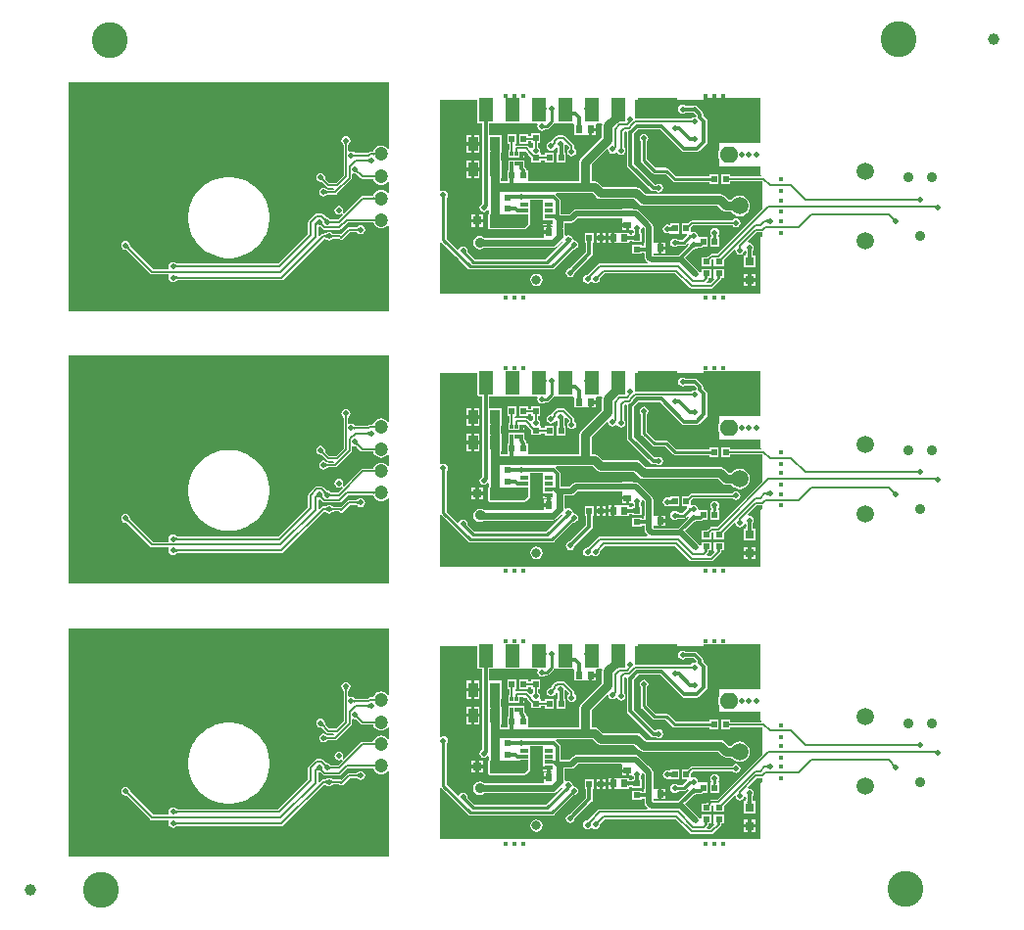
<source format=gtl>
G04*
G04 #@! TF.GenerationSoftware,Altium Limited,Altium Designer,19.1.6 (110)*
G04*
G04 Layer_Physical_Order=1*
G04 Layer_Color=255*
%FSAX25Y25*%
%MOIN*%
G70*
G01*
G75*
%ADD10C,0.03937*%
%ADD11R,0.13780X0.05906*%
%ADD12R,0.01181X0.01575*%
%ADD13R,0.01968X0.02362*%
%ADD14R,0.02362X0.01968*%
%ADD15R,0.19685X0.05906*%
%ADD16R,0.04724X0.07874*%
%ADD17R,0.02756X0.01181*%
%ADD18R,0.01968X0.01968*%
%ADD19R,0.03150X0.03150*%
%ADD20R,0.02362X0.02520*%
%ADD21R,0.03150X0.03150*%
%ADD22R,0.02520X0.02362*%
%ADD23R,0.03543X0.05118*%
%ADD24C,0.02953*%
%ADD25C,0.01181*%
%ADD26C,0.01968*%
%ADD27C,0.00787*%
%ADD28C,0.00600*%
%ADD29C,0.00984*%
%ADD30C,0.01000*%
%ADD31C,0.02362*%
%ADD32C,0.04724*%
%ADD33C,0.00591*%
%ADD34C,0.00598*%
%ADD35C,0.12205*%
%ADD36O,0.06299X0.05512*%
%ADD37C,0.03543*%
%ADD38C,0.05906*%
%ADD39C,0.03150*%
%ADD40C,0.01575*%
%ADD41C,0.01968*%
%ADD42C,0.02756*%
G36*
X0234778Y0367336D02*
X0234712Y0367258D01*
X0234653Y0367178D01*
X0234603Y0367097D01*
X0234560Y0367016D01*
X0234525Y0366932D01*
X0234497Y0366848D01*
X0234478Y0366762D01*
X0234466Y0366676D01*
X0234462Y0366587D01*
X0233864D01*
X0233860Y0366676D01*
X0233848Y0366762D01*
X0233829Y0366848D01*
X0233802Y0366932D01*
X0233767Y0367016D01*
X0233724Y0367097D01*
X0233673Y0367178D01*
X0233615Y0367258D01*
X0233548Y0367336D01*
X0233474Y0367413D01*
X0234852D01*
X0234778Y0367336D01*
D02*
G37*
G36*
X0248892Y0387868D02*
Y0365380D01*
X0248392Y0365210D01*
X0248104Y0365585D01*
X0247506Y0366043D01*
X0246810Y0366332D01*
X0246063Y0366430D01*
X0245316Y0366332D01*
X0244619Y0366043D01*
X0244022Y0365585D01*
X0243563Y0364987D01*
X0243344Y0364458D01*
X0243320Y0364452D01*
X0243272Y0364444D01*
X0243208Y0364439D01*
X0243114Y0364436D01*
X0243057Y0364411D01*
X0242421D01*
X0242109Y0364349D01*
X0241845Y0364172D01*
X0241583Y0363911D01*
X0237589D01*
X0237535Y0363936D01*
X0237472Y0363938D01*
X0237433Y0363944D01*
X0237395Y0363952D01*
X0237355Y0363965D01*
X0237315Y0363982D01*
X0237271Y0364005D01*
X0237226Y0364034D01*
X0237177Y0364069D01*
X0237126Y0364113D01*
X0237061Y0364175D01*
X0237010Y0364195D01*
X0236562Y0364494D01*
X0235983Y0364609D01*
X0235478Y0364509D01*
X0234992Y0364714D01*
X0234978Y0364722D01*
Y0366510D01*
X0235003Y0366564D01*
X0235006Y0366627D01*
X0235011Y0366666D01*
X0235020Y0366704D01*
X0235033Y0366743D01*
X0235050Y0366784D01*
X0235072Y0366828D01*
X0235101Y0366873D01*
X0235137Y0366922D01*
X0235180Y0366973D01*
X0235242Y0367038D01*
X0235263Y0367089D01*
X0235561Y0367537D01*
X0235677Y0368116D01*
X0235561Y0368695D01*
X0235233Y0369186D01*
X0234742Y0369514D01*
X0234163Y0369629D01*
X0233584Y0369514D01*
X0233093Y0369186D01*
X0232765Y0368695D01*
X0232650Y0368116D01*
X0232765Y0367537D01*
X0233064Y0367089D01*
X0233084Y0367038D01*
X0233146Y0366973D01*
X0233190Y0366922D01*
X0233225Y0366874D01*
X0233254Y0366828D01*
X0233277Y0366785D01*
X0233294Y0366743D01*
X0233307Y0366704D01*
X0233315Y0366666D01*
X0233320Y0366627D01*
X0233323Y0366564D01*
X0233348Y0366510D01*
Y0356213D01*
X0230846Y0353711D01*
X0228623D01*
X0227282Y0355051D01*
X0227262Y0355107D01*
X0227219Y0355154D01*
X0227195Y0355185D01*
X0227174Y0355218D01*
X0227155Y0355255D01*
X0227139Y0355296D01*
X0227124Y0355342D01*
X0227112Y0355395D01*
X0227103Y0355455D01*
X0227098Y0355521D01*
X0227096Y0355611D01*
X0227074Y0355662D01*
X0226969Y0356189D01*
X0226641Y0356680D01*
X0226150Y0357008D01*
X0225571Y0357124D01*
X0224991Y0357008D01*
X0224500Y0356680D01*
X0224172Y0356189D01*
X0224057Y0355610D01*
X0224172Y0355031D01*
X0224500Y0354540D01*
X0224991Y0354212D01*
X0225519Y0354107D01*
X0225570Y0354085D01*
X0225660Y0354083D01*
X0225726Y0354078D01*
X0225786Y0354069D01*
X0225838Y0354057D01*
X0225885Y0354042D01*
X0225926Y0354025D01*
X0225963Y0354007D01*
X0225996Y0353986D01*
X0226027Y0353962D01*
X0226074Y0353919D01*
X0226130Y0353899D01*
X0227709Y0352320D01*
X0227973Y0352143D01*
X0228285Y0352081D01*
X0229880D01*
X0230129Y0351581D01*
X0229994Y0351401D01*
X0228182D01*
X0228129Y0351427D01*
X0228065Y0351429D01*
X0228028Y0351434D01*
X0227990Y0351443D01*
X0227951Y0351456D01*
X0227910Y0351473D01*
X0227866Y0351497D01*
X0227820Y0351526D01*
X0227771Y0351562D01*
X0227718Y0351606D01*
X0227653Y0351670D01*
X0227602Y0351690D01*
X0227154Y0351989D01*
X0226575Y0352104D01*
X0225996Y0351989D01*
X0225505Y0351661D01*
X0225177Y0351170D01*
X0225061Y0350591D01*
X0225177Y0350011D01*
X0225505Y0349521D01*
X0225996Y0349193D01*
X0226575Y0349077D01*
X0227154Y0349193D01*
X0227602Y0349492D01*
X0227653Y0349512D01*
X0227718Y0349575D01*
X0227771Y0349619D01*
X0227820Y0349656D01*
X0227866Y0349685D01*
X0227910Y0349708D01*
X0227951Y0349725D01*
X0227990Y0349738D01*
X0228028Y0349747D01*
X0228065Y0349752D01*
X0228129Y0349755D01*
X0228182Y0349780D01*
X0230548D01*
X0230858Y0349841D01*
X0231121Y0350017D01*
X0235998Y0354894D01*
X0235998Y0354894D01*
X0236174Y0355157D01*
X0236236Y0355468D01*
Y0356771D01*
X0236736Y0357045D01*
X0237153Y0356961D01*
X0237204Y0356939D01*
X0237294Y0356938D01*
X0237360Y0356932D01*
X0237420Y0356923D01*
X0237473Y0356911D01*
X0237519Y0356896D01*
X0237560Y0356880D01*
X0237597Y0356861D01*
X0237630Y0356840D01*
X0237661Y0356816D01*
X0237708Y0356773D01*
X0237764Y0356753D01*
X0239148Y0355369D01*
X0239412Y0355192D01*
X0239724Y0355130D01*
X0243129D01*
X0243185Y0355105D01*
X0243279Y0355102D01*
X0243343Y0355097D01*
X0243390Y0355089D01*
X0243399Y0355086D01*
X0243642Y0354502D01*
X0244100Y0353904D01*
X0244698Y0353445D01*
X0245394Y0353156D01*
X0246142Y0353058D01*
X0246889Y0353156D01*
X0247585Y0353445D01*
X0248183Y0353904D01*
X0248392Y0354176D01*
X0248892Y0354006D01*
Y0350443D01*
X0248392Y0350273D01*
X0248183Y0350545D01*
X0247585Y0351004D01*
X0246889Y0351293D01*
X0246142Y0351391D01*
X0245394Y0351293D01*
X0244698Y0351004D01*
X0244100Y0350545D01*
X0243642Y0349948D01*
X0243399Y0349363D01*
X0243390Y0349360D01*
X0243343Y0349353D01*
X0243279Y0349347D01*
X0243185Y0349344D01*
X0243129Y0349319D01*
X0239843D01*
X0239531Y0349257D01*
X0239266Y0349080D01*
X0233396Y0343210D01*
X0233007Y0343528D01*
X0233027Y0343558D01*
X0233209Y0343830D01*
X0233324Y0344409D01*
X0233209Y0344989D01*
X0232881Y0345480D01*
X0232390Y0345808D01*
X0231811Y0345923D01*
X0231232Y0345808D01*
X0230741Y0345480D01*
X0230413Y0344989D01*
X0230298Y0344409D01*
X0230413Y0343830D01*
X0230741Y0343339D01*
X0231232Y0343011D01*
X0231811Y0342896D01*
X0232390Y0343011D01*
X0232663Y0343193D01*
X0232692Y0343213D01*
X0233011Y0342825D01*
X0231381Y0341195D01*
X0229336D01*
X0229282Y0341220D01*
X0229218Y0341223D01*
X0229180Y0341228D01*
X0229141Y0341237D01*
X0229102Y0341250D01*
X0229061Y0341267D01*
X0229018Y0341289D01*
X0228972Y0341318D01*
X0228924Y0341354D01*
X0228873Y0341397D01*
X0228808Y0341459D01*
X0228756Y0341480D01*
X0228309Y0341778D01*
X0228105Y0341819D01*
X0228021Y0341878D01*
X0227960Y0341891D01*
X0227918Y0341903D01*
X0227875Y0341919D01*
X0227831Y0341938D01*
X0227786Y0341962D01*
X0227740Y0341990D01*
X0227698Y0342019D01*
X0227588Y0342109D01*
X0227533Y0342162D01*
X0227478Y0342183D01*
X0226575Y0343086D01*
X0226279Y0343284D01*
X0225931Y0343353D01*
X0224332D01*
X0223983Y0343284D01*
X0223687Y0343086D01*
X0221600Y0340999D01*
X0221402Y0340703D01*
X0221333Y0340354D01*
Y0336401D01*
X0211237Y0326305D01*
X0176955D01*
X0176903Y0326328D01*
X0176822Y0326331D01*
X0176764Y0326336D01*
X0176713Y0326345D01*
X0176668Y0326356D01*
X0176629Y0326369D01*
X0176594Y0326383D01*
X0176563Y0326399D01*
X0176535Y0326418D01*
X0176509Y0326438D01*
X0176466Y0326478D01*
X0176412Y0326498D01*
X0175973Y0326792D01*
X0175394Y0326907D01*
X0174815Y0326792D01*
X0174324Y0326464D01*
X0173996Y0325973D01*
X0173880Y0325394D01*
X0173991Y0324836D01*
X0173998Y0324748D01*
X0173738Y0324337D01*
X0168684D01*
X0161000Y0332021D01*
X0160980Y0332074D01*
X0160924Y0332133D01*
X0160888Y0332178D01*
X0160857Y0332220D01*
X0160833Y0332259D01*
X0160815Y0332296D01*
X0160800Y0332331D01*
X0160790Y0332365D01*
X0160783Y0332397D01*
X0160779Y0332430D01*
X0160777Y0332489D01*
X0160753Y0332541D01*
X0160650Y0333060D01*
X0160322Y0333551D01*
X0159831Y0333878D01*
X0159252Y0333994D01*
X0158673Y0333878D01*
X0158182Y0333551D01*
X0157854Y0333060D01*
X0157739Y0332480D01*
X0157854Y0331901D01*
X0158182Y0331410D01*
X0158673Y0331082D01*
X0159191Y0330979D01*
X0159244Y0330955D01*
X0159302Y0330953D01*
X0159335Y0330949D01*
X0159368Y0330942D01*
X0159401Y0330932D01*
X0159436Y0330918D01*
X0159473Y0330899D01*
X0159512Y0330875D01*
X0159555Y0330845D01*
X0159599Y0330808D01*
X0159658Y0330752D01*
X0159712Y0330732D01*
X0167663Y0322781D01*
X0167958Y0322583D01*
X0168307Y0322514D01*
X0173738D01*
X0173998Y0322103D01*
X0173991Y0322014D01*
X0173880Y0321457D01*
X0173996Y0320878D01*
X0174324Y0320387D01*
X0174815Y0320059D01*
X0175394Y0319943D01*
X0175973Y0320059D01*
X0176412Y0320352D01*
X0176466Y0320373D01*
X0176509Y0320412D01*
X0176535Y0320433D01*
X0176563Y0320451D01*
X0176594Y0320467D01*
X0176629Y0320482D01*
X0176668Y0320495D01*
X0176713Y0320506D01*
X0176764Y0320514D01*
X0176822Y0320520D01*
X0176903Y0320522D01*
X0176955Y0320546D01*
X0212316D01*
X0212665Y0320615D01*
X0212960Y0320813D01*
X0226827Y0334679D01*
X0226864D01*
X0226916Y0334656D01*
X0226997Y0334653D01*
X0227055Y0334648D01*
X0227106Y0334640D01*
X0227151Y0334629D01*
X0227190Y0334616D01*
X0227225Y0334601D01*
X0227256Y0334585D01*
X0227284Y0334567D01*
X0227310Y0334546D01*
X0227352Y0334506D01*
X0227407Y0334486D01*
X0227846Y0334192D01*
X0228425Y0334077D01*
X0229004Y0334192D01*
X0229451Y0334491D01*
X0229503Y0334511D01*
X0229568Y0334574D01*
X0229619Y0334617D01*
X0229667Y0334653D01*
X0229713Y0334681D01*
X0229756Y0334704D01*
X0229797Y0334721D01*
X0229836Y0334734D01*
X0229875Y0334743D01*
X0229913Y0334748D01*
X0229977Y0334751D01*
X0230031Y0334776D01*
X0231867D01*
X0232062Y0334581D01*
X0232326Y0334405D01*
X0232638Y0334343D01*
X0232950Y0334405D01*
X0233214Y0334581D01*
X0235613Y0336981D01*
X0237567D01*
X0237621Y0336955D01*
X0237685Y0336953D01*
X0237723Y0336947D01*
X0237762Y0336939D01*
X0237801Y0336926D01*
X0237842Y0336909D01*
X0237885Y0336886D01*
X0237931Y0336858D01*
X0237980Y0336822D01*
X0238031Y0336778D01*
X0238095Y0336716D01*
X0238147Y0336696D01*
X0238594Y0336397D01*
X0239173Y0336282D01*
X0239752Y0336397D01*
X0240243Y0336725D01*
X0240571Y0337216D01*
X0240687Y0337795D01*
X0240571Y0338374D01*
X0240243Y0338865D01*
X0239752Y0339194D01*
X0239173Y0339309D01*
X0238594Y0339194D01*
X0238147Y0338895D01*
X0238095Y0338875D01*
X0238031Y0338812D01*
X0237979Y0338769D01*
X0237931Y0338733D01*
X0237885Y0338705D01*
X0237842Y0338682D01*
X0237801Y0338665D01*
X0237762Y0338652D01*
X0237723Y0338643D01*
X0237685Y0338638D01*
X0237621Y0338635D01*
X0237567Y0338610D01*
X0235276D01*
X0234964Y0338548D01*
X0234699Y0338372D01*
X0232609Y0336281D01*
X0232517Y0336343D01*
X0232205Y0336405D01*
X0230031D01*
X0229977Y0336431D01*
X0229913Y0336433D01*
X0229875Y0336438D01*
X0229836Y0336447D01*
X0229797Y0336460D01*
X0229756Y0336477D01*
X0229713Y0336500D01*
X0229667Y0336528D01*
X0229619Y0336564D01*
X0229568Y0336608D01*
X0229503Y0336670D01*
X0229451Y0336690D01*
X0229004Y0336989D01*
X0228425Y0337104D01*
X0227846Y0336989D01*
X0227407Y0336695D01*
X0227352Y0336675D01*
X0227310Y0336635D01*
X0227284Y0336614D01*
X0227256Y0336596D01*
X0227225Y0336580D01*
X0227190Y0336565D01*
X0227151Y0336553D01*
X0227106Y0336542D01*
X0227055Y0336533D01*
X0226997Y0336528D01*
X0226916Y0336525D01*
X0226864Y0336502D01*
X0226450D01*
X0226101Y0336432D01*
X0225805Y0336235D01*
X0225230Y0335660D01*
X0224730Y0335867D01*
Y0338546D01*
X0224760Y0338604D01*
X0224846Y0338701D01*
X0225076Y0338873D01*
X0225230Y0338926D01*
X0225239Y0338924D01*
X0225307Y0338908D01*
X0225369Y0338888D01*
X0225424Y0338867D01*
X0225473Y0338844D01*
X0225516Y0338820D01*
X0225554Y0338795D01*
X0225589Y0338768D01*
X0225636Y0338725D01*
X0225692Y0338704D01*
X0226375Y0338021D01*
X0226640Y0337844D01*
X0226951Y0337782D01*
X0231904D01*
X0232216Y0337844D01*
X0232480Y0338021D01*
X0234747Y0340288D01*
X0243168D01*
X0243225Y0340262D01*
X0243319Y0340260D01*
X0243383Y0340254D01*
X0243429Y0340246D01*
X0243439Y0340244D01*
X0243681Y0339659D01*
X0244140Y0339061D01*
X0244738Y0338602D01*
X0245434Y0338314D01*
X0246181Y0338215D01*
X0246928Y0338314D01*
X0247624Y0338602D01*
X0248222Y0339061D01*
X0248392Y0339282D01*
X0248892Y0339112D01*
Y0310163D01*
X0139691Y0310163D01*
Y0387868D01*
X0248892Y0387868D01*
D02*
G37*
G36*
X0356437Y0381962D02*
X0356496Y0381951D01*
X0356555Y0381962D01*
X0359390D01*
X0359449Y0381951D01*
X0359507Y0381962D01*
X0362343D01*
X0362402Y0381951D01*
X0362460Y0381962D01*
X0374916D01*
X0375270Y0381609D01*
X0375270Y0367244D01*
X0361220D01*
Y0364934D01*
X0361207Y0364917D01*
X0360879Y0364125D01*
X0360767Y0363275D01*
X0360879Y0362425D01*
X0361207Y0361633D01*
X0361220Y0361615D01*
Y0359370D01*
X0375270D01*
Y0356889D01*
X0375339Y0356541D01*
X0375464Y0356354D01*
X0375452Y0356291D01*
X0375336Y0355979D01*
X0375242Y0355855D01*
X0364990D01*
X0364933Y0355880D01*
X0364833Y0355883D01*
X0364831Y0355883D01*
Y0356720D01*
X0361862D01*
Y0353358D01*
X0364831D01*
Y0354195D01*
X0364833Y0354195D01*
X0364933Y0354198D01*
X0364990Y0354223D01*
X0375787D01*
Y0344775D01*
X0360567Y0329555D01*
X0358622D01*
X0358622Y0329555D01*
X0358310Y0329493D01*
X0358045Y0329316D01*
X0357393Y0328664D01*
X0357337Y0328643D01*
X0357127Y0328450D01*
X0357055Y0328392D01*
X0356993Y0328348D01*
X0356968Y0328334D01*
X0356749D01*
X0356732Y0328337D01*
X0356728Y0328334D01*
X0355051D01*
Y0325366D01*
X0358413D01*
Y0327155D01*
X0358430Y0327202D01*
X0358413Y0327236D01*
Y0327277D01*
X0358416Y0327294D01*
X0358413Y0327298D01*
Y0327305D01*
X0358422Y0327318D01*
X0358597Y0327521D01*
X0358714Y0327642D01*
X0358738Y0327702D01*
X0358842Y0327807D01*
X0359342Y0327641D01*
Y0325366D01*
X0362705D01*
Y0327155D01*
X0362721Y0327202D01*
X0362705Y0327236D01*
Y0327277D01*
X0362707Y0327294D01*
X0362705Y0327298D01*
Y0327305D01*
X0362714Y0327318D01*
X0362888Y0327521D01*
X0363006Y0327642D01*
X0363029Y0327702D01*
X0366196Y0330869D01*
X0366282Y0330861D01*
X0366706Y0330672D01*
X0366791Y0330247D01*
X0367119Y0329756D01*
X0367610Y0329428D01*
X0368189Y0329313D01*
X0368768Y0329428D01*
X0369259Y0329756D01*
X0369587Y0330247D01*
X0369620Y0330414D01*
X0370165Y0330592D01*
X0370321Y0330449D01*
X0370324Y0330405D01*
X0370325Y0330310D01*
X0370345Y0330263D01*
Y0329770D01*
X0370325Y0329726D01*
X0370320Y0329516D01*
X0370305Y0329350D01*
X0370283Y0329217D01*
X0370257Y0329120D01*
X0370233Y0329060D01*
X0370232Y0329058D01*
X0370218Y0329057D01*
X0370192Y0329043D01*
X0369382D01*
Y0324893D01*
X0373531D01*
Y0329043D01*
X0372721D01*
X0372695Y0329057D01*
X0372681Y0329058D01*
X0372680Y0329060D01*
X0372656Y0329120D01*
X0372630Y0329217D01*
X0372608Y0329350D01*
X0372594Y0329516D01*
X0372588Y0329726D01*
X0372568Y0329770D01*
Y0330263D01*
X0372588Y0330310D01*
X0372589Y0330412D01*
X0372596Y0330580D01*
X0372608Y0330699D01*
X0372613Y0330726D01*
X0372616Y0330737D01*
X0372622Y0330757D01*
X0372622Y0330765D01*
X0372855Y0331113D01*
X0372970Y0331692D01*
X0372855Y0332272D01*
X0372527Y0332763D01*
X0372036Y0333090D01*
X0371457Y0333206D01*
X0371422Y0333199D01*
X0370885Y0333602D01*
X0370873Y0333735D01*
X0373999Y0336861D01*
X0375787D01*
Y0335654D01*
X0375537Y0335486D01*
X0375339Y0335191D01*
X0375270Y0334842D01*
X0375270Y0332480D01*
X0375270Y0316068D01*
X0362460D01*
X0362402Y0316080D01*
X0362343Y0316068D01*
X0359507D01*
X0359449Y0316080D01*
X0359390Y0316068D01*
X0356555D01*
X0356496Y0316080D01*
X0356437Y0316068D01*
X0294547Y0316068D01*
X0294488Y0316080D01*
X0294429Y0316068D01*
X0291594Y0316068D01*
X0291535Y0316080D01*
X0291477Y0316068D01*
X0288641D01*
X0288583Y0316080D01*
X0288524Y0316068D01*
X0266069D01*
X0266069Y0333468D01*
X0266568Y0333620D01*
X0266602Y0333570D01*
X0275696Y0324475D01*
X0276027Y0324254D01*
X0276417Y0324177D01*
X0304331D01*
X0304721Y0324254D01*
X0305052Y0324475D01*
X0311673Y0331097D01*
X0311732Y0331085D01*
X0312312Y0331200D01*
X0312803Y0331528D01*
X0313131Y0332019D01*
X0313246Y0332598D01*
X0313131Y0333177D01*
X0312803Y0333668D01*
X0312312Y0333996D01*
X0311769Y0334104D01*
X0311732Y0334111D01*
X0311387Y0334552D01*
X0311393Y0334586D01*
X0311316Y0334976D01*
X0311095Y0335307D01*
X0310764Y0335528D01*
X0310675Y0335546D01*
X0310343Y0335768D01*
X0309764Y0335883D01*
X0309185Y0335768D01*
X0309143Y0335740D01*
X0308643Y0336007D01*
Y0337795D01*
X0308610Y0337960D01*
Y0338128D01*
X0308651Y0338228D01*
X0308651Y0340100D01*
X0310866D01*
X0310866Y0340100D01*
X0311445Y0340215D01*
X0311936Y0340544D01*
X0311936Y0340544D01*
X0313068Y0341675D01*
X0327755D01*
X0328201Y0341542D01*
Y0341090D01*
X0328201Y0341007D01*
Y0340000D01*
X0329960D01*
Y0339409D01*
X0330551D01*
Y0337728D01*
X0331393D01*
X0331809Y0337624D01*
X0332037Y0337359D01*
X0332102Y0337261D01*
X0332102Y0337253D01*
X0332108Y0337233D01*
X0332111Y0337222D01*
X0332114Y0337204D01*
X0332129Y0336983D01*
X0332117Y0336834D01*
X0332095Y0336703D01*
X0332070Y0336607D01*
X0332047Y0336550D01*
X0332041Y0336549D01*
X0331993Y0336523D01*
X0331587D01*
Y0336227D01*
X0331558Y0336220D01*
X0331451Y0336201D01*
X0331115Y0336174D01*
X0331097Y0336174D01*
X0331015Y0336176D01*
X0330852Y0336190D01*
X0330721Y0336212D01*
X0330626Y0336238D01*
X0330568Y0336262D01*
X0330567Y0336262D01*
X0330566Y0336277D01*
X0330539Y0336325D01*
Y0336799D01*
X0327260D01*
X0327177Y0336799D01*
X0326760D01*
X0326677Y0336799D01*
X0325669D01*
Y0336344D01*
X0325724Y0336307D01*
X0325791Y0336283D01*
X0325866Y0336275D01*
X0325669D01*
Y0335039D01*
Y0333279D01*
X0326677D01*
X0326760Y0333279D01*
X0327177D01*
X0327260Y0333279D01*
X0330539D01*
Y0333753D01*
X0330566Y0333801D01*
X0330567Y0333816D01*
X0330568Y0333816D01*
X0330626Y0333840D01*
X0330721Y0333866D01*
X0330852Y0333887D01*
X0331015Y0333902D01*
X0331038Y0333902D01*
X0331304Y0333893D01*
X0331444Y0333878D01*
X0331558Y0333858D01*
X0331587Y0333850D01*
Y0333555D01*
X0332028D01*
X0332099Y0333525D01*
X0332141Y0333543D01*
X0332186Y0333532D01*
X0332221Y0333555D01*
X0334949D01*
Y0335906D01*
X0334975Y0335953D01*
X0334966Y0335983D01*
X0334978Y0336011D01*
X0334949Y0336082D01*
Y0336523D01*
X0334542D01*
X0334494Y0336549D01*
X0334488Y0336550D01*
X0334466Y0336607D01*
X0334440Y0336703D01*
X0334419Y0336834D01*
X0334405Y0336998D01*
X0334404Y0337007D01*
X0334407Y0337076D01*
X0334419Y0337195D01*
X0334424Y0337222D01*
X0334427Y0337233D01*
X0334434Y0337253D01*
X0334433Y0337261D01*
X0334666Y0337609D01*
X0334781Y0338189D01*
X0334730Y0338446D01*
X0335191Y0338692D01*
X0335691Y0338192D01*
Y0333334D01*
X0335563D01*
Y0332214D01*
X0334949D01*
Y0332586D01*
X0331587D01*
Y0329618D01*
X0334949D01*
Y0329990D01*
X0335563D01*
Y0329814D01*
X0335691D01*
Y0328464D01*
X0335806Y0327885D01*
X0336135Y0327394D01*
X0336135Y0327394D01*
X0336724Y0326804D01*
X0336517Y0326304D01*
X0320551D01*
X0320203Y0326235D01*
X0319907Y0326038D01*
X0316395Y0322525D01*
X0316376Y0322497D01*
X0315799Y0322382D01*
X0315308Y0322054D01*
X0314980Y0321563D01*
X0314864Y0320984D01*
X0314980Y0320405D01*
X0315308Y0319914D01*
X0315799Y0319586D01*
X0316378Y0319470D01*
X0316957Y0319586D01*
X0317448Y0319914D01*
X0317464Y0319937D01*
X0318054Y0319920D01*
X0318437Y0319664D01*
X0319016Y0319549D01*
X0319595Y0319664D01*
X0320086Y0319992D01*
X0320414Y0320483D01*
X0320529Y0321062D01*
X0320492Y0321250D01*
X0322149Y0322907D01*
X0346276D01*
X0351127Y0318056D01*
X0351423Y0317858D01*
X0351772Y0317789D01*
X0358425D01*
X0358774Y0317858D01*
X0359069Y0318056D01*
X0361668Y0320654D01*
X0361865Y0320950D01*
X0361911Y0321180D01*
X0361958Y0321288D01*
X0361961Y0321397D01*
X0361963Y0321429D01*
X0362705D01*
Y0324397D01*
X0359342D01*
Y0321429D01*
X0359342D01*
X0359495Y0321059D01*
X0358048Y0319612D01*
X0357041D01*
X0356834Y0320111D01*
X0357377Y0320654D01*
X0357574Y0320950D01*
X0357620Y0321180D01*
X0357667Y0321288D01*
X0357669Y0321397D01*
X0357671Y0321429D01*
X0358413D01*
Y0324397D01*
X0355051D01*
Y0323331D01*
X0354551Y0323211D01*
X0354298Y0323589D01*
X0349592Y0328295D01*
X0352138Y0330840D01*
X0352185Y0330859D01*
X0352258Y0330931D01*
X0352381Y0331045D01*
X0352474Y0331120D01*
X0352496Y0331136D01*
X0352506Y0331142D01*
X0352525Y0331152D01*
X0352530Y0331157D01*
X0352941Y0331239D01*
X0353290Y0331472D01*
X0353297Y0331471D01*
X0353317Y0331478D01*
X0353329Y0331481D01*
X0353347Y0331484D01*
X0353650Y0331505D01*
X0353745Y0331505D01*
X0353791Y0331525D01*
X0354685D01*
X0354685Y0331525D01*
X0355111Y0331610D01*
X0355471Y0331851D01*
X0355471Y0331851D01*
X0355600Y0331980D01*
X0357193D01*
Y0335342D01*
X0354367D01*
X0354039Y0335551D01*
X0353899Y0335707D01*
X0353800Y0336209D01*
X0353472Y0336700D01*
X0352981Y0337028D01*
X0352401Y0337143D01*
X0351984Y0337060D01*
X0351484Y0337357D01*
Y0338169D01*
X0351499Y0338190D01*
X0351484Y0338281D01*
Y0338417D01*
X0351506Y0338456D01*
X0351543Y0338510D01*
X0351689Y0338685D01*
X0351786Y0338785D01*
X0351810Y0338844D01*
X0352188Y0339223D01*
X0365729D01*
X0365820Y0339087D01*
X0366311Y0338759D01*
X0366890Y0338644D01*
X0367469Y0338759D01*
X0367960Y0339087D01*
X0368288Y0339578D01*
X0368403Y0340157D01*
X0368288Y0340736D01*
X0367960Y0341227D01*
X0367469Y0341555D01*
X0366890Y0341670D01*
X0366311Y0341555D01*
X0365820Y0341227D01*
X0365571Y0340855D01*
X0351850D01*
X0351850Y0340855D01*
X0351538Y0340792D01*
X0351273Y0340616D01*
X0350857Y0340199D01*
X0350800Y0340177D01*
X0350560Y0339954D01*
X0350478Y0339888D01*
X0350458Y0339874D01*
X0350443Y0339885D01*
X0350396Y0339877D01*
X0350354Y0339898D01*
X0350272Y0339870D01*
X0348516D01*
Y0336507D01*
X0350067D01*
X0350274Y0336007D01*
X0348672Y0334405D01*
X0347568D01*
X0347521Y0334426D01*
X0347334Y0334433D01*
X0347274Y0334439D01*
X0347220Y0334448D01*
X0347178Y0334457D01*
X0347149Y0334466D01*
X0347134Y0334471D01*
X0347124Y0334480D01*
X0347115Y0334483D01*
X0347108Y0334488D01*
X0347091Y0334491D01*
X0347067Y0334500D01*
X0346642Y0334783D01*
X0346063Y0334899D01*
X0345484Y0334783D01*
X0344993Y0334455D01*
X0344665Y0333964D01*
X0344550Y0333385D01*
X0344665Y0332806D01*
X0344993Y0332315D01*
X0345484Y0331987D01*
X0346063Y0331872D01*
X0346642Y0331987D01*
X0347067Y0332271D01*
X0347091Y0332279D01*
X0347108Y0332282D01*
X0347115Y0332288D01*
X0347124Y0332291D01*
X0347134Y0332299D01*
X0347149Y0332305D01*
X0347178Y0332314D01*
X0347220Y0332323D01*
X0347267Y0332330D01*
X0347421Y0332343D01*
X0347511Y0332344D01*
X0347561Y0332366D01*
X0349094D01*
X0349485Y0332443D01*
X0349815Y0332664D01*
X0350224Y0333073D01*
X0350735Y0332877D01*
X0350747Y0332638D01*
X0350651Y0332527D01*
X0350584Y0332460D01*
X0350565Y0332413D01*
X0347442Y0329290D01*
X0347270Y0329032D01*
X0338776D01*
X0338718Y0329091D01*
Y0329607D01*
X0338925Y0329814D01*
X0339342D01*
X0339425Y0329814D01*
X0340433D01*
Y0331574D01*
Y0333334D01*
X0339425D01*
X0339342Y0333334D01*
X0338925D01*
X0338718Y0333783D01*
Y0338818D01*
X0338718Y0338818D01*
X0338603Y0339398D01*
X0338275Y0339889D01*
X0337449Y0340714D01*
X0337212Y0341070D01*
X0336856Y0341307D01*
X0333905Y0344259D01*
X0333414Y0344587D01*
X0332835Y0344702D01*
X0332835Y0344702D01*
X0331720D01*
Y0344870D01*
X0328201D01*
Y0344702D01*
X0312441D01*
X0312441Y0344702D01*
X0311862Y0344587D01*
X0311371Y0344259D01*
X0310239Y0343127D01*
X0307283D01*
X0307214Y0343196D01*
Y0347558D01*
X0307214Y0347559D01*
X0307130Y0347984D01*
X0306889Y0348345D01*
X0305544Y0349689D01*
X0305604Y0349979D01*
X0305732Y0350189D01*
X0318023D01*
X0319323Y0348890D01*
X0319977Y0348453D01*
X0320748Y0348299D01*
X0332157D01*
X0333969Y0346488D01*
X0334623Y0346051D01*
X0335394Y0345898D01*
X0360661D01*
X0362118Y0344441D01*
X0362772Y0344004D01*
X0363543Y0343850D01*
X0365304D01*
X0365648Y0343403D01*
X0366369Y0342850D01*
X0367209Y0342502D01*
X0368110Y0342383D01*
X0369011Y0342502D01*
X0369851Y0342850D01*
X0370573Y0343403D01*
X0371126Y0344124D01*
X0371474Y0344964D01*
X0371593Y0345866D01*
X0371474Y0346767D01*
X0371126Y0347607D01*
X0370573Y0348328D01*
X0369851Y0348882D01*
X0369011Y0349230D01*
X0368110Y0349348D01*
X0367209Y0349230D01*
X0366369Y0348882D01*
X0365648Y0348328D01*
X0365304Y0347881D01*
X0364378D01*
X0362921Y0349338D01*
X0362267Y0349775D01*
X0361496Y0349928D01*
X0336228D01*
X0334417Y0351739D01*
X0333763Y0352176D01*
X0332992Y0352330D01*
X0321583D01*
X0320283Y0353629D01*
X0319629Y0354066D01*
X0318858Y0354220D01*
X0317684D01*
Y0359992D01*
X0322896Y0365203D01*
X0322909Y0365203D01*
X0323406Y0365006D01*
X0323484Y0364617D01*
X0323812Y0364126D01*
X0324303Y0363798D01*
X0324882Y0363683D01*
X0325461Y0363798D01*
X0325952Y0364126D01*
X0325956Y0364127D01*
X0326521Y0364078D01*
X0326725Y0363772D01*
X0327216Y0363444D01*
X0327795Y0363329D01*
X0328374Y0363444D01*
X0328865Y0363772D01*
X0329193Y0364263D01*
X0329309Y0364842D01*
X0329193Y0365421D01*
X0328865Y0365912D01*
X0328706Y0366018D01*
Y0370999D01*
X0329063Y0371346D01*
X0329572Y0371322D01*
X0329880Y0370926D01*
X0329872Y0370889D01*
Y0359724D01*
X0329872Y0359724D01*
X0329957Y0359298D01*
X0330198Y0358938D01*
X0330198Y0358938D01*
X0337934Y0351201D01*
X0338295Y0350960D01*
X0338720Y0350876D01*
X0338720Y0350876D01*
X0339603D01*
X0340031Y0350589D01*
X0340610Y0350474D01*
X0341189Y0350589D01*
X0341680Y0350918D01*
X0342008Y0351409D01*
X0342124Y0351988D01*
X0342008Y0352567D01*
X0341680Y0353058D01*
X0341189Y0353386D01*
X0340610Y0353501D01*
X0340031Y0353386D01*
X0339603Y0353100D01*
X0339181D01*
X0332096Y0360185D01*
Y0370394D01*
X0332946Y0371244D01*
X0333006Y0371284D01*
X0333006Y0371284D01*
X0333731Y0372010D01*
X0341063D01*
X0348466Y0364607D01*
X0348826Y0364366D01*
X0349252Y0364281D01*
X0349252Y0364281D01*
X0353583D01*
X0354008Y0364366D01*
X0354369Y0364607D01*
X0354369Y0364607D01*
X0356787Y0367025D01*
X0357028Y0367386D01*
X0357113Y0367811D01*
X0357113Y0367811D01*
Y0374760D01*
X0357113Y0374760D01*
X0357028Y0375185D01*
X0356787Y0375546D01*
X0355750Y0376583D01*
Y0377173D01*
X0355750Y0377173D01*
X0355665Y0377598D01*
X0355424Y0377959D01*
X0353748Y0379634D01*
X0353748Y0379634D01*
X0353388Y0379876D01*
X0352962Y0379960D01*
X0352894Y0379947D01*
X0349716D01*
X0349288Y0380233D01*
X0348709Y0380348D01*
X0348130Y0380233D01*
X0347639Y0379905D01*
X0347311Y0379414D01*
X0347196Y0378835D01*
X0347311Y0378256D01*
X0347639Y0377765D01*
X0348130Y0377437D01*
X0348709Y0377322D01*
X0349288Y0377437D01*
X0349716Y0377723D01*
X0352515D01*
X0353431Y0376807D01*
X0353388Y0376370D01*
X0352960Y0376063D01*
X0352677Y0376119D01*
X0352097Y0376004D01*
X0351606Y0375676D01*
X0351500Y0375517D01*
X0332656D01*
X0332480Y0375661D01*
X0332480Y0381962D01*
X0356437Y0381962D01*
D02*
G37*
G36*
X0243765Y0362996D02*
X0243746Y0363053D01*
X0243716Y0363104D01*
X0243676Y0363149D01*
X0243627Y0363188D01*
X0243567Y0363221D01*
X0243497Y0363248D01*
X0243417Y0363269D01*
X0243326Y0363284D01*
X0243226Y0363294D01*
X0243115Y0363297D01*
X0243129Y0363895D01*
X0243239Y0363898D01*
X0243340Y0363907D01*
X0243431Y0363922D01*
X0243512Y0363943D01*
X0243583Y0363969D01*
X0243645Y0364002D01*
X0243696Y0364041D01*
X0243738Y0364085D01*
X0243770Y0364136D01*
X0243792Y0364192D01*
X0243765Y0362996D01*
D02*
G37*
G36*
X0236763Y0363711D02*
X0236841Y0363644D01*
X0236921Y0363586D01*
X0237002Y0363535D01*
X0237084Y0363492D01*
X0237167Y0363457D01*
X0237251Y0363430D01*
X0237337Y0363411D01*
X0237423Y0363399D01*
X0237511Y0363395D01*
Y0362796D01*
X0237423Y0362793D01*
X0237337Y0362781D01*
X0237251Y0362761D01*
X0237167Y0362734D01*
X0237084Y0362699D01*
X0237002Y0362656D01*
X0236921Y0362606D01*
X0236841Y0362547D01*
X0236763Y0362481D01*
X0236686Y0362407D01*
Y0363785D01*
X0236763Y0363711D01*
D02*
G37*
G36*
X0286548Y0364391D02*
X0286500Y0364303D01*
X0286458Y0364155D01*
X0286421Y0363948D01*
X0286390Y0363683D01*
X0286344Y0362974D01*
X0286343Y0362877D01*
X0286458Y0361080D01*
X0286500Y0360932D01*
X0286548Y0360844D01*
X0286602Y0360814D01*
X0283083D01*
X0283137Y0360844D01*
X0283185Y0360932D01*
X0283227Y0361080D01*
X0283264Y0361287D01*
X0283295Y0361552D01*
X0283341Y0362261D01*
X0283342Y0362358D01*
X0283227Y0364155D01*
X0283185Y0364303D01*
X0283137Y0364391D01*
X0283083Y0364421D01*
X0286602D01*
X0286548Y0364391D01*
D02*
G37*
G36*
X0242050Y0360717D02*
X0241973Y0360792D01*
X0241894Y0360858D01*
X0241814Y0360918D01*
X0241733Y0360969D01*
X0241651Y0361012D01*
X0241567Y0361048D01*
X0241483Y0361075D01*
X0241398Y0361095D01*
X0241311Y0361107D01*
X0241224Y0361110D01*
Y0361701D01*
X0241311Y0361705D01*
X0241398Y0361717D01*
X0241483Y0361736D01*
X0241567Y0361764D01*
X0241651Y0361800D01*
X0241733Y0361843D01*
X0241814Y0361894D01*
X0241894Y0361953D01*
X0241973Y0362020D01*
X0242050Y0362095D01*
Y0360717D01*
D02*
G37*
G36*
X0238191Y0358348D02*
X0238199Y0358246D01*
X0238214Y0358148D01*
X0238235Y0358055D01*
X0238263Y0357967D01*
X0238297Y0357883D01*
X0238337Y0357804D01*
X0238384Y0357730D01*
X0238437Y0357661D01*
X0238497Y0357595D01*
X0238074Y0357172D01*
X0238009Y0357232D01*
X0237939Y0357285D01*
X0237865Y0357332D01*
X0237786Y0357372D01*
X0237702Y0357406D01*
X0237614Y0357434D01*
X0237521Y0357455D01*
X0237423Y0357470D01*
X0237321Y0357478D01*
X0237214Y0357480D01*
X0238189Y0358455D01*
X0238191Y0358348D01*
D02*
G37*
G36*
X0243857Y0355346D02*
X0243836Y0355403D01*
X0243805Y0355454D01*
X0243765Y0355499D01*
X0243714Y0355538D01*
X0243653Y0355571D01*
X0243583Y0355598D01*
X0243502Y0355619D01*
X0243411Y0355634D01*
X0243311Y0355643D01*
X0243200Y0355646D01*
Y0356244D01*
X0243311Y0356247D01*
X0243411Y0356256D01*
X0243502Y0356271D01*
X0243583Y0356292D01*
X0243653Y0356319D01*
X0243714Y0356352D01*
X0243765Y0356391D01*
X0243805Y0356436D01*
X0243836Y0356487D01*
X0243857Y0356543D01*
Y0355346D01*
D02*
G37*
G36*
X0364313Y0355582D02*
X0364331Y0355531D01*
X0364362Y0355486D01*
X0364405Y0355447D01*
X0364460Y0355414D01*
X0364527Y0355387D01*
X0364606Y0355366D01*
X0364698Y0355351D01*
X0364802Y0355342D01*
X0364919Y0355339D01*
Y0354739D01*
X0364802Y0354736D01*
X0364698Y0354727D01*
X0364606Y0354712D01*
X0364527Y0354691D01*
X0364460Y0354664D01*
X0364405Y0354631D01*
X0364362Y0354592D01*
X0364331Y0354547D01*
X0364313Y0354496D01*
X0364307Y0354439D01*
Y0355639D01*
X0364313Y0355582D01*
D02*
G37*
G36*
X0226557Y0355494D02*
X0226565Y0355392D01*
X0226580Y0355294D01*
X0226601Y0355201D01*
X0226629Y0355113D01*
X0226663Y0355029D01*
X0226703Y0354950D01*
X0226750Y0354876D01*
X0226803Y0354806D01*
X0226863Y0354741D01*
X0226440Y0354318D01*
X0226375Y0354378D01*
X0226305Y0354431D01*
X0226231Y0354478D01*
X0226152Y0354518D01*
X0226068Y0354552D01*
X0225980Y0354579D01*
X0225887Y0354601D01*
X0225789Y0354615D01*
X0225687Y0354624D01*
X0225580Y0354626D01*
X0226555Y0355601D01*
X0226557Y0355494D01*
D02*
G37*
G36*
X0299196Y0374015D02*
X0299380Y0373670D01*
X0299418Y0373515D01*
X0299314Y0372992D01*
X0299429Y0372412D01*
X0299757Y0371921D01*
X0300248Y0371593D01*
X0300827Y0371478D01*
X0301406Y0371593D01*
X0301897Y0371921D01*
X0301936Y0371980D01*
X0302559D01*
X0302946Y0372057D01*
X0303274Y0372276D01*
X0304849Y0373851D01*
X0304959Y0374015D01*
X0311578D01*
X0311901Y0373649D01*
Y0370129D01*
X0315181D01*
X0315264Y0370129D01*
X0315681D01*
X0315764Y0370129D01*
X0316772D01*
Y0371889D01*
X0317362D01*
Y0372480D01*
X0319043D01*
Y0373515D01*
X0319366Y0374015D01*
X0321031D01*
X0321348Y0373629D01*
X0321292Y0373346D01*
Y0369299D01*
X0314244Y0362251D01*
X0313808Y0361597D01*
X0313654Y0360826D01*
Y0354220D01*
X0296297D01*
X0296051Y0354618D01*
Y0357980D01*
X0295679Y0357992D01*
X0295594Y0358417D01*
X0295353Y0358778D01*
X0294891Y0359240D01*
Y0360196D01*
X0294870Y0360304D01*
Y0361484D01*
X0289539D01*
Y0360304D01*
X0289518Y0360196D01*
Y0357980D01*
X0289146D01*
Y0354618D01*
X0288899Y0354220D01*
X0286858D01*
Y0355208D01*
X0287114D01*
Y0360744D01*
X0287143Y0360814D01*
X0287114Y0360885D01*
X0287114Y0360896D01*
X0287122Y0360966D01*
X0287114Y0361326D01*
X0286984D01*
X0286884Y0362890D01*
X0286885Y0362952D01*
X0286929Y0363634D01*
X0286956Y0363870D01*
X0286964Y0363909D01*
X0287114Y0363909D01*
X0287122Y0364269D01*
X0287114Y0364339D01*
X0287114Y0364351D01*
X0287143Y0364421D01*
X0287114Y0364491D01*
Y0370027D01*
X0282805D01*
Y0374015D01*
X0299196Y0374015D01*
D02*
G37*
G36*
X0227355Y0351205D02*
X0227434Y0351138D01*
X0227514Y0351079D01*
X0227595Y0351028D01*
X0227677Y0350984D01*
X0227761Y0350949D01*
X0227845Y0350921D01*
X0227930Y0350902D01*
X0228017Y0350890D01*
X0228104Y0350886D01*
Y0350295D01*
X0228017Y0350291D01*
X0227930Y0350280D01*
X0227845Y0350260D01*
X0227761Y0350232D01*
X0227677Y0350197D01*
X0227595Y0350154D01*
X0227514Y0350102D01*
X0227434Y0350043D01*
X0227355Y0349976D01*
X0227278Y0349902D01*
Y0351280D01*
X0227355Y0351205D01*
D02*
G37*
G36*
X0243857Y0347906D02*
X0243836Y0347962D01*
X0243805Y0348013D01*
X0243765Y0348058D01*
X0243714Y0348097D01*
X0243653Y0348130D01*
X0243583Y0348157D01*
X0243502Y0348178D01*
X0243411Y0348193D01*
X0243311Y0348202D01*
X0243200Y0348205D01*
Y0348803D01*
X0243311Y0348806D01*
X0243411Y0348815D01*
X0243502Y0348830D01*
X0243583Y0348851D01*
X0243653Y0348878D01*
X0243714Y0348911D01*
X0243765Y0348950D01*
X0243805Y0348995D01*
X0243836Y0349046D01*
X0243857Y0349102D01*
Y0347906D01*
D02*
G37*
G36*
X0227229Y0341703D02*
X0227373Y0341585D01*
X0227446Y0341535D01*
X0227520Y0341490D01*
X0227595Y0341451D01*
X0227672Y0341417D01*
X0227749Y0341389D01*
X0227827Y0341366D01*
X0227906Y0341349D01*
X0226765Y0340575D01*
X0226777Y0340654D01*
X0226780Y0340732D01*
X0226774Y0340809D01*
X0226759Y0340886D01*
X0226735Y0340962D01*
X0226703Y0341037D01*
X0226661Y0341111D01*
X0226611Y0341185D01*
X0226553Y0341258D01*
X0226485Y0341331D01*
X0227159Y0341770D01*
X0227229Y0341703D01*
D02*
G37*
G36*
X0243896Y0340504D02*
X0243875Y0340561D01*
X0243845Y0340612D01*
X0243804Y0340657D01*
X0243753Y0340696D01*
X0243693Y0340728D01*
X0243622Y0340755D01*
X0243541Y0340776D01*
X0243451Y0340791D01*
X0243350Y0340800D01*
X0243239Y0340803D01*
Y0341402D01*
X0243350Y0341405D01*
X0243451Y0341414D01*
X0243541Y0341429D01*
X0243622Y0341449D01*
X0243693Y0341476D01*
X0243753Y0341509D01*
X0243804Y0341548D01*
X0243845Y0341593D01*
X0243875Y0341644D01*
X0243896Y0341701D01*
Y0340504D01*
D02*
G37*
G36*
X0377683Y0340137D02*
X0377606Y0340211D01*
X0377528Y0340277D01*
X0377449Y0340336D01*
X0377368Y0340386D01*
X0377286Y0340429D01*
X0377203Y0340464D01*
X0377118Y0340491D01*
X0377033Y0340511D01*
X0376946Y0340522D01*
X0376858Y0340526D01*
Y0341126D01*
X0376946Y0341130D01*
X0377033Y0341142D01*
X0377118Y0341161D01*
X0377203Y0341189D01*
X0377286Y0341224D01*
X0377368Y0341266D01*
X0377449Y0341317D01*
X0377528Y0341375D01*
X0377606Y0341441D01*
X0377683Y0341515D01*
Y0340137D01*
D02*
G37*
G36*
X0228510Y0340995D02*
X0228588Y0340929D01*
X0228668Y0340870D01*
X0228748Y0340820D01*
X0228830Y0340777D01*
X0228913Y0340742D01*
X0228998Y0340715D01*
X0229083Y0340695D01*
X0229170Y0340683D01*
X0229258Y0340680D01*
Y0340081D01*
X0229170Y0340077D01*
X0229083Y0340066D01*
X0228998Y0340046D01*
X0228913Y0340019D01*
X0228830Y0339984D01*
X0228748Y0339941D01*
X0228668Y0339890D01*
X0228588Y0339832D01*
X0228510Y0339765D01*
X0228433Y0339691D01*
Y0341069D01*
X0228510Y0340995D01*
D02*
G37*
G36*
X0224865Y0339561D02*
X0224795Y0339585D01*
X0224725Y0339599D01*
X0224654Y0339603D01*
X0224583Y0339597D01*
X0224512Y0339580D01*
X0224440Y0339552D01*
X0224368Y0339515D01*
X0224296Y0339467D01*
X0224223Y0339409D01*
X0224149Y0339341D01*
X0223855Y0340160D01*
X0223924Y0340230D01*
X0224102Y0340438D01*
X0224152Y0340505D01*
X0224240Y0340639D01*
X0224277Y0340704D01*
X0224338Y0340834D01*
X0224865Y0339561D01*
D02*
G37*
G36*
X0351396Y0339161D02*
X0351287Y0339047D01*
X0351112Y0338838D01*
X0351047Y0338743D01*
X0350997Y0338655D01*
X0350962Y0338573D01*
X0350942Y0338498D01*
X0350937Y0338430D01*
X0350947Y0338368D01*
X0350972Y0338312D01*
X0350321Y0339358D01*
X0350358Y0339315D01*
X0350407Y0339291D01*
X0350465Y0339286D01*
X0350535Y0339300D01*
X0350614Y0339333D01*
X0350704Y0339385D01*
X0350805Y0339456D01*
X0350916Y0339545D01*
X0351169Y0339782D01*
X0351396Y0339161D01*
D02*
G37*
G36*
X0226216Y0340235D02*
X0226214Y0340136D01*
X0226220Y0340041D01*
X0226234Y0339951D01*
X0226255Y0339864D01*
X0226284Y0339782D01*
X0226322Y0339703D01*
X0226366Y0339629D01*
X0226419Y0339558D01*
X0226480Y0339492D01*
X0226002Y0339123D01*
X0225939Y0339181D01*
X0225871Y0339234D01*
X0225798Y0339283D01*
X0225719Y0339327D01*
X0225636Y0339365D01*
X0225547Y0339400D01*
X0225453Y0339429D01*
X0225354Y0339453D01*
X0225250Y0339473D01*
X0225141Y0339488D01*
X0226226Y0340337D01*
X0226216Y0340235D01*
D02*
G37*
G36*
X0296260Y0339803D02*
X0294960Y0338503D01*
X0283150D01*
Y0342952D01*
X0296260D01*
Y0339803D01*
D02*
G37*
G36*
X0308110Y0341535D02*
X0308110Y0338228D01*
X0305748D01*
X0305748Y0340905D01*
X0304882Y0341771D01*
X0304331Y0341771D01*
X0304331Y0342322D01*
X0304331Y0342952D01*
X0306693Y0342952D01*
X0308110Y0341535D01*
D02*
G37*
G36*
X0238470Y0337106D02*
X0238393Y0337180D01*
X0238315Y0337247D01*
X0238236Y0337305D01*
X0238155Y0337356D01*
X0238073Y0337399D01*
X0237990Y0337434D01*
X0237906Y0337461D01*
X0237820Y0337481D01*
X0237733Y0337492D01*
X0237645Y0337496D01*
Y0338095D01*
X0237733Y0338099D01*
X0237820Y0338110D01*
X0237906Y0338130D01*
X0237990Y0338157D01*
X0238073Y0338192D01*
X0238155Y0338235D01*
X0238236Y0338286D01*
X0238315Y0338344D01*
X0238393Y0338410D01*
X0238470Y0338484D01*
Y0337106D01*
D02*
G37*
G36*
X0333938Y0337461D02*
X0333921Y0337428D01*
X0333906Y0337384D01*
X0333894Y0337331D01*
X0333883Y0337269D01*
X0333867Y0337114D01*
X0333863Y0337012D01*
X0333864Y0336968D01*
X0333881Y0336767D01*
X0333910Y0336590D01*
X0333951Y0336436D01*
X0334003Y0336306D01*
X0334067Y0336200D01*
X0334142Y0336117D01*
X0334228Y0336058D01*
X0334327Y0336023D01*
X0334437Y0336011D01*
X0332099D01*
Y0334067D01*
X0332087Y0334139D01*
X0332051Y0334204D01*
X0331992Y0334261D01*
X0331909Y0334311D01*
X0331803Y0334353D01*
X0331673Y0334387D01*
X0331520Y0334414D01*
X0331343Y0334433D01*
X0331041Y0334444D01*
X0330984Y0334442D01*
X0330783Y0334425D01*
X0330606Y0334395D01*
X0330452Y0334354D01*
X0330323Y0334301D01*
X0330216Y0334236D01*
X0330134Y0334159D01*
X0330075Y0334070D01*
X0330039Y0333970D01*
X0330027Y0333858D01*
Y0336220D01*
X0330039Y0336108D01*
X0330075Y0336007D01*
X0330134Y0335919D01*
X0330216Y0335842D01*
X0330323Y0335777D01*
X0330452Y0335724D01*
X0330606Y0335683D01*
X0330783Y0335653D01*
X0330984Y0335635D01*
X0331094Y0335632D01*
X0331142Y0335633D01*
X0331520Y0335664D01*
X0331673Y0335690D01*
X0331803Y0335725D01*
X0331909Y0335767D01*
X0331992Y0335816D01*
X0332051Y0335874D01*
X0332087Y0335939D01*
X0332099Y0336011D01*
X0332208Y0336023D01*
X0332307Y0336058D01*
X0332394Y0336117D01*
X0332469Y0336200D01*
X0332532Y0336306D01*
X0332585Y0336436D01*
X0332625Y0336590D01*
X0332654Y0336767D01*
X0332671Y0336968D01*
X0332672Y0336985D01*
X0332652Y0337269D01*
X0332642Y0337331D01*
X0332629Y0337384D01*
X0332614Y0337428D01*
X0332597Y0337461D01*
X0332579Y0337486D01*
X0333957D01*
X0333938Y0337461D01*
D02*
G37*
G36*
X0278831Y0374106D02*
X0279240D01*
X0279330Y0374015D01*
Y0374015D01*
X0280581D01*
Y0346708D01*
X0280504Y0346693D01*
X0280012Y0346365D01*
X0279684Y0345874D01*
X0279569Y0345295D01*
X0279684Y0344716D01*
X0280012Y0344225D01*
X0280504Y0343897D01*
X0281083Y0343781D01*
X0281662Y0343897D01*
X0282153Y0344225D01*
X0282288Y0344427D01*
X0282788Y0344275D01*
Y0343344D01*
X0282767Y0343335D01*
X0282608Y0342952D01*
Y0338503D01*
X0282767Y0338121D01*
X0283150Y0337962D01*
X0294960D01*
X0295343Y0338121D01*
X0295343Y0338121D01*
X0296525Y0339303D01*
X0296760D01*
Y0339703D01*
X0296801Y0339803D01*
X0296801Y0339803D01*
Y0342952D01*
X0296760Y0343052D01*
Y0347389D01*
X0296760D01*
X0296821Y0347864D01*
X0301211D01*
X0301272Y0347389D01*
X0301272D01*
Y0343452D01*
Y0340984D01*
X0303150D01*
Y0340393D01*
X0303740D01*
Y0339303D01*
X0304229D01*
X0304577Y0338803D01*
X0304564Y0338767D01*
X0303740D01*
Y0337007D01*
X0303150D01*
Y0336417D01*
X0301468D01*
Y0335247D01*
X0301030Y0335099D01*
X0281267D01*
X0280571Y0335564D01*
X0279685Y0335741D01*
X0278799Y0335564D01*
X0278047Y0335062D01*
X0277545Y0334311D01*
X0277369Y0333425D01*
X0277545Y0332538D01*
X0278047Y0331787D01*
X0278799Y0331285D01*
X0279685Y0331108D01*
X0280571Y0331285D01*
X0281150Y0331671D01*
X0304606D01*
X0305262Y0331802D01*
X0305818Y0332173D01*
X0307408Y0333763D01*
X0307962Y0333610D01*
X0307973Y0333562D01*
X0302226Y0327814D01*
X0277879D01*
X0275504Y0330189D01*
X0275568Y0330511D01*
X0275453Y0331090D01*
X0275125Y0331581D01*
X0274634Y0331909D01*
X0274055Y0332025D01*
X0273476Y0331909D01*
X0272985Y0331581D01*
X0272663Y0331100D01*
X0272611Y0331024D01*
X0272120Y0330935D01*
X0268343Y0334713D01*
Y0348541D01*
X0268393Y0348575D01*
X0268721Y0349066D01*
X0268836Y0349645D01*
X0268721Y0350224D01*
X0268393Y0350715D01*
X0267902Y0351043D01*
X0267323Y0351159D01*
X0266744Y0351043D01*
X0266568Y0350926D01*
X0266069Y0351193D01*
X0266069Y0381962D01*
X0278831D01*
Y0374106D01*
D02*
G37*
G36*
X0229205Y0336206D02*
X0229283Y0336139D01*
X0229363Y0336081D01*
X0229443Y0336030D01*
X0229525Y0335987D01*
X0229608Y0335952D01*
X0229693Y0335925D01*
X0229778Y0335905D01*
X0229865Y0335894D01*
X0229953Y0335890D01*
Y0335291D01*
X0229865Y0335287D01*
X0229778Y0335276D01*
X0229693Y0335256D01*
X0229608Y0335229D01*
X0229525Y0335194D01*
X0229443Y0335151D01*
X0229363Y0335100D01*
X0229283Y0335042D01*
X0229205Y0334976D01*
X0229128Y0334902D01*
Y0336280D01*
X0229205Y0336206D01*
D02*
G37*
G36*
X0227722Y0334902D02*
X0227662Y0334958D01*
X0227598Y0335008D01*
X0227530Y0335052D01*
X0227457Y0335091D01*
X0227380Y0335123D01*
X0227299Y0335150D01*
X0227214Y0335170D01*
X0227124Y0335185D01*
X0227030Y0335194D01*
X0226932Y0335197D01*
Y0335984D01*
X0227030Y0335987D01*
X0227124Y0335996D01*
X0227214Y0336011D01*
X0227299Y0336032D01*
X0227380Y0336058D01*
X0227457Y0336091D01*
X0227530Y0336129D01*
X0227598Y0336173D01*
X0227662Y0336224D01*
X0227722Y0336280D01*
Y0334902D01*
D02*
G37*
G36*
X0346807Y0334038D02*
X0346855Y0334006D01*
X0346910Y0333978D01*
X0346972Y0333953D01*
X0347042Y0333932D01*
X0347120Y0333915D01*
X0347204Y0333902D01*
X0347296Y0333893D01*
X0347501Y0333885D01*
Y0332885D01*
X0347395Y0332883D01*
X0347204Y0332868D01*
X0347120Y0332855D01*
X0347042Y0332838D01*
X0346972Y0332817D01*
X0346910Y0332793D01*
X0346855Y0332764D01*
X0346807Y0332732D01*
X0346766Y0332696D01*
Y0334074D01*
X0346807Y0334038D01*
D02*
G37*
G36*
X0353089Y0333308D02*
X0353123Y0333291D01*
X0353166Y0333276D01*
X0353219Y0333263D01*
X0353282Y0333252D01*
X0353436Y0333237D01*
X0353629Y0333229D01*
X0353740Y0333228D01*
Y0332047D01*
X0353629Y0332046D01*
X0353282Y0332022D01*
X0353219Y0332011D01*
X0353166Y0331998D01*
X0353123Y0331984D01*
X0353089Y0331967D01*
X0353065Y0331948D01*
Y0333326D01*
X0353089Y0333308D01*
D02*
G37*
G36*
X0368491Y0332123D02*
X0368503Y0331981D01*
X0368514Y0331920D01*
X0368529Y0331866D01*
X0368546Y0331818D01*
X0368567Y0331778D01*
X0368591Y0331744D01*
X0368618Y0331717D01*
X0368648Y0331697D01*
X0367730D01*
X0367760Y0331717D01*
X0367787Y0331744D01*
X0367811Y0331778D01*
X0367831Y0331818D01*
X0367849Y0331866D01*
X0367863Y0331920D01*
X0367875Y0331981D01*
X0367882Y0332048D01*
X0367887Y0332123D01*
X0367889Y0332204D01*
X0368489D01*
X0368491Y0332123D01*
D02*
G37*
G36*
X0352352Y0331653D02*
X0352322Y0331649D01*
X0352286Y0331637D01*
X0352245Y0331617D01*
X0352199Y0331589D01*
X0352147Y0331552D01*
X0352026Y0331454D01*
X0351885Y0331323D01*
X0351805Y0331245D01*
X0350970Y0332081D01*
X0351048Y0332160D01*
X0351277Y0332422D01*
X0351313Y0332474D01*
X0351342Y0332520D01*
X0351362Y0332561D01*
X0351374Y0332597D01*
X0351378Y0332627D01*
X0352352Y0331653D01*
D02*
G37*
G36*
X0160239Y0332388D02*
X0160249Y0332308D01*
X0160266Y0332228D01*
X0160290Y0332149D01*
X0160321Y0332072D01*
X0160360Y0331996D01*
X0160406Y0331921D01*
X0160459Y0331847D01*
X0160519Y0331775D01*
X0160586Y0331703D01*
X0160029Y0331147D01*
X0159958Y0331214D01*
X0159885Y0331274D01*
X0159811Y0331327D01*
X0159737Y0331372D01*
X0159660Y0331411D01*
X0159583Y0331442D01*
X0159504Y0331467D01*
X0159425Y0331484D01*
X0159344Y0331493D01*
X0159262Y0331496D01*
X0160236Y0332471D01*
X0160239Y0332388D01*
D02*
G37*
G36*
X0372127Y0330965D02*
X0372110Y0330932D01*
X0372095Y0330888D01*
X0372083Y0330835D01*
X0372072Y0330772D01*
X0372056Y0330618D01*
X0372048Y0330425D01*
X0372047Y0330314D01*
X0370866D01*
X0370865Y0330425D01*
X0370841Y0330772D01*
X0370831Y0330835D01*
X0370818Y0330888D01*
X0370803Y0330932D01*
X0370786Y0330965D01*
X0370768Y0330990D01*
X0372146D01*
X0372127Y0330965D01*
D02*
G37*
G36*
X0372053Y0329485D02*
X0372071Y0329282D01*
X0372100Y0329103D01*
X0372142Y0328948D01*
X0372195Y0328817D01*
X0372260Y0328710D01*
X0372337Y0328626D01*
X0372425Y0328567D01*
X0372526Y0328531D01*
X0372638Y0328519D01*
X0370275D01*
X0370388Y0328531D01*
X0370488Y0328567D01*
X0370577Y0328626D01*
X0370654Y0328710D01*
X0370718Y0328817D01*
X0370772Y0328948D01*
X0370813Y0329103D01*
X0370842Y0329282D01*
X0370860Y0329485D01*
X0370866Y0329712D01*
X0372047D01*
X0372053Y0329485D01*
D02*
G37*
G36*
X0362617Y0328019D02*
X0362488Y0327886D01*
X0362287Y0327652D01*
X0362215Y0327552D01*
X0362162Y0327461D01*
X0362128Y0327382D01*
X0362113Y0327313D01*
X0362117Y0327255D01*
X0362139Y0327207D01*
X0362181Y0327170D01*
X0361147Y0327810D01*
X0361202Y0327786D01*
X0361263Y0327777D01*
X0361331Y0327783D01*
X0361405Y0327804D01*
X0361487Y0327840D01*
X0361575Y0327891D01*
X0361670Y0327958D01*
X0361772Y0328039D01*
X0361996Y0328246D01*
X0362617Y0328019D01*
D02*
G37*
G36*
X0358326D02*
X0358197Y0327886D01*
X0357996Y0327652D01*
X0357924Y0327552D01*
X0357871Y0327461D01*
X0357837Y0327382D01*
X0357822Y0327313D01*
X0357825Y0327255D01*
X0357848Y0327207D01*
X0357889Y0327170D01*
X0356856Y0327810D01*
X0356910Y0327786D01*
X0356971Y0327777D01*
X0357039Y0327783D01*
X0357114Y0327804D01*
X0357195Y0327840D01*
X0357284Y0327891D01*
X0357379Y0327958D01*
X0357481Y0328039D01*
X0357704Y0328246D01*
X0358326Y0328019D01*
D02*
G37*
G36*
X0176157Y0326027D02*
X0176221Y0325976D01*
X0176289Y0325932D01*
X0176362Y0325894D01*
X0176439Y0325861D01*
X0176520Y0325835D01*
X0176605Y0325814D01*
X0176695Y0325799D01*
X0176788Y0325790D01*
X0176886Y0325787D01*
Y0325000D01*
X0176788Y0324997D01*
X0176695Y0324988D01*
X0176605Y0324974D01*
X0176520Y0324953D01*
X0176439Y0324926D01*
X0176362Y0324894D01*
X0176289Y0324855D01*
X0176221Y0324811D01*
X0176157Y0324761D01*
X0176097Y0324705D01*
Y0326083D01*
X0176157Y0326027D01*
D02*
G37*
G36*
X0357327Y0321934D02*
X0357285Y0321915D01*
X0357247Y0321883D01*
X0357215Y0321838D01*
X0357188Y0321780D01*
X0357166Y0321709D01*
X0357148Y0321626D01*
X0357136Y0321530D01*
X0357128Y0321421D01*
X0357126Y0321299D01*
X0356339D01*
X0356336Y0321421D01*
X0356316Y0321626D01*
X0356299Y0321709D01*
X0356276Y0321780D01*
X0356249Y0321838D01*
X0356217Y0321883D01*
X0356180Y0321915D01*
X0356137Y0321934D01*
X0356090Y0321941D01*
X0357374D01*
X0357327Y0321934D01*
D02*
G37*
G36*
X0361618D02*
X0361576Y0321915D01*
X0361539Y0321883D01*
X0361507Y0321838D01*
X0361479Y0321780D01*
X0361457Y0321709D01*
X0361440Y0321626D01*
X0361427Y0321530D01*
X0361420Y0321421D01*
X0361417Y0321299D01*
X0360630D01*
X0360627Y0321421D01*
X0360608Y0321626D01*
X0360590Y0321709D01*
X0360568Y0321780D01*
X0360541Y0321838D01*
X0360508Y0321883D01*
X0360471Y0321915D01*
X0360429Y0321934D01*
X0360382Y0321941D01*
X0361666D01*
X0361618Y0321934D01*
D02*
G37*
G36*
X0176157Y0322090D02*
X0176221Y0322040D01*
X0176289Y0321995D01*
X0176362Y0321957D01*
X0176439Y0321924D01*
X0176520Y0321898D01*
X0176605Y0321877D01*
X0176695Y0321862D01*
X0176788Y0321853D01*
X0176886Y0321850D01*
Y0321063D01*
X0176788Y0321060D01*
X0176695Y0321051D01*
X0176605Y0321037D01*
X0176520Y0321016D01*
X0176439Y0320989D01*
X0176362Y0320957D01*
X0176289Y0320918D01*
X0176221Y0320874D01*
X0176157Y0320824D01*
X0176097Y0320768D01*
Y0322146D01*
X0176157Y0322090D01*
D02*
G37*
G36*
X0234778Y0274422D02*
X0234712Y0274344D01*
X0234653Y0274265D01*
X0234603Y0274184D01*
X0234560Y0274102D01*
X0234525Y0274019D01*
X0234497Y0273935D01*
X0234478Y0273849D01*
X0234466Y0273762D01*
X0234462Y0273674D01*
X0233864D01*
X0233860Y0273762D01*
X0233848Y0273849D01*
X0233829Y0273935D01*
X0233802Y0274019D01*
X0233767Y0274102D01*
X0233724Y0274184D01*
X0233673Y0274265D01*
X0233615Y0274344D01*
X0233548Y0274422D01*
X0233474Y0274499D01*
X0234852D01*
X0234778Y0274422D01*
D02*
G37*
G36*
X0248892Y0294955D02*
Y0272466D01*
X0248392Y0272296D01*
X0248104Y0272671D01*
X0247506Y0273130D01*
X0246810Y0273418D01*
X0246063Y0273517D01*
X0245316Y0273418D01*
X0244619Y0273130D01*
X0244022Y0272671D01*
X0243563Y0272073D01*
X0243344Y0271545D01*
X0243320Y0271538D01*
X0243272Y0271531D01*
X0243208Y0271525D01*
X0243114Y0271523D01*
X0243057Y0271497D01*
X0242421D01*
X0242109Y0271435D01*
X0241845Y0271259D01*
X0241583Y0270997D01*
X0237589D01*
X0237535Y0271022D01*
X0237472Y0271025D01*
X0237433Y0271030D01*
X0237395Y0271039D01*
X0237355Y0271052D01*
X0237315Y0271069D01*
X0237271Y0271092D01*
X0237226Y0271120D01*
X0237177Y0271156D01*
X0237126Y0271199D01*
X0237061Y0271262D01*
X0237010Y0271282D01*
X0236562Y0271581D01*
X0235983Y0271696D01*
X0235478Y0271595D01*
X0234992Y0271801D01*
X0234978Y0271808D01*
Y0273597D01*
X0235003Y0273650D01*
X0235006Y0273714D01*
X0235011Y0273753D01*
X0235020Y0273791D01*
X0235033Y0273830D01*
X0235050Y0273871D01*
X0235072Y0273914D01*
X0235101Y0273960D01*
X0235137Y0274009D01*
X0235180Y0274060D01*
X0235242Y0274124D01*
X0235263Y0274176D01*
X0235561Y0274623D01*
X0235677Y0275202D01*
X0235561Y0275781D01*
X0235233Y0276272D01*
X0234742Y0276601D01*
X0234163Y0276716D01*
X0233584Y0276601D01*
X0233093Y0276272D01*
X0232765Y0275781D01*
X0232650Y0275202D01*
X0232765Y0274623D01*
X0233064Y0274176D01*
X0233084Y0274124D01*
X0233146Y0274060D01*
X0233190Y0274008D01*
X0233225Y0273960D01*
X0233254Y0273914D01*
X0233277Y0273871D01*
X0233294Y0273830D01*
X0233307Y0273791D01*
X0233315Y0273753D01*
X0233320Y0273714D01*
X0233323Y0273650D01*
X0233348Y0273597D01*
Y0263300D01*
X0230846Y0260797D01*
X0228623D01*
X0227282Y0262138D01*
X0227262Y0262193D01*
X0227219Y0262240D01*
X0227195Y0262271D01*
X0227174Y0262305D01*
X0227155Y0262341D01*
X0227139Y0262382D01*
X0227124Y0262429D01*
X0227112Y0262482D01*
X0227103Y0262541D01*
X0227098Y0262608D01*
X0227096Y0262698D01*
X0227074Y0262749D01*
X0226969Y0263276D01*
X0226641Y0263767D01*
X0226150Y0264095D01*
X0225571Y0264210D01*
X0224991Y0264095D01*
X0224500Y0263767D01*
X0224172Y0263276D01*
X0224057Y0262697D01*
X0224172Y0262118D01*
X0224500Y0261627D01*
X0224991Y0261299D01*
X0225519Y0261194D01*
X0225570Y0261172D01*
X0225660Y0261170D01*
X0225726Y0261164D01*
X0225786Y0261155D01*
X0225838Y0261143D01*
X0225885Y0261129D01*
X0225926Y0261112D01*
X0225963Y0261093D01*
X0225996Y0261072D01*
X0226027Y0261049D01*
X0226074Y0261005D01*
X0226130Y0260985D01*
X0227709Y0259406D01*
X0227973Y0259229D01*
X0228285Y0259168D01*
X0229880D01*
X0230129Y0258667D01*
X0229994Y0258488D01*
X0228182D01*
X0228129Y0258513D01*
X0228065Y0258516D01*
X0228028Y0258521D01*
X0227990Y0258530D01*
X0227951Y0258543D01*
X0227910Y0258560D01*
X0227866Y0258583D01*
X0227820Y0258612D01*
X0227771Y0258649D01*
X0227718Y0258693D01*
X0227653Y0258756D01*
X0227602Y0258776D01*
X0227154Y0259075D01*
X0226575Y0259191D01*
X0225996Y0259075D01*
X0225505Y0258747D01*
X0225177Y0258256D01*
X0225061Y0257677D01*
X0225177Y0257098D01*
X0225505Y0256607D01*
X0225996Y0256279D01*
X0226575Y0256164D01*
X0227154Y0256279D01*
X0227602Y0256578D01*
X0227653Y0256598D01*
X0227718Y0256661D01*
X0227771Y0256706D01*
X0227820Y0256742D01*
X0227866Y0256771D01*
X0227910Y0256794D01*
X0227951Y0256812D01*
X0227990Y0256825D01*
X0228028Y0256833D01*
X0228065Y0256838D01*
X0228129Y0256841D01*
X0228182Y0256866D01*
X0230548D01*
X0230858Y0256928D01*
X0231121Y0257104D01*
X0235998Y0261981D01*
X0235998Y0261981D01*
X0236174Y0262244D01*
X0236236Y0262554D01*
Y0263858D01*
X0236736Y0264131D01*
X0237153Y0264048D01*
X0237204Y0264026D01*
X0237294Y0264024D01*
X0237360Y0264019D01*
X0237420Y0264009D01*
X0237473Y0263997D01*
X0237519Y0263983D01*
X0237560Y0263966D01*
X0237597Y0263947D01*
X0237630Y0263927D01*
X0237661Y0263903D01*
X0237708Y0263860D01*
X0237764Y0263840D01*
X0239148Y0262455D01*
X0239412Y0262279D01*
X0239724Y0262217D01*
X0243129D01*
X0243185Y0262191D01*
X0243279Y0262189D01*
X0243343Y0262183D01*
X0243390Y0262175D01*
X0243399Y0262173D01*
X0243642Y0261588D01*
X0244100Y0260990D01*
X0244698Y0260531D01*
X0245394Y0260243D01*
X0246142Y0260145D01*
X0246889Y0260243D01*
X0247585Y0260531D01*
X0248183Y0260990D01*
X0248392Y0261262D01*
X0248892Y0261093D01*
Y0257529D01*
X0248392Y0257360D01*
X0248183Y0257632D01*
X0247585Y0258091D01*
X0246889Y0258379D01*
X0246142Y0258477D01*
X0245394Y0258379D01*
X0244698Y0258091D01*
X0244100Y0257632D01*
X0243642Y0257034D01*
X0243399Y0256449D01*
X0243390Y0256447D01*
X0243343Y0256439D01*
X0243279Y0256433D01*
X0243185Y0256431D01*
X0243129Y0256405D01*
X0239843D01*
X0239531Y0256344D01*
X0239266Y0256167D01*
X0233396Y0250296D01*
X0233007Y0250615D01*
X0233027Y0250644D01*
X0233209Y0250917D01*
X0233324Y0251496D01*
X0233209Y0252075D01*
X0232881Y0252566D01*
X0232390Y0252894D01*
X0231811Y0253010D01*
X0231232Y0252894D01*
X0230741Y0252566D01*
X0230413Y0252075D01*
X0230298Y0251496D01*
X0230413Y0250917D01*
X0230741Y0250426D01*
X0231232Y0250098D01*
X0231811Y0249983D01*
X0232390Y0250098D01*
X0232663Y0250280D01*
X0232692Y0250300D01*
X0233011Y0249911D01*
X0231381Y0248282D01*
X0229336D01*
X0229282Y0248307D01*
X0229218Y0248310D01*
X0229180Y0248315D01*
X0229141Y0248323D01*
X0229102Y0248336D01*
X0229061Y0248353D01*
X0229018Y0248376D01*
X0228972Y0248405D01*
X0228924Y0248441D01*
X0228873Y0248484D01*
X0228808Y0248546D01*
X0228756Y0248566D01*
X0228309Y0248865D01*
X0228105Y0248906D01*
X0228021Y0248964D01*
X0227960Y0248977D01*
X0227918Y0248990D01*
X0227875Y0249005D01*
X0227831Y0249025D01*
X0227786Y0249048D01*
X0227740Y0249076D01*
X0227698Y0249105D01*
X0227588Y0249195D01*
X0227533Y0249248D01*
X0227478Y0249269D01*
X0226575Y0250173D01*
X0226279Y0250370D01*
X0225931Y0250440D01*
X0224332D01*
X0223983Y0250370D01*
X0223687Y0250173D01*
X0221600Y0248085D01*
X0221402Y0247790D01*
X0221333Y0247441D01*
Y0243488D01*
X0211237Y0233392D01*
X0176955D01*
X0176903Y0233415D01*
X0176822Y0233418D01*
X0176764Y0233423D01*
X0176713Y0233431D01*
X0176668Y0233442D01*
X0176629Y0233455D01*
X0176594Y0233470D01*
X0176563Y0233486D01*
X0176535Y0233504D01*
X0176509Y0233525D01*
X0176466Y0233565D01*
X0176412Y0233585D01*
X0175973Y0233878D01*
X0175394Y0233994D01*
X0174815Y0233878D01*
X0174324Y0233551D01*
X0173996Y0233060D01*
X0173880Y0232480D01*
X0173991Y0231923D01*
X0173998Y0231835D01*
X0173738Y0231423D01*
X0168684D01*
X0161000Y0239107D01*
X0160980Y0239161D01*
X0160924Y0239220D01*
X0160888Y0239264D01*
X0160857Y0239306D01*
X0160833Y0239346D01*
X0160815Y0239383D01*
X0160800Y0239418D01*
X0160790Y0239451D01*
X0160783Y0239484D01*
X0160779Y0239517D01*
X0160777Y0239575D01*
X0160753Y0239628D01*
X0160650Y0240146D01*
X0160322Y0240637D01*
X0159831Y0240965D01*
X0159252Y0241080D01*
X0158673Y0240965D01*
X0158182Y0240637D01*
X0157854Y0240146D01*
X0157739Y0239567D01*
X0157854Y0238988D01*
X0158182Y0238497D01*
X0158673Y0238169D01*
X0159191Y0238066D01*
X0159244Y0238042D01*
X0159302Y0238040D01*
X0159335Y0238036D01*
X0159368Y0238029D01*
X0159401Y0238019D01*
X0159436Y0238004D01*
X0159473Y0237986D01*
X0159512Y0237962D01*
X0159555Y0237931D01*
X0159599Y0237895D01*
X0159658Y0237839D01*
X0159712Y0237819D01*
X0167663Y0229868D01*
X0167958Y0229670D01*
X0168307Y0229601D01*
X0173738D01*
X0173998Y0229189D01*
X0173991Y0229101D01*
X0173880Y0228543D01*
X0173996Y0227964D01*
X0174324Y0227473D01*
X0174815Y0227145D01*
X0175394Y0227030D01*
X0175973Y0227145D01*
X0176412Y0227439D01*
X0176466Y0227459D01*
X0176509Y0227499D01*
X0176535Y0227519D01*
X0176563Y0227538D01*
X0176594Y0227554D01*
X0176629Y0227569D01*
X0176668Y0227582D01*
X0176713Y0227592D01*
X0176764Y0227601D01*
X0176822Y0227606D01*
X0176903Y0227609D01*
X0176955Y0227632D01*
X0212316D01*
X0212665Y0227701D01*
X0212960Y0227899D01*
X0226827Y0241766D01*
X0226864D01*
X0226916Y0241742D01*
X0226997Y0241740D01*
X0227055Y0241735D01*
X0227106Y0241726D01*
X0227151Y0241715D01*
X0227190Y0241702D01*
X0227225Y0241688D01*
X0227256Y0241671D01*
X0227284Y0241653D01*
X0227310Y0241633D01*
X0227352Y0241593D01*
X0227407Y0241573D01*
X0227846Y0241279D01*
X0228425Y0241164D01*
X0229004Y0241279D01*
X0229451Y0241578D01*
X0229503Y0241598D01*
X0229568Y0241660D01*
X0229619Y0241704D01*
X0229667Y0241739D01*
X0229713Y0241768D01*
X0229756Y0241791D01*
X0229797Y0241808D01*
X0229836Y0241821D01*
X0229875Y0241829D01*
X0229913Y0241834D01*
X0229977Y0241837D01*
X0230031Y0241862D01*
X0231867D01*
X0232062Y0241668D01*
X0232326Y0241491D01*
X0232638Y0241429D01*
X0232950Y0241491D01*
X0233214Y0241668D01*
X0235613Y0244067D01*
X0237567D01*
X0237621Y0244042D01*
X0237685Y0244039D01*
X0237723Y0244034D01*
X0237762Y0244025D01*
X0237801Y0244013D01*
X0237842Y0243995D01*
X0237885Y0243973D01*
X0237931Y0243944D01*
X0237980Y0243908D01*
X0238031Y0243865D01*
X0238095Y0243803D01*
X0238147Y0243783D01*
X0238594Y0243484D01*
X0239173Y0243369D01*
X0239752Y0243484D01*
X0240243Y0243812D01*
X0240571Y0244303D01*
X0240687Y0244882D01*
X0240571Y0245461D01*
X0240243Y0245952D01*
X0239752Y0246280D01*
X0239173Y0246395D01*
X0238594Y0246280D01*
X0238147Y0245981D01*
X0238095Y0245961D01*
X0238031Y0245899D01*
X0237979Y0245855D01*
X0237931Y0245820D01*
X0237885Y0245791D01*
X0237842Y0245768D01*
X0237801Y0245751D01*
X0237762Y0245739D01*
X0237723Y0245730D01*
X0237685Y0245725D01*
X0237621Y0245722D01*
X0237567Y0245697D01*
X0235276D01*
X0234964Y0245635D01*
X0234699Y0245458D01*
X0232609Y0243368D01*
X0232517Y0243430D01*
X0232205Y0243492D01*
X0230031D01*
X0229977Y0243517D01*
X0229913Y0243520D01*
X0229875Y0243525D01*
X0229836Y0243534D01*
X0229797Y0243547D01*
X0229756Y0243564D01*
X0229713Y0243586D01*
X0229667Y0243615D01*
X0229619Y0243651D01*
X0229568Y0243694D01*
X0229503Y0243756D01*
X0229451Y0243776D01*
X0229004Y0244075D01*
X0228425Y0244191D01*
X0227846Y0244075D01*
X0227407Y0243782D01*
X0227352Y0243761D01*
X0227310Y0243722D01*
X0227284Y0243701D01*
X0227256Y0243683D01*
X0227225Y0243667D01*
X0227190Y0243652D01*
X0227151Y0243639D01*
X0227106Y0243628D01*
X0227055Y0243620D01*
X0226997Y0243614D01*
X0226916Y0243612D01*
X0226864Y0243588D01*
X0226450D01*
X0226101Y0243519D01*
X0225805Y0243321D01*
X0225230Y0242746D01*
X0224730Y0242953D01*
Y0245633D01*
X0224760Y0245690D01*
X0224846Y0245787D01*
X0225076Y0245959D01*
X0225230Y0246013D01*
X0225239Y0246011D01*
X0225307Y0245994D01*
X0225369Y0245975D01*
X0225424Y0245953D01*
X0225473Y0245931D01*
X0225516Y0245907D01*
X0225554Y0245881D01*
X0225589Y0245855D01*
X0225636Y0245811D01*
X0225692Y0245791D01*
X0226375Y0245107D01*
X0226640Y0244931D01*
X0226951Y0244869D01*
X0231904D01*
X0232216Y0244931D01*
X0232480Y0245107D01*
X0234747Y0247374D01*
X0243168D01*
X0243225Y0247349D01*
X0243319Y0247346D01*
X0243383Y0247341D01*
X0243429Y0247333D01*
X0243439Y0247330D01*
X0243681Y0246746D01*
X0244140Y0246148D01*
X0244738Y0245689D01*
X0245434Y0245401D01*
X0246181Y0245302D01*
X0246928Y0245401D01*
X0247624Y0245689D01*
X0248222Y0246148D01*
X0248392Y0246369D01*
X0248892Y0246199D01*
Y0217250D01*
X0139691Y0217250D01*
Y0294955D01*
X0248892Y0294955D01*
D02*
G37*
G36*
X0356437Y0289049D02*
X0356496Y0289037D01*
X0356555Y0289049D01*
X0359390D01*
X0359449Y0289037D01*
X0359507Y0289049D01*
X0362343D01*
X0362402Y0289037D01*
X0362460Y0289049D01*
X0374916D01*
X0375270Y0288695D01*
X0375270Y0274331D01*
X0361220D01*
Y0272021D01*
X0361207Y0272003D01*
X0360879Y0271211D01*
X0360767Y0270361D01*
X0360879Y0269511D01*
X0361207Y0268719D01*
X0361220Y0268702D01*
Y0266457D01*
X0375270D01*
Y0263976D01*
X0375339Y0263627D01*
X0375464Y0263441D01*
X0375452Y0263377D01*
X0375336Y0263065D01*
X0375242Y0262941D01*
X0364990D01*
X0364933Y0262966D01*
X0364833Y0262969D01*
X0364831Y0262969D01*
Y0263807D01*
X0361862D01*
Y0260444D01*
X0364831D01*
Y0261282D01*
X0364833Y0261282D01*
X0364933Y0261284D01*
X0364990Y0261310D01*
X0375787D01*
Y0251862D01*
X0360567Y0236642D01*
X0358622D01*
X0358622Y0236642D01*
X0358310Y0236580D01*
X0358045Y0236403D01*
X0357393Y0235751D01*
X0357337Y0235730D01*
X0357127Y0235536D01*
X0357055Y0235478D01*
X0356993Y0235435D01*
X0356968Y0235421D01*
X0356749D01*
X0356732Y0235423D01*
X0356728Y0235421D01*
X0355051D01*
Y0232452D01*
X0358413D01*
Y0234242D01*
X0358430Y0234289D01*
X0358413Y0234322D01*
Y0234364D01*
X0358416Y0234381D01*
X0358413Y0234385D01*
Y0234392D01*
X0358422Y0234405D01*
X0358597Y0234608D01*
X0358714Y0234729D01*
X0358738Y0234788D01*
X0358842Y0234893D01*
X0359342Y0234727D01*
Y0232452D01*
X0362705D01*
Y0234242D01*
X0362721Y0234289D01*
X0362705Y0234322D01*
Y0234364D01*
X0362707Y0234381D01*
X0362705Y0234385D01*
Y0234392D01*
X0362714Y0234405D01*
X0362888Y0234608D01*
X0363006Y0234729D01*
X0363029Y0234788D01*
X0366196Y0237955D01*
X0366282Y0237948D01*
X0366706Y0237758D01*
X0366791Y0237334D01*
X0367119Y0236843D01*
X0367610Y0236515D01*
X0368189Y0236400D01*
X0368768Y0236515D01*
X0369259Y0236843D01*
X0369587Y0237334D01*
X0369620Y0237500D01*
X0370165Y0237679D01*
X0370321Y0237536D01*
X0370324Y0237491D01*
X0370325Y0237396D01*
X0370345Y0237350D01*
Y0236857D01*
X0370325Y0236813D01*
X0370320Y0236602D01*
X0370305Y0236437D01*
X0370283Y0236304D01*
X0370257Y0236207D01*
X0370233Y0236147D01*
X0370232Y0236145D01*
X0370218Y0236144D01*
X0370192Y0236129D01*
X0369382D01*
Y0231980D01*
X0373531D01*
Y0236129D01*
X0372721D01*
X0372695Y0236144D01*
X0372681Y0236145D01*
X0372680Y0236147D01*
X0372656Y0236207D01*
X0372630Y0236304D01*
X0372608Y0236437D01*
X0372594Y0236602D01*
X0372588Y0236813D01*
X0372568Y0236857D01*
Y0237350D01*
X0372588Y0237396D01*
X0372589Y0237498D01*
X0372596Y0237666D01*
X0372608Y0237786D01*
X0372613Y0237812D01*
X0372616Y0237824D01*
X0372622Y0237844D01*
X0372622Y0237852D01*
X0372855Y0238200D01*
X0372970Y0238779D01*
X0372855Y0239358D01*
X0372527Y0239849D01*
X0372036Y0240177D01*
X0371457Y0240292D01*
X0371422Y0240285D01*
X0370885Y0240688D01*
X0370873Y0240822D01*
X0373999Y0243948D01*
X0375787D01*
Y0242740D01*
X0375537Y0242573D01*
X0375339Y0242277D01*
X0375270Y0241929D01*
X0375270Y0239566D01*
X0375270Y0223155D01*
X0362460D01*
X0362402Y0223166D01*
X0362343Y0223155D01*
X0359507D01*
X0359449Y0223166D01*
X0359390Y0223155D01*
X0356555D01*
X0356496Y0223166D01*
X0356437Y0223155D01*
X0294547Y0223155D01*
X0294488Y0223166D01*
X0294429Y0223155D01*
X0291594Y0223155D01*
X0291535Y0223166D01*
X0291477Y0223155D01*
X0288641D01*
X0288583Y0223166D01*
X0288524Y0223155D01*
X0266069D01*
X0266069Y0240555D01*
X0266568Y0240706D01*
X0266602Y0240656D01*
X0275696Y0231562D01*
X0276027Y0231341D01*
X0276417Y0231263D01*
X0304331D01*
X0304721Y0231341D01*
X0305052Y0231562D01*
X0311673Y0238183D01*
X0311732Y0238171D01*
X0312312Y0238286D01*
X0312803Y0238615D01*
X0313131Y0239106D01*
X0313246Y0239685D01*
X0313131Y0240264D01*
X0312803Y0240755D01*
X0312312Y0241083D01*
X0311769Y0241191D01*
X0311732Y0241198D01*
X0311387Y0241639D01*
X0311393Y0241673D01*
X0311316Y0242063D01*
X0311095Y0242394D01*
X0310764Y0242615D01*
X0310675Y0242632D01*
X0310343Y0242854D01*
X0309764Y0242969D01*
X0309185Y0242854D01*
X0309143Y0242827D01*
X0308643Y0243094D01*
Y0244881D01*
X0308610Y0245047D01*
Y0245215D01*
X0308651Y0245314D01*
X0308651Y0247187D01*
X0310866D01*
X0310866Y0247187D01*
X0311445Y0247302D01*
X0311936Y0247630D01*
X0311936Y0247630D01*
X0313068Y0248762D01*
X0327755D01*
X0328201Y0248629D01*
Y0248177D01*
X0328201Y0248094D01*
Y0247086D01*
X0329960D01*
Y0246496D01*
X0330551D01*
Y0244814D01*
X0331393D01*
X0331809Y0244711D01*
X0332037Y0244445D01*
X0332102Y0244348D01*
X0332102Y0244340D01*
X0332108Y0244320D01*
X0332111Y0244308D01*
X0332114Y0244291D01*
X0332129Y0244070D01*
X0332117Y0243921D01*
X0332095Y0243789D01*
X0332070Y0243693D01*
X0332047Y0243636D01*
X0332041Y0243636D01*
X0331993Y0243610D01*
X0331587D01*
Y0243314D01*
X0331558Y0243306D01*
X0331451Y0243288D01*
X0331115Y0243261D01*
X0331097Y0243260D01*
X0331015Y0243263D01*
X0330852Y0243277D01*
X0330721Y0243299D01*
X0330626Y0243324D01*
X0330568Y0243348D01*
X0330567Y0243349D01*
X0330566Y0243363D01*
X0330539Y0243411D01*
Y0243885D01*
X0327260D01*
X0327177Y0243885D01*
X0326760D01*
X0326677Y0243885D01*
X0325669D01*
Y0243431D01*
X0325724Y0243393D01*
X0325791Y0243369D01*
X0325866Y0243361D01*
X0325669D01*
Y0242126D01*
Y0240366D01*
X0326677D01*
X0326760Y0240366D01*
X0327177D01*
X0327260Y0240366D01*
X0330539D01*
Y0240839D01*
X0330566Y0240888D01*
X0330567Y0240902D01*
X0330568Y0240903D01*
X0330626Y0240927D01*
X0330721Y0240952D01*
X0330852Y0240974D01*
X0331015Y0240988D01*
X0331038Y0240989D01*
X0331304Y0240980D01*
X0331444Y0240964D01*
X0331558Y0240945D01*
X0331587Y0240937D01*
Y0240641D01*
X0332028D01*
X0332099Y0240612D01*
X0332141Y0240630D01*
X0332186Y0240619D01*
X0332221Y0240641D01*
X0334949D01*
Y0242992D01*
X0334975Y0243040D01*
X0334966Y0243069D01*
X0334978Y0243098D01*
X0334949Y0243168D01*
Y0243610D01*
X0334542D01*
X0334494Y0243636D01*
X0334488Y0243636D01*
X0334466Y0243693D01*
X0334440Y0243789D01*
X0334419Y0243921D01*
X0334405Y0244085D01*
X0334404Y0244094D01*
X0334407Y0244162D01*
X0334419Y0244282D01*
X0334424Y0244308D01*
X0334427Y0244320D01*
X0334434Y0244340D01*
X0334433Y0244348D01*
X0334666Y0244696D01*
X0334781Y0245275D01*
X0334730Y0245533D01*
X0335191Y0245779D01*
X0335691Y0245278D01*
Y0240421D01*
X0335563D01*
Y0239300D01*
X0334949D01*
Y0239673D01*
X0331587D01*
Y0236704D01*
X0334949D01*
Y0237076D01*
X0335563D01*
Y0236901D01*
X0335691D01*
Y0235551D01*
X0335806Y0234971D01*
X0336135Y0234481D01*
X0336135Y0234481D01*
X0336724Y0233891D01*
X0336517Y0233391D01*
X0320551D01*
X0320203Y0233322D01*
X0319907Y0233124D01*
X0316395Y0229612D01*
X0316376Y0229583D01*
X0315799Y0229468D01*
X0315308Y0229140D01*
X0314980Y0228649D01*
X0314864Y0228070D01*
X0314980Y0227491D01*
X0315308Y0227000D01*
X0315799Y0226672D01*
X0316378Y0226557D01*
X0316957Y0226672D01*
X0317448Y0227000D01*
X0317464Y0227024D01*
X0318054Y0227007D01*
X0318437Y0226751D01*
X0319016Y0226636D01*
X0319595Y0226751D01*
X0320086Y0227079D01*
X0320414Y0227570D01*
X0320529Y0228149D01*
X0320492Y0228337D01*
X0322149Y0229994D01*
X0346276D01*
X0351127Y0225143D01*
X0351423Y0224945D01*
X0351772Y0224876D01*
X0358425D01*
X0358774Y0224945D01*
X0359069Y0225143D01*
X0361668Y0227741D01*
X0361865Y0228037D01*
X0361911Y0228267D01*
X0361958Y0228374D01*
X0361961Y0228483D01*
X0361963Y0228515D01*
X0362705D01*
Y0231484D01*
X0359342D01*
Y0228515D01*
X0359342D01*
X0359495Y0228146D01*
X0358048Y0226698D01*
X0357041D01*
X0356834Y0227198D01*
X0357377Y0227741D01*
X0357574Y0228037D01*
X0357620Y0228267D01*
X0357667Y0228374D01*
X0357669Y0228483D01*
X0357671Y0228515D01*
X0358413D01*
Y0231484D01*
X0355051D01*
Y0230418D01*
X0354551Y0230298D01*
X0354298Y0230676D01*
X0349592Y0235382D01*
X0352138Y0237927D01*
X0352185Y0237946D01*
X0352258Y0238018D01*
X0352381Y0238131D01*
X0352474Y0238207D01*
X0352496Y0238223D01*
X0352506Y0238229D01*
X0352525Y0238238D01*
X0352530Y0238244D01*
X0352941Y0238326D01*
X0353290Y0238558D01*
X0353297Y0238558D01*
X0353317Y0238565D01*
X0353329Y0238568D01*
X0353347Y0238571D01*
X0353650Y0238591D01*
X0353745Y0238592D01*
X0353791Y0238612D01*
X0354685D01*
X0354685Y0238612D01*
X0355111Y0238697D01*
X0355471Y0238938D01*
X0355471Y0238938D01*
X0355600Y0239066D01*
X0357193D01*
Y0242429D01*
X0354367D01*
X0354039Y0242638D01*
X0353899Y0242794D01*
X0353800Y0243295D01*
X0353472Y0243786D01*
X0352981Y0244114D01*
X0352401Y0244229D01*
X0351984Y0244146D01*
X0351484Y0244444D01*
Y0245255D01*
X0351499Y0245276D01*
X0351484Y0245368D01*
Y0245504D01*
X0351506Y0245543D01*
X0351543Y0245597D01*
X0351689Y0245771D01*
X0351786Y0245872D01*
X0351810Y0245931D01*
X0352188Y0246310D01*
X0365729D01*
X0365820Y0246174D01*
X0366311Y0245846D01*
X0366890Y0245730D01*
X0367469Y0245846D01*
X0367960Y0246174D01*
X0368288Y0246665D01*
X0368403Y0247244D01*
X0368288Y0247823D01*
X0367960Y0248314D01*
X0367469Y0248642D01*
X0366890Y0248757D01*
X0366311Y0248642D01*
X0365820Y0248314D01*
X0365571Y0247941D01*
X0351850D01*
X0351850Y0247941D01*
X0351538Y0247879D01*
X0351273Y0247702D01*
X0350857Y0247285D01*
X0350800Y0247264D01*
X0350560Y0247041D01*
X0350478Y0246974D01*
X0350458Y0246960D01*
X0350443Y0246971D01*
X0350396Y0246964D01*
X0350354Y0246984D01*
X0350272Y0246956D01*
X0348516D01*
Y0243594D01*
X0350067D01*
X0350274Y0243094D01*
X0348672Y0241492D01*
X0347568D01*
X0347521Y0241513D01*
X0347334Y0241520D01*
X0347274Y0241526D01*
X0347220Y0241534D01*
X0347178Y0241544D01*
X0347149Y0241552D01*
X0347134Y0241558D01*
X0347124Y0241567D01*
X0347115Y0241570D01*
X0347108Y0241575D01*
X0347091Y0241578D01*
X0347067Y0241586D01*
X0346642Y0241870D01*
X0346063Y0241985D01*
X0345484Y0241870D01*
X0344993Y0241542D01*
X0344665Y0241051D01*
X0344550Y0240472D01*
X0344665Y0239893D01*
X0344993Y0239402D01*
X0345484Y0239074D01*
X0346063Y0238959D01*
X0346642Y0239074D01*
X0347067Y0239357D01*
X0347091Y0239366D01*
X0347108Y0239369D01*
X0347115Y0239374D01*
X0347124Y0239377D01*
X0347134Y0239386D01*
X0347149Y0239392D01*
X0347178Y0239400D01*
X0347220Y0239410D01*
X0347267Y0239417D01*
X0347421Y0239429D01*
X0347511Y0239431D01*
X0347561Y0239452D01*
X0349094D01*
X0349485Y0239530D01*
X0349815Y0239751D01*
X0350224Y0240160D01*
X0350735Y0239964D01*
X0350747Y0239725D01*
X0350651Y0239614D01*
X0350584Y0239546D01*
X0350565Y0239499D01*
X0347442Y0236376D01*
X0347270Y0236119D01*
X0338776D01*
X0338718Y0236177D01*
Y0236694D01*
X0338925Y0236901D01*
X0339342D01*
X0339425Y0236901D01*
X0340433D01*
Y0238661D01*
Y0240421D01*
X0339425D01*
X0339342Y0240421D01*
X0338925D01*
X0338718Y0240869D01*
Y0245905D01*
X0338718Y0245905D01*
X0338603Y0246484D01*
X0338275Y0246975D01*
X0337449Y0247800D01*
X0337212Y0248156D01*
X0336856Y0248394D01*
X0333905Y0251345D01*
X0333414Y0251673D01*
X0332835Y0251788D01*
X0332835Y0251788D01*
X0331720D01*
Y0251956D01*
X0328201D01*
Y0251788D01*
X0312441D01*
X0312441Y0251788D01*
X0311862Y0251673D01*
X0311371Y0251345D01*
X0310239Y0250214D01*
X0307283D01*
X0307214Y0250283D01*
Y0254645D01*
X0307214Y0254645D01*
X0307130Y0255071D01*
X0306889Y0255431D01*
X0305544Y0256776D01*
X0305604Y0257066D01*
X0305732Y0257276D01*
X0318023D01*
X0319323Y0255976D01*
X0319977Y0255539D01*
X0320748Y0255386D01*
X0332157D01*
X0333969Y0253575D01*
X0334623Y0253138D01*
X0335394Y0252984D01*
X0360661D01*
X0362118Y0251527D01*
X0362772Y0251091D01*
X0363543Y0250937D01*
X0365304D01*
X0365648Y0250490D01*
X0366369Y0249936D01*
X0367209Y0249588D01*
X0368110Y0249470D01*
X0369011Y0249588D01*
X0369851Y0249936D01*
X0370573Y0250490D01*
X0371126Y0251211D01*
X0371474Y0252051D01*
X0371593Y0252952D01*
X0371474Y0253854D01*
X0371126Y0254694D01*
X0370573Y0255415D01*
X0369851Y0255968D01*
X0369011Y0256316D01*
X0368110Y0256435D01*
X0367209Y0256316D01*
X0366369Y0255968D01*
X0365648Y0255415D01*
X0365304Y0254967D01*
X0364378D01*
X0362921Y0256424D01*
X0362267Y0256861D01*
X0361496Y0257015D01*
X0336228D01*
X0334417Y0258826D01*
X0333763Y0259263D01*
X0332992Y0259416D01*
X0321583D01*
X0320283Y0260716D01*
X0319629Y0261153D01*
X0318858Y0261306D01*
X0317684D01*
Y0267078D01*
X0322896Y0272290D01*
X0322909Y0272290D01*
X0323406Y0272093D01*
X0323484Y0271704D01*
X0323812Y0271213D01*
X0324303Y0270885D01*
X0324882Y0270770D01*
X0325461Y0270885D01*
X0325952Y0271213D01*
X0325956Y0271214D01*
X0326521Y0271164D01*
X0326725Y0270859D01*
X0327216Y0270531D01*
X0327795Y0270415D01*
X0328374Y0270531D01*
X0328865Y0270859D01*
X0329193Y0271350D01*
X0329309Y0271929D01*
X0329193Y0272508D01*
X0328865Y0272999D01*
X0328706Y0273105D01*
Y0278085D01*
X0329063Y0278432D01*
X0329572Y0278409D01*
X0329880Y0278013D01*
X0329872Y0277976D01*
Y0266810D01*
X0329872Y0266810D01*
X0329957Y0266385D01*
X0330198Y0266024D01*
X0330198Y0266024D01*
X0337934Y0258288D01*
X0338295Y0258047D01*
X0338720Y0257962D01*
X0338720Y0257962D01*
X0339603D01*
X0340031Y0257676D01*
X0340610Y0257561D01*
X0341189Y0257676D01*
X0341680Y0258004D01*
X0342008Y0258495D01*
X0342124Y0259074D01*
X0342008Y0259653D01*
X0341680Y0260144D01*
X0341189Y0260472D01*
X0340610Y0260588D01*
X0340031Y0260472D01*
X0339603Y0260186D01*
X0339181D01*
X0332096Y0267271D01*
Y0277481D01*
X0332946Y0278331D01*
X0333006Y0278371D01*
X0333006Y0278371D01*
X0333731Y0279096D01*
X0341063D01*
X0348466Y0271693D01*
X0348826Y0271452D01*
X0349252Y0271368D01*
X0349252Y0271368D01*
X0353583D01*
X0354008Y0271452D01*
X0354369Y0271693D01*
X0354369Y0271694D01*
X0356787Y0274112D01*
X0357028Y0274472D01*
X0357113Y0274898D01*
X0357113Y0274898D01*
Y0281846D01*
X0357113Y0281846D01*
X0357028Y0282272D01*
X0356787Y0282632D01*
X0355750Y0283670D01*
Y0284259D01*
X0355750Y0284259D01*
X0355665Y0284685D01*
X0355424Y0285046D01*
X0353748Y0286721D01*
X0353748Y0286721D01*
X0353388Y0286962D01*
X0352962Y0287047D01*
X0352894Y0287033D01*
X0349716D01*
X0349288Y0287320D01*
X0348709Y0287435D01*
X0348130Y0287320D01*
X0347639Y0286992D01*
X0347311Y0286501D01*
X0347196Y0285922D01*
X0347311Y0285342D01*
X0347639Y0284851D01*
X0348130Y0284523D01*
X0348709Y0284408D01*
X0349288Y0284523D01*
X0349716Y0284809D01*
X0352515D01*
X0353431Y0283893D01*
X0353388Y0283456D01*
X0352960Y0283149D01*
X0352677Y0283206D01*
X0352097Y0283090D01*
X0351606Y0282763D01*
X0351500Y0282604D01*
X0332656D01*
X0332480Y0282748D01*
X0332480Y0289049D01*
X0356437Y0289049D01*
D02*
G37*
G36*
X0243765Y0270082D02*
X0243746Y0270140D01*
X0243716Y0270191D01*
X0243676Y0270236D01*
X0243627Y0270275D01*
X0243567Y0270308D01*
X0243497Y0270335D01*
X0243417Y0270356D01*
X0243326Y0270371D01*
X0243226Y0270380D01*
X0243115Y0270383D01*
X0243129Y0270982D01*
X0243239Y0270985D01*
X0243340Y0270993D01*
X0243431Y0271008D01*
X0243512Y0271029D01*
X0243583Y0271056D01*
X0243645Y0271089D01*
X0243696Y0271127D01*
X0243738Y0271172D01*
X0243770Y0271222D01*
X0243792Y0271279D01*
X0243765Y0270082D01*
D02*
G37*
G36*
X0236763Y0270797D02*
X0236841Y0270731D01*
X0236921Y0270673D01*
X0237002Y0270622D01*
X0237084Y0270579D01*
X0237167Y0270544D01*
X0237251Y0270517D01*
X0237337Y0270497D01*
X0237423Y0270485D01*
X0237511Y0270482D01*
Y0269883D01*
X0237423Y0269879D01*
X0237337Y0269867D01*
X0237251Y0269848D01*
X0237167Y0269821D01*
X0237084Y0269786D01*
X0237002Y0269743D01*
X0236921Y0269692D01*
X0236841Y0269634D01*
X0236763Y0269567D01*
X0236686Y0269493D01*
Y0270871D01*
X0236763Y0270797D01*
D02*
G37*
G36*
X0286548Y0271478D02*
X0286500Y0271389D01*
X0286458Y0271242D01*
X0286421Y0271035D01*
X0286390Y0270769D01*
X0286344Y0270061D01*
X0286343Y0269964D01*
X0286458Y0268167D01*
X0286500Y0268019D01*
X0286548Y0267930D01*
X0286602Y0267901D01*
X0283083D01*
X0283137Y0267930D01*
X0283185Y0268019D01*
X0283227Y0268167D01*
X0283264Y0268373D01*
X0283295Y0268639D01*
X0283341Y0269348D01*
X0283342Y0269444D01*
X0283227Y0271242D01*
X0283185Y0271389D01*
X0283137Y0271478D01*
X0283083Y0271508D01*
X0286602D01*
X0286548Y0271478D01*
D02*
G37*
G36*
X0242050Y0267803D02*
X0241973Y0267878D01*
X0241894Y0267945D01*
X0241814Y0268004D01*
X0241733Y0268055D01*
X0241651Y0268099D01*
X0241567Y0268134D01*
X0241483Y0268162D01*
X0241398Y0268181D01*
X0241311Y0268193D01*
X0241224Y0268197D01*
Y0268788D01*
X0241311Y0268792D01*
X0241398Y0268803D01*
X0241483Y0268823D01*
X0241567Y0268851D01*
X0241651Y0268886D01*
X0241733Y0268929D01*
X0241814Y0268981D01*
X0241894Y0269040D01*
X0241973Y0269107D01*
X0242050Y0269181D01*
Y0267803D01*
D02*
G37*
G36*
X0238191Y0265435D02*
X0238199Y0265332D01*
X0238214Y0265235D01*
X0238235Y0265142D01*
X0238263Y0265054D01*
X0238297Y0264970D01*
X0238337Y0264891D01*
X0238384Y0264817D01*
X0238437Y0264747D01*
X0238497Y0264682D01*
X0238074Y0264259D01*
X0238009Y0264318D01*
X0237939Y0264372D01*
X0237865Y0264418D01*
X0237786Y0264459D01*
X0237702Y0264493D01*
X0237614Y0264520D01*
X0237521Y0264542D01*
X0237423Y0264556D01*
X0237321Y0264565D01*
X0237214Y0264567D01*
X0238189Y0265541D01*
X0238191Y0265435D01*
D02*
G37*
G36*
X0243857Y0262433D02*
X0243836Y0262490D01*
X0243805Y0262541D01*
X0243765Y0262586D01*
X0243714Y0262625D01*
X0243653Y0262657D01*
X0243583Y0262684D01*
X0243502Y0262705D01*
X0243411Y0262720D01*
X0243311Y0262729D01*
X0243200Y0262732D01*
Y0263331D01*
X0243311Y0263334D01*
X0243411Y0263343D01*
X0243502Y0263358D01*
X0243583Y0263379D01*
X0243653Y0263406D01*
X0243714Y0263439D01*
X0243765Y0263477D01*
X0243805Y0263522D01*
X0243836Y0263573D01*
X0243857Y0263630D01*
Y0262433D01*
D02*
G37*
G36*
X0364313Y0262668D02*
X0364331Y0262617D01*
X0364362Y0262572D01*
X0364405Y0262533D01*
X0364460Y0262501D01*
X0364527Y0262474D01*
X0364606Y0262452D01*
X0364698Y0262437D01*
X0364802Y0262428D01*
X0364919Y0262425D01*
Y0261825D01*
X0364802Y0261822D01*
X0364698Y0261813D01*
X0364606Y0261799D01*
X0364527Y0261777D01*
X0364460Y0261751D01*
X0364405Y0261718D01*
X0364362Y0261679D01*
X0364331Y0261633D01*
X0364313Y0261582D01*
X0364307Y0261526D01*
Y0262725D01*
X0364313Y0262668D01*
D02*
G37*
G36*
X0226557Y0262580D02*
X0226565Y0262478D01*
X0226580Y0262381D01*
X0226601Y0262288D01*
X0226629Y0262199D01*
X0226663Y0262116D01*
X0226703Y0262037D01*
X0226750Y0261963D01*
X0226803Y0261893D01*
X0226863Y0261828D01*
X0226440Y0261405D01*
X0226375Y0261464D01*
X0226305Y0261517D01*
X0226231Y0261564D01*
X0226152Y0261604D01*
X0226068Y0261638D01*
X0225980Y0261666D01*
X0225887Y0261687D01*
X0225789Y0261702D01*
X0225687Y0261711D01*
X0225580Y0261713D01*
X0226555Y0262687D01*
X0226557Y0262580D01*
D02*
G37*
G36*
X0299196Y0281102D02*
X0299380Y0280757D01*
X0299418Y0280602D01*
X0299314Y0280078D01*
X0299429Y0279499D01*
X0299757Y0279008D01*
X0300248Y0278680D01*
X0300827Y0278565D01*
X0301406Y0278680D01*
X0301897Y0279008D01*
X0301936Y0279067D01*
X0302559D01*
X0302946Y0279144D01*
X0303274Y0279363D01*
X0304849Y0280938D01*
X0304959Y0281102D01*
X0311578D01*
X0311901Y0280736D01*
Y0277216D01*
X0315181D01*
X0315264Y0277216D01*
X0315681D01*
X0315764Y0277216D01*
X0316772D01*
Y0278976D01*
X0317362D01*
Y0279566D01*
X0319043D01*
Y0280602D01*
X0319366Y0281102D01*
X0321031D01*
X0321348Y0280715D01*
X0321292Y0280433D01*
Y0276385D01*
X0314244Y0269338D01*
X0313808Y0268684D01*
X0313654Y0267913D01*
Y0261306D01*
X0296297D01*
X0296051Y0261704D01*
Y0265066D01*
X0295679Y0265078D01*
X0295594Y0265504D01*
X0295353Y0265864D01*
X0294891Y0266326D01*
Y0267283D01*
X0294870Y0267390D01*
Y0268570D01*
X0289539D01*
Y0267390D01*
X0289518Y0267283D01*
Y0265066D01*
X0289146D01*
Y0261704D01*
X0288899Y0261306D01*
X0286858D01*
Y0262295D01*
X0287114D01*
Y0267830D01*
X0287143Y0267901D01*
X0287114Y0267971D01*
X0287114Y0267983D01*
X0287122Y0268052D01*
X0287114Y0268413D01*
X0286984D01*
X0286884Y0269977D01*
X0286885Y0270039D01*
X0286929Y0270721D01*
X0286956Y0270956D01*
X0286964Y0270995D01*
X0287114Y0270995D01*
X0287122Y0271356D01*
X0287114Y0271425D01*
X0287114Y0271437D01*
X0287143Y0271508D01*
X0287114Y0271578D01*
Y0277114D01*
X0282805D01*
Y0281102D01*
X0299196Y0281102D01*
D02*
G37*
G36*
X0227355Y0258291D02*
X0227434Y0258225D01*
X0227514Y0258165D01*
X0227595Y0258114D01*
X0227677Y0258071D01*
X0227761Y0258035D01*
X0227845Y0258008D01*
X0227930Y0257988D01*
X0228017Y0257976D01*
X0228104Y0257973D01*
Y0257382D01*
X0228017Y0257378D01*
X0227930Y0257366D01*
X0227845Y0257347D01*
X0227761Y0257319D01*
X0227677Y0257283D01*
X0227595Y0257240D01*
X0227514Y0257189D01*
X0227434Y0257130D01*
X0227355Y0257063D01*
X0227278Y0256988D01*
Y0258366D01*
X0227355Y0258291D01*
D02*
G37*
G36*
X0243857Y0254992D02*
X0243836Y0255049D01*
X0243805Y0255100D01*
X0243765Y0255145D01*
X0243714Y0255184D01*
X0243653Y0255217D01*
X0243583Y0255243D01*
X0243502Y0255264D01*
X0243411Y0255279D01*
X0243311Y0255288D01*
X0243200Y0255291D01*
Y0255890D01*
X0243311Y0255893D01*
X0243411Y0255902D01*
X0243502Y0255917D01*
X0243583Y0255938D01*
X0243653Y0255965D01*
X0243714Y0255998D01*
X0243765Y0256036D01*
X0243805Y0256081D01*
X0243836Y0256132D01*
X0243857Y0256189D01*
Y0254992D01*
D02*
G37*
G36*
X0227229Y0248790D02*
X0227373Y0248672D01*
X0227446Y0248622D01*
X0227520Y0248577D01*
X0227595Y0248537D01*
X0227672Y0248503D01*
X0227749Y0248475D01*
X0227827Y0248452D01*
X0227906Y0248435D01*
X0226765Y0247662D01*
X0226777Y0247741D01*
X0226780Y0247819D01*
X0226774Y0247896D01*
X0226759Y0247972D01*
X0226735Y0248048D01*
X0226703Y0248124D01*
X0226661Y0248198D01*
X0226611Y0248272D01*
X0226553Y0248345D01*
X0226485Y0248417D01*
X0227159Y0248857D01*
X0227229Y0248790D01*
D02*
G37*
G36*
X0243896Y0247591D02*
X0243875Y0247648D01*
X0243845Y0247698D01*
X0243804Y0247743D01*
X0243753Y0247782D01*
X0243693Y0247815D01*
X0243622Y0247842D01*
X0243541Y0247863D01*
X0243451Y0247878D01*
X0243350Y0247887D01*
X0243239Y0247890D01*
Y0248488D01*
X0243350Y0248491D01*
X0243451Y0248500D01*
X0243541Y0248515D01*
X0243622Y0248536D01*
X0243693Y0248563D01*
X0243753Y0248596D01*
X0243804Y0248635D01*
X0243845Y0248680D01*
X0243875Y0248731D01*
X0243896Y0248787D01*
Y0247591D01*
D02*
G37*
G36*
X0377683Y0247224D02*
X0377606Y0247298D01*
X0377528Y0247364D01*
X0377449Y0247422D01*
X0377368Y0247473D01*
X0377286Y0247516D01*
X0377203Y0247551D01*
X0377118Y0247578D01*
X0377033Y0247597D01*
X0376946Y0247609D01*
X0376858Y0247613D01*
Y0248213D01*
X0376946Y0248217D01*
X0377033Y0248228D01*
X0377118Y0248248D01*
X0377203Y0248275D01*
X0377286Y0248310D01*
X0377368Y0248353D01*
X0377449Y0248404D01*
X0377528Y0248462D01*
X0377606Y0248528D01*
X0377683Y0248602D01*
Y0247224D01*
D02*
G37*
G36*
X0228510Y0248082D02*
X0228588Y0248016D01*
X0228668Y0247957D01*
X0228748Y0247906D01*
X0228830Y0247864D01*
X0228913Y0247829D01*
X0228998Y0247801D01*
X0229083Y0247782D01*
X0229170Y0247770D01*
X0229258Y0247766D01*
Y0247168D01*
X0229170Y0247164D01*
X0229083Y0247152D01*
X0228998Y0247133D01*
X0228913Y0247105D01*
X0228830Y0247070D01*
X0228748Y0247027D01*
X0228668Y0246977D01*
X0228588Y0246918D01*
X0228510Y0246852D01*
X0228433Y0246778D01*
Y0248156D01*
X0228510Y0248082D01*
D02*
G37*
G36*
X0224865Y0246647D02*
X0224795Y0246672D01*
X0224725Y0246686D01*
X0224654Y0246690D01*
X0224583Y0246683D01*
X0224512Y0246666D01*
X0224440Y0246639D01*
X0224368Y0246602D01*
X0224296Y0246554D01*
X0224223Y0246496D01*
X0224149Y0246427D01*
X0223855Y0247247D01*
X0223924Y0247317D01*
X0224102Y0247524D01*
X0224152Y0247592D01*
X0224240Y0247725D01*
X0224277Y0247791D01*
X0224338Y0247920D01*
X0224865Y0246647D01*
D02*
G37*
G36*
X0351396Y0246247D02*
X0351287Y0246133D01*
X0351112Y0245924D01*
X0351047Y0245830D01*
X0350997Y0245742D01*
X0350962Y0245660D01*
X0350942Y0245585D01*
X0350937Y0245516D01*
X0350947Y0245454D01*
X0350972Y0245399D01*
X0350321Y0246444D01*
X0350358Y0246401D01*
X0350407Y0246377D01*
X0350465Y0246373D01*
X0350535Y0246387D01*
X0350614Y0246420D01*
X0350704Y0246471D01*
X0350805Y0246542D01*
X0350916Y0246632D01*
X0351169Y0246868D01*
X0351396Y0246247D01*
D02*
G37*
G36*
X0226216Y0247321D02*
X0226214Y0247223D01*
X0226220Y0247128D01*
X0226234Y0247037D01*
X0226255Y0246951D01*
X0226284Y0246868D01*
X0226322Y0246790D01*
X0226366Y0246715D01*
X0226419Y0246645D01*
X0226480Y0246578D01*
X0226002Y0246209D01*
X0225939Y0246268D01*
X0225871Y0246321D01*
X0225798Y0246369D01*
X0225719Y0246413D01*
X0225636Y0246452D01*
X0225547Y0246486D01*
X0225453Y0246515D01*
X0225354Y0246540D01*
X0225250Y0246560D01*
X0225141Y0246574D01*
X0226226Y0247424D01*
X0226216Y0247321D01*
D02*
G37*
G36*
X0296260Y0246889D02*
X0294960Y0245590D01*
X0283150D01*
Y0250039D01*
X0296260D01*
Y0246889D01*
D02*
G37*
G36*
X0308110Y0248622D02*
X0308110Y0245314D01*
X0305748D01*
X0305748Y0247992D01*
X0304882Y0248858D01*
X0304331Y0248858D01*
X0304331Y0249409D01*
X0304331Y0250039D01*
X0306693Y0250039D01*
X0308110Y0248622D01*
D02*
G37*
G36*
X0238470Y0244193D02*
X0238393Y0244267D01*
X0238315Y0244333D01*
X0238236Y0244392D01*
X0238155Y0244442D01*
X0238073Y0244485D01*
X0237990Y0244520D01*
X0237906Y0244548D01*
X0237820Y0244567D01*
X0237733Y0244579D01*
X0237645Y0244583D01*
Y0245181D01*
X0237733Y0245185D01*
X0237820Y0245197D01*
X0237906Y0245216D01*
X0237990Y0245244D01*
X0238073Y0245279D01*
X0238155Y0245321D01*
X0238236Y0245372D01*
X0238315Y0245431D01*
X0238393Y0245497D01*
X0238470Y0245571D01*
Y0244193D01*
D02*
G37*
G36*
X0333938Y0244548D02*
X0333921Y0244514D01*
X0333906Y0244471D01*
X0333894Y0244418D01*
X0333883Y0244355D01*
X0333867Y0244201D01*
X0333863Y0244098D01*
X0333864Y0244054D01*
X0333881Y0243854D01*
X0333910Y0243676D01*
X0333951Y0243523D01*
X0334003Y0243393D01*
X0334067Y0243287D01*
X0334142Y0243204D01*
X0334228Y0243145D01*
X0334327Y0243109D01*
X0334437Y0243098D01*
X0332099D01*
Y0241153D01*
X0332087Y0241226D01*
X0332051Y0241291D01*
X0331992Y0241348D01*
X0331909Y0241398D01*
X0331803Y0241440D01*
X0331673Y0241474D01*
X0331520Y0241501D01*
X0331343Y0241520D01*
X0331041Y0241530D01*
X0330984Y0241529D01*
X0330783Y0241511D01*
X0330606Y0241482D01*
X0330452Y0241440D01*
X0330323Y0241387D01*
X0330216Y0241322D01*
X0330134Y0241246D01*
X0330075Y0241157D01*
X0330039Y0241057D01*
X0330027Y0240944D01*
Y0243307D01*
X0330039Y0243194D01*
X0330075Y0243094D01*
X0330134Y0243005D01*
X0330216Y0242929D01*
X0330323Y0242864D01*
X0330452Y0242811D01*
X0330606Y0242769D01*
X0330783Y0242740D01*
X0330984Y0242722D01*
X0331094Y0242719D01*
X0331142Y0242720D01*
X0331520Y0242750D01*
X0331673Y0242777D01*
X0331803Y0242811D01*
X0331909Y0242853D01*
X0331992Y0242903D01*
X0332051Y0242960D01*
X0332087Y0243025D01*
X0332099Y0243098D01*
X0332208Y0243109D01*
X0332307Y0243145D01*
X0332394Y0243204D01*
X0332469Y0243287D01*
X0332532Y0243393D01*
X0332585Y0243523D01*
X0332625Y0243676D01*
X0332654Y0243854D01*
X0332671Y0244054D01*
X0332672Y0244072D01*
X0332652Y0244355D01*
X0332642Y0244418D01*
X0332629Y0244471D01*
X0332614Y0244514D01*
X0332597Y0244548D01*
X0332579Y0244572D01*
X0333957D01*
X0333938Y0244548D01*
D02*
G37*
G36*
X0278831Y0281192D02*
X0279240D01*
X0279330Y0281102D01*
Y0281102D01*
X0280581D01*
Y0253795D01*
X0280504Y0253780D01*
X0280012Y0253451D01*
X0279684Y0252960D01*
X0279569Y0252381D01*
X0279684Y0251802D01*
X0280012Y0251311D01*
X0280504Y0250983D01*
X0281083Y0250868D01*
X0281662Y0250983D01*
X0282153Y0251311D01*
X0282288Y0251514D01*
X0282788Y0251362D01*
Y0250430D01*
X0282767Y0250422D01*
X0282608Y0250039D01*
Y0245590D01*
X0282767Y0245207D01*
X0283150Y0245049D01*
X0294960D01*
X0295343Y0245207D01*
X0295343Y0245207D01*
X0296525Y0246389D01*
X0296760D01*
Y0246790D01*
X0296801Y0246889D01*
X0296801Y0246889D01*
Y0250039D01*
X0296760Y0250138D01*
Y0254476D01*
X0296760D01*
X0296821Y0254951D01*
X0301211D01*
X0301272Y0254476D01*
X0301272D01*
Y0250539D01*
Y0248070D01*
X0303150D01*
Y0247480D01*
X0303740D01*
Y0246389D01*
X0304229D01*
X0304577Y0245889D01*
X0304564Y0245854D01*
X0303740D01*
Y0244094D01*
X0303150D01*
Y0243503D01*
X0301468D01*
Y0242334D01*
X0301030Y0242186D01*
X0281267D01*
X0280571Y0242651D01*
X0279685Y0242827D01*
X0278799Y0242651D01*
X0278047Y0242149D01*
X0277545Y0241398D01*
X0277369Y0240511D01*
X0277545Y0239625D01*
X0278047Y0238874D01*
X0278799Y0238371D01*
X0279685Y0238195D01*
X0280571Y0238371D01*
X0281150Y0238758D01*
X0304606D01*
X0305262Y0238888D01*
X0305818Y0239260D01*
X0307408Y0240849D01*
X0307962Y0240696D01*
X0307973Y0240648D01*
X0302226Y0234901D01*
X0277879D01*
X0275504Y0237276D01*
X0275568Y0237598D01*
X0275453Y0238177D01*
X0275125Y0238668D01*
X0274634Y0238996D01*
X0274055Y0239111D01*
X0273476Y0238996D01*
X0272985Y0238668D01*
X0272663Y0238186D01*
X0272611Y0238110D01*
X0272120Y0238022D01*
X0268343Y0241799D01*
Y0255628D01*
X0268393Y0255662D01*
X0268721Y0256153D01*
X0268836Y0256732D01*
X0268721Y0257311D01*
X0268393Y0257802D01*
X0267902Y0258130D01*
X0267323Y0258245D01*
X0266744Y0258130D01*
X0266568Y0258013D01*
X0266069Y0258280D01*
X0266069Y0289049D01*
X0278831D01*
Y0281192D01*
D02*
G37*
G36*
X0229205Y0243292D02*
X0229283Y0243226D01*
X0229363Y0243167D01*
X0229443Y0243117D01*
X0229525Y0243074D01*
X0229608Y0243039D01*
X0229693Y0243011D01*
X0229778Y0242992D01*
X0229865Y0242980D01*
X0229953Y0242976D01*
Y0242378D01*
X0229865Y0242374D01*
X0229778Y0242362D01*
X0229693Y0242343D01*
X0229608Y0242316D01*
X0229525Y0242281D01*
X0229443Y0242238D01*
X0229363Y0242187D01*
X0229283Y0242128D01*
X0229205Y0242062D01*
X0229128Y0241988D01*
Y0243366D01*
X0229205Y0243292D01*
D02*
G37*
G36*
X0227722Y0241988D02*
X0227662Y0242044D01*
X0227598Y0242094D01*
X0227530Y0242139D01*
X0227457Y0242177D01*
X0227380Y0242210D01*
X0227299Y0242236D01*
X0227214Y0242257D01*
X0227124Y0242272D01*
X0227030Y0242281D01*
X0226932Y0242284D01*
Y0243071D01*
X0227030Y0243074D01*
X0227124Y0243083D01*
X0227214Y0243097D01*
X0227299Y0243118D01*
X0227380Y0243145D01*
X0227457Y0243177D01*
X0227530Y0243216D01*
X0227598Y0243260D01*
X0227662Y0243310D01*
X0227722Y0243366D01*
Y0241988D01*
D02*
G37*
G36*
X0346807Y0241125D02*
X0346855Y0241093D01*
X0346910Y0241065D01*
X0346972Y0241040D01*
X0347042Y0241019D01*
X0347120Y0241002D01*
X0347204Y0240989D01*
X0347296Y0240980D01*
X0347501Y0240972D01*
Y0239972D01*
X0347395Y0239970D01*
X0347204Y0239955D01*
X0347120Y0239942D01*
X0347042Y0239925D01*
X0346972Y0239904D01*
X0346910Y0239879D01*
X0346855Y0239851D01*
X0346807Y0239819D01*
X0346766Y0239783D01*
Y0241161D01*
X0346807Y0241125D01*
D02*
G37*
G36*
X0353089Y0240394D02*
X0353123Y0240377D01*
X0353166Y0240363D01*
X0353219Y0240350D01*
X0353282Y0240339D01*
X0353436Y0240323D01*
X0353629Y0240315D01*
X0353740Y0240314D01*
Y0239133D01*
X0353629Y0239132D01*
X0353282Y0239109D01*
X0353219Y0239098D01*
X0353166Y0239085D01*
X0353123Y0239070D01*
X0353089Y0239054D01*
X0353065Y0239035D01*
Y0240413D01*
X0353089Y0240394D01*
D02*
G37*
G36*
X0368491Y0239210D02*
X0368503Y0239067D01*
X0368514Y0239006D01*
X0368529Y0238952D01*
X0368546Y0238905D01*
X0368567Y0238864D01*
X0368591Y0238830D01*
X0368618Y0238804D01*
X0368648Y0238783D01*
X0367730D01*
X0367760Y0238804D01*
X0367787Y0238830D01*
X0367811Y0238864D01*
X0367831Y0238905D01*
X0367849Y0238952D01*
X0367863Y0239006D01*
X0367875Y0239067D01*
X0367882Y0239135D01*
X0367887Y0239210D01*
X0367889Y0239291D01*
X0368489D01*
X0368491Y0239210D01*
D02*
G37*
G36*
X0352352Y0238740D02*
X0352322Y0238736D01*
X0352286Y0238724D01*
X0352245Y0238703D01*
X0352199Y0238675D01*
X0352147Y0238638D01*
X0352026Y0238541D01*
X0351885Y0238410D01*
X0351805Y0238332D01*
X0350970Y0239167D01*
X0351048Y0239246D01*
X0351277Y0239508D01*
X0351313Y0239560D01*
X0351342Y0239607D01*
X0351362Y0239648D01*
X0351374Y0239684D01*
X0351378Y0239714D01*
X0352352Y0238740D01*
D02*
G37*
G36*
X0160239Y0239475D02*
X0160249Y0239394D01*
X0160266Y0239315D01*
X0160290Y0239236D01*
X0160321Y0239159D01*
X0160360Y0239083D01*
X0160406Y0239008D01*
X0160459Y0238934D01*
X0160519Y0238861D01*
X0160586Y0238790D01*
X0160029Y0238233D01*
X0159958Y0238300D01*
X0159885Y0238360D01*
X0159811Y0238413D01*
X0159737Y0238459D01*
X0159660Y0238497D01*
X0159583Y0238529D01*
X0159504Y0238553D01*
X0159425Y0238570D01*
X0159344Y0238580D01*
X0159262Y0238583D01*
X0160236Y0239557D01*
X0160239Y0239475D01*
D02*
G37*
G36*
X0372127Y0238052D02*
X0372110Y0238018D01*
X0372095Y0237975D01*
X0372083Y0237922D01*
X0372072Y0237859D01*
X0372056Y0237705D01*
X0372048Y0237512D01*
X0372047Y0237401D01*
X0370866D01*
X0370865Y0237512D01*
X0370841Y0237859D01*
X0370831Y0237922D01*
X0370818Y0237975D01*
X0370803Y0238018D01*
X0370786Y0238052D01*
X0370768Y0238076D01*
X0372146D01*
X0372127Y0238052D01*
D02*
G37*
G36*
X0372053Y0236572D02*
X0372071Y0236369D01*
X0372100Y0236190D01*
X0372142Y0236035D01*
X0372195Y0235904D01*
X0372260Y0235796D01*
X0372337Y0235713D01*
X0372425Y0235653D01*
X0372526Y0235617D01*
X0372638Y0235605D01*
X0370275D01*
X0370388Y0235617D01*
X0370488Y0235653D01*
X0370577Y0235713D01*
X0370654Y0235796D01*
X0370718Y0235904D01*
X0370772Y0236035D01*
X0370813Y0236190D01*
X0370842Y0236369D01*
X0370860Y0236572D01*
X0370866Y0236799D01*
X0372047D01*
X0372053Y0236572D01*
D02*
G37*
G36*
X0362617Y0235106D02*
X0362488Y0234973D01*
X0362287Y0234739D01*
X0362215Y0234638D01*
X0362162Y0234548D01*
X0362128Y0234469D01*
X0362113Y0234400D01*
X0362117Y0234341D01*
X0362139Y0234294D01*
X0362181Y0234257D01*
X0361147Y0234897D01*
X0361202Y0234873D01*
X0361263Y0234864D01*
X0361331Y0234870D01*
X0361405Y0234891D01*
X0361487Y0234927D01*
X0361575Y0234978D01*
X0361670Y0235044D01*
X0361772Y0235125D01*
X0361996Y0235333D01*
X0362617Y0235106D01*
D02*
G37*
G36*
X0358326D02*
X0358197Y0234973D01*
X0357996Y0234739D01*
X0357924Y0234638D01*
X0357871Y0234548D01*
X0357837Y0234469D01*
X0357822Y0234400D01*
X0357825Y0234341D01*
X0357848Y0234294D01*
X0357889Y0234257D01*
X0356856Y0234897D01*
X0356910Y0234873D01*
X0356971Y0234864D01*
X0357039Y0234870D01*
X0357114Y0234891D01*
X0357195Y0234927D01*
X0357284Y0234978D01*
X0357379Y0235044D01*
X0357481Y0235125D01*
X0357704Y0235333D01*
X0358326Y0235106D01*
D02*
G37*
G36*
X0176157Y0233113D02*
X0176221Y0233063D01*
X0176289Y0233019D01*
X0176362Y0232980D01*
X0176439Y0232948D01*
X0176520Y0232921D01*
X0176605Y0232901D01*
X0176695Y0232886D01*
X0176788Y0232877D01*
X0176886Y0232874D01*
Y0232087D01*
X0176788Y0232084D01*
X0176695Y0232075D01*
X0176605Y0232060D01*
X0176520Y0232039D01*
X0176439Y0232013D01*
X0176362Y0231980D01*
X0176289Y0231942D01*
X0176221Y0231898D01*
X0176157Y0231848D01*
X0176097Y0231791D01*
Y0233169D01*
X0176157Y0233113D01*
D02*
G37*
G36*
X0357327Y0229021D02*
X0357285Y0229001D01*
X0357247Y0228969D01*
X0357215Y0228924D01*
X0357188Y0228867D01*
X0357166Y0228796D01*
X0357148Y0228713D01*
X0357136Y0228616D01*
X0357128Y0228507D01*
X0357126Y0228385D01*
X0356339D01*
X0356336Y0228507D01*
X0356316Y0228713D01*
X0356299Y0228796D01*
X0356276Y0228867D01*
X0356249Y0228924D01*
X0356217Y0228969D01*
X0356180Y0229001D01*
X0356137Y0229021D01*
X0356090Y0229027D01*
X0357374D01*
X0357327Y0229021D01*
D02*
G37*
G36*
X0361618D02*
X0361576Y0229001D01*
X0361539Y0228969D01*
X0361507Y0228924D01*
X0361479Y0228867D01*
X0361457Y0228796D01*
X0361440Y0228713D01*
X0361427Y0228616D01*
X0361420Y0228507D01*
X0361417Y0228385D01*
X0360630D01*
X0360627Y0228507D01*
X0360608Y0228713D01*
X0360590Y0228796D01*
X0360568Y0228867D01*
X0360541Y0228924D01*
X0360508Y0228969D01*
X0360471Y0229001D01*
X0360429Y0229021D01*
X0360382Y0229027D01*
X0361666D01*
X0361618Y0229021D01*
D02*
G37*
G36*
X0176157Y0229176D02*
X0176221Y0229126D01*
X0176289Y0229082D01*
X0176362Y0229043D01*
X0176439Y0229011D01*
X0176520Y0228984D01*
X0176605Y0228964D01*
X0176695Y0228949D01*
X0176788Y0228940D01*
X0176886Y0228937D01*
Y0228150D01*
X0176788Y0228147D01*
X0176695Y0228138D01*
X0176605Y0228123D01*
X0176520Y0228102D01*
X0176439Y0228076D01*
X0176362Y0228043D01*
X0176289Y0228005D01*
X0176221Y0227961D01*
X0176157Y0227910D01*
X0176097Y0227854D01*
Y0229232D01*
X0176157Y0229176D01*
D02*
G37*
G36*
X0234778Y0181509D02*
X0234712Y0181431D01*
X0234653Y0181351D01*
X0234603Y0181271D01*
X0234560Y0181189D01*
X0234525Y0181105D01*
X0234497Y0181021D01*
X0234478Y0180936D01*
X0234466Y0180849D01*
X0234462Y0180761D01*
X0233864D01*
X0233860Y0180849D01*
X0233848Y0180936D01*
X0233829Y0181021D01*
X0233802Y0181105D01*
X0233767Y0181189D01*
X0233724Y0181271D01*
X0233673Y0181351D01*
X0233615Y0181431D01*
X0233548Y0181509D01*
X0233474Y0181586D01*
X0234852D01*
X0234778Y0181509D01*
D02*
G37*
G36*
X0248892Y0202042D02*
Y0179553D01*
X0248392Y0179383D01*
X0248104Y0179758D01*
X0247506Y0180217D01*
X0246810Y0180505D01*
X0246063Y0180604D01*
X0245316Y0180505D01*
X0244619Y0180217D01*
X0244022Y0179758D01*
X0243563Y0179160D01*
X0243344Y0178631D01*
X0243320Y0178625D01*
X0243272Y0178617D01*
X0243208Y0178612D01*
X0243114Y0178609D01*
X0243057Y0178584D01*
X0242421D01*
X0242109Y0178522D01*
X0241845Y0178345D01*
X0241583Y0178084D01*
X0237589D01*
X0237535Y0178109D01*
X0237472Y0178112D01*
X0237433Y0178117D01*
X0237395Y0178126D01*
X0237355Y0178138D01*
X0237315Y0178156D01*
X0237271Y0178178D01*
X0237226Y0178207D01*
X0237177Y0178243D01*
X0237126Y0178286D01*
X0237061Y0178348D01*
X0237010Y0178368D01*
X0236562Y0178667D01*
X0235983Y0178782D01*
X0235478Y0178682D01*
X0234992Y0178887D01*
X0234978Y0178895D01*
Y0180683D01*
X0235003Y0180737D01*
X0235006Y0180801D01*
X0235011Y0180839D01*
X0235020Y0180878D01*
X0235033Y0180917D01*
X0235050Y0180958D01*
X0235072Y0181001D01*
X0235101Y0181047D01*
X0235137Y0181095D01*
X0235180Y0181146D01*
X0235242Y0181211D01*
X0235263Y0181263D01*
X0235561Y0181710D01*
X0235677Y0182289D01*
X0235561Y0182868D01*
X0235233Y0183359D01*
X0234742Y0183687D01*
X0234163Y0183802D01*
X0233584Y0183687D01*
X0233093Y0183359D01*
X0232765Y0182868D01*
X0232650Y0182289D01*
X0232765Y0181710D01*
X0233064Y0181263D01*
X0233084Y0181211D01*
X0233146Y0181146D01*
X0233190Y0181095D01*
X0233225Y0181047D01*
X0233254Y0181001D01*
X0233277Y0180958D01*
X0233294Y0180917D01*
X0233307Y0180878D01*
X0233315Y0180839D01*
X0233320Y0180801D01*
X0233323Y0180737D01*
X0233348Y0180683D01*
Y0170387D01*
X0230846Y0167884D01*
X0228623D01*
X0227282Y0169224D01*
X0227262Y0169280D01*
X0227219Y0169327D01*
X0227195Y0169358D01*
X0227174Y0169391D01*
X0227155Y0169428D01*
X0227139Y0169469D01*
X0227124Y0169516D01*
X0227112Y0169568D01*
X0227103Y0169628D01*
X0227098Y0169694D01*
X0227096Y0169784D01*
X0227074Y0169835D01*
X0226969Y0170363D01*
X0226641Y0170854D01*
X0226150Y0171182D01*
X0225571Y0171297D01*
X0224991Y0171182D01*
X0224500Y0170854D01*
X0224172Y0170363D01*
X0224057Y0169783D01*
X0224172Y0169204D01*
X0224500Y0168713D01*
X0224991Y0168385D01*
X0225519Y0168280D01*
X0225570Y0168258D01*
X0225660Y0168256D01*
X0225726Y0168251D01*
X0225786Y0168242D01*
X0225838Y0168230D01*
X0225885Y0168215D01*
X0225926Y0168199D01*
X0225963Y0168180D01*
X0225996Y0168159D01*
X0226027Y0168135D01*
X0226074Y0168092D01*
X0226130Y0168072D01*
X0227709Y0166493D01*
X0227973Y0166316D01*
X0228285Y0166254D01*
X0229880D01*
X0230129Y0165754D01*
X0229994Y0165575D01*
X0228182D01*
X0228129Y0165600D01*
X0228065Y0165603D01*
X0228028Y0165608D01*
X0227990Y0165616D01*
X0227951Y0165629D01*
X0227910Y0165647D01*
X0227866Y0165670D01*
X0227820Y0165699D01*
X0227771Y0165735D01*
X0227718Y0165780D01*
X0227653Y0165843D01*
X0227602Y0165863D01*
X0227154Y0166162D01*
X0226575Y0166277D01*
X0225996Y0166162D01*
X0225505Y0165834D01*
X0225177Y0165343D01*
X0225061Y0164764D01*
X0225177Y0164185D01*
X0225505Y0163694D01*
X0225996Y0163366D01*
X0226575Y0163251D01*
X0227154Y0163366D01*
X0227602Y0163665D01*
X0227653Y0163685D01*
X0227718Y0163748D01*
X0227771Y0163792D01*
X0227820Y0163829D01*
X0227866Y0163858D01*
X0227910Y0163881D01*
X0227951Y0163898D01*
X0227990Y0163911D01*
X0228028Y0163920D01*
X0228065Y0163925D01*
X0228129Y0163928D01*
X0228182Y0163953D01*
X0230548D01*
X0230858Y0164015D01*
X0231121Y0164190D01*
X0235998Y0169067D01*
X0235998Y0169067D01*
X0236174Y0169330D01*
X0236236Y0169641D01*
Y0170944D01*
X0236736Y0171218D01*
X0237153Y0171135D01*
X0237204Y0171112D01*
X0237294Y0171111D01*
X0237360Y0171105D01*
X0237420Y0171096D01*
X0237473Y0171084D01*
X0237519Y0171070D01*
X0237560Y0171053D01*
X0237597Y0171034D01*
X0237630Y0171013D01*
X0237661Y0170989D01*
X0237708Y0170946D01*
X0237764Y0170926D01*
X0239148Y0169542D01*
X0239412Y0169365D01*
X0239724Y0169303D01*
X0243129D01*
X0243185Y0169278D01*
X0243279Y0169275D01*
X0243343Y0169270D01*
X0243390Y0169262D01*
X0243399Y0169260D01*
X0243642Y0168675D01*
X0244100Y0168077D01*
X0244698Y0167618D01*
X0245394Y0167330D01*
X0246142Y0167231D01*
X0246889Y0167330D01*
X0247585Y0167618D01*
X0248183Y0168077D01*
X0248392Y0168349D01*
X0248892Y0168179D01*
Y0164616D01*
X0248392Y0164446D01*
X0248183Y0164719D01*
X0247585Y0165177D01*
X0246889Y0165466D01*
X0246142Y0165564D01*
X0245394Y0165466D01*
X0244698Y0165177D01*
X0244100Y0164719D01*
X0243642Y0164121D01*
X0243399Y0163536D01*
X0243390Y0163533D01*
X0243343Y0163526D01*
X0243279Y0163520D01*
X0243185Y0163517D01*
X0243129Y0163492D01*
X0239843D01*
X0239531Y0163430D01*
X0239266Y0163253D01*
X0233396Y0157383D01*
X0233007Y0157702D01*
X0233027Y0157731D01*
X0233209Y0158004D01*
X0233324Y0158583D01*
X0233209Y0159162D01*
X0232881Y0159653D01*
X0232390Y0159981D01*
X0231811Y0160096D01*
X0231232Y0159981D01*
X0230741Y0159653D01*
X0230413Y0159162D01*
X0230298Y0158583D01*
X0230413Y0158004D01*
X0230741Y0157513D01*
X0231232Y0157185D01*
X0231811Y0157069D01*
X0232390Y0157185D01*
X0232663Y0157367D01*
X0232692Y0157386D01*
X0233011Y0156998D01*
X0231381Y0155368D01*
X0229336D01*
X0229282Y0155393D01*
X0229218Y0155396D01*
X0229180Y0155401D01*
X0229141Y0155410D01*
X0229102Y0155423D01*
X0229061Y0155440D01*
X0229018Y0155463D01*
X0228972Y0155491D01*
X0228924Y0155527D01*
X0228873Y0155570D01*
X0228808Y0155633D01*
X0228756Y0155653D01*
X0228309Y0155952D01*
X0228105Y0155992D01*
X0228021Y0156051D01*
X0227960Y0156064D01*
X0227918Y0156076D01*
X0227875Y0156092D01*
X0227831Y0156111D01*
X0227786Y0156135D01*
X0227740Y0156163D01*
X0227698Y0156192D01*
X0227588Y0156282D01*
X0227533Y0156335D01*
X0227478Y0156356D01*
X0226575Y0157259D01*
X0226279Y0157457D01*
X0225931Y0157526D01*
X0224332D01*
X0223983Y0157457D01*
X0223687Y0157259D01*
X0221600Y0155172D01*
X0221402Y0154876D01*
X0221333Y0154528D01*
Y0150574D01*
X0211237Y0140478D01*
X0176955D01*
X0176903Y0140502D01*
X0176822Y0140504D01*
X0176764Y0140509D01*
X0176713Y0140518D01*
X0176668Y0140529D01*
X0176629Y0140542D01*
X0176594Y0140556D01*
X0176563Y0140573D01*
X0176535Y0140591D01*
X0176509Y0140612D01*
X0176466Y0140651D01*
X0176412Y0140672D01*
X0175973Y0140965D01*
X0175394Y0141080D01*
X0174815Y0140965D01*
X0174324Y0140637D01*
X0173996Y0140146D01*
X0173880Y0139567D01*
X0173991Y0139010D01*
X0173998Y0138921D01*
X0173738Y0138510D01*
X0168684D01*
X0161000Y0146194D01*
X0160980Y0146247D01*
X0160924Y0146306D01*
X0160888Y0146351D01*
X0160857Y0146393D01*
X0160833Y0146433D01*
X0160815Y0146469D01*
X0160800Y0146504D01*
X0160790Y0146538D01*
X0160783Y0146571D01*
X0160779Y0146604D01*
X0160777Y0146662D01*
X0160753Y0146714D01*
X0160650Y0147233D01*
X0160322Y0147724D01*
X0159831Y0148052D01*
X0159252Y0148167D01*
X0158673Y0148052D01*
X0158182Y0147724D01*
X0157854Y0147233D01*
X0157739Y0146654D01*
X0157854Y0146074D01*
X0158182Y0145583D01*
X0158673Y0145255D01*
X0159191Y0145152D01*
X0159244Y0145129D01*
X0159302Y0145126D01*
X0159335Y0145123D01*
X0159368Y0145115D01*
X0159401Y0145105D01*
X0159436Y0145091D01*
X0159473Y0145072D01*
X0159512Y0145048D01*
X0159555Y0145018D01*
X0159599Y0144981D01*
X0159658Y0144926D01*
X0159712Y0144905D01*
X0167663Y0136954D01*
X0167958Y0136757D01*
X0168307Y0136687D01*
X0173738D01*
X0173998Y0136276D01*
X0173991Y0136187D01*
X0173880Y0135630D01*
X0173996Y0135051D01*
X0174324Y0134560D01*
X0174815Y0134232D01*
X0175394Y0134117D01*
X0175973Y0134232D01*
X0176412Y0134525D01*
X0176466Y0134546D01*
X0176509Y0134585D01*
X0176535Y0134606D01*
X0176563Y0134624D01*
X0176594Y0134641D01*
X0176629Y0134655D01*
X0176668Y0134668D01*
X0176713Y0134679D01*
X0176764Y0134687D01*
X0176822Y0134693D01*
X0176903Y0134695D01*
X0176955Y0134719D01*
X0212316D01*
X0212665Y0134788D01*
X0212960Y0134986D01*
X0226827Y0148853D01*
X0226864D01*
X0226916Y0148829D01*
X0226997Y0148827D01*
X0227055Y0148821D01*
X0227106Y0148813D01*
X0227151Y0148802D01*
X0227190Y0148789D01*
X0227225Y0148774D01*
X0227256Y0148758D01*
X0227284Y0148740D01*
X0227310Y0148719D01*
X0227352Y0148679D01*
X0227407Y0148659D01*
X0227846Y0148366D01*
X0228425Y0148250D01*
X0229004Y0148366D01*
X0229451Y0148664D01*
X0229503Y0148685D01*
X0229568Y0148747D01*
X0229619Y0148790D01*
X0229667Y0148826D01*
X0229713Y0148855D01*
X0229756Y0148877D01*
X0229797Y0148895D01*
X0229836Y0148907D01*
X0229875Y0148916D01*
X0229913Y0148921D01*
X0229977Y0148924D01*
X0230031Y0148949D01*
X0231867D01*
X0232062Y0148755D01*
X0232326Y0148578D01*
X0232638Y0148516D01*
X0232950Y0148578D01*
X0233214Y0148755D01*
X0235613Y0151154D01*
X0237567D01*
X0237621Y0151129D01*
X0237685Y0151126D01*
X0237723Y0151121D01*
X0237762Y0151112D01*
X0237801Y0151099D01*
X0237842Y0151082D01*
X0237885Y0151059D01*
X0237931Y0151031D01*
X0237980Y0150995D01*
X0238031Y0150952D01*
X0238095Y0150890D01*
X0238147Y0150869D01*
X0238594Y0150570D01*
X0239173Y0150455D01*
X0239752Y0150570D01*
X0240243Y0150899D01*
X0240571Y0151389D01*
X0240687Y0151969D01*
X0240571Y0152548D01*
X0240243Y0153039D01*
X0239752Y0153367D01*
X0239173Y0153482D01*
X0238594Y0153367D01*
X0238147Y0153068D01*
X0238095Y0153048D01*
X0238031Y0152985D01*
X0237979Y0152942D01*
X0237931Y0152907D01*
X0237885Y0152878D01*
X0237842Y0152855D01*
X0237801Y0152838D01*
X0237762Y0152825D01*
X0237723Y0152816D01*
X0237685Y0152811D01*
X0237621Y0152808D01*
X0237567Y0152783D01*
X0235276D01*
X0234964Y0152721D01*
X0234699Y0152545D01*
X0232609Y0150455D01*
X0232517Y0150517D01*
X0232205Y0150579D01*
X0230031D01*
X0229977Y0150604D01*
X0229913Y0150607D01*
X0229875Y0150612D01*
X0229836Y0150620D01*
X0229797Y0150633D01*
X0229756Y0150650D01*
X0229713Y0150673D01*
X0229667Y0150702D01*
X0229619Y0150737D01*
X0229568Y0150781D01*
X0229503Y0150843D01*
X0229451Y0150863D01*
X0229004Y0151162D01*
X0228425Y0151277D01*
X0227846Y0151162D01*
X0227407Y0150868D01*
X0227352Y0150848D01*
X0227310Y0150808D01*
X0227284Y0150788D01*
X0227256Y0150769D01*
X0227225Y0150753D01*
X0227190Y0150739D01*
X0227151Y0150726D01*
X0227106Y0150715D01*
X0227055Y0150706D01*
X0226997Y0150701D01*
X0226916Y0150698D01*
X0226864Y0150675D01*
X0226450D01*
X0226101Y0150606D01*
X0225805Y0150408D01*
X0225230Y0149833D01*
X0224730Y0150040D01*
Y0152720D01*
X0224760Y0152777D01*
X0224846Y0152874D01*
X0225076Y0153046D01*
X0225230Y0153099D01*
X0225239Y0153098D01*
X0225307Y0153081D01*
X0225369Y0153061D01*
X0225424Y0153040D01*
X0225473Y0153017D01*
X0225516Y0152993D01*
X0225554Y0152968D01*
X0225589Y0152941D01*
X0225636Y0152898D01*
X0225692Y0152877D01*
X0226375Y0152194D01*
X0226640Y0152017D01*
X0226951Y0151955D01*
X0231904D01*
X0232216Y0152017D01*
X0232480Y0152194D01*
X0234747Y0154461D01*
X0243168D01*
X0243225Y0154435D01*
X0243319Y0154433D01*
X0243383Y0154427D01*
X0243429Y0154420D01*
X0243439Y0154417D01*
X0243681Y0153832D01*
X0244140Y0153234D01*
X0244738Y0152776D01*
X0245434Y0152487D01*
X0246181Y0152389D01*
X0246928Y0152487D01*
X0247624Y0152776D01*
X0248222Y0153234D01*
X0248392Y0153455D01*
X0248892Y0153286D01*
Y0124336D01*
X0139691Y0124336D01*
Y0202042D01*
X0248892Y0202042D01*
D02*
G37*
G36*
X0356437Y0196136D02*
X0356496Y0196124D01*
X0356555Y0196136D01*
X0359390D01*
X0359449Y0196124D01*
X0359507Y0196136D01*
X0362343D01*
X0362402Y0196124D01*
X0362460Y0196136D01*
X0374916D01*
X0375270Y0195782D01*
X0375270Y0181418D01*
X0361220D01*
Y0179107D01*
X0361207Y0179090D01*
X0360879Y0178298D01*
X0360767Y0177448D01*
X0360879Y0176598D01*
X0361207Y0175806D01*
X0361220Y0175788D01*
Y0173544D01*
X0375270D01*
Y0171063D01*
X0375339Y0170714D01*
X0375464Y0170528D01*
X0375452Y0170464D01*
X0375336Y0170152D01*
X0375242Y0170028D01*
X0364990D01*
X0364933Y0170053D01*
X0364833Y0170056D01*
X0364831Y0170056D01*
Y0170893D01*
X0361862D01*
Y0167531D01*
X0364831D01*
Y0168368D01*
X0364833Y0168368D01*
X0364933Y0168371D01*
X0364990Y0168396D01*
X0375787D01*
Y0158948D01*
X0360567Y0143728D01*
X0358622D01*
X0358622Y0143728D01*
X0358310Y0143666D01*
X0358045Y0143490D01*
X0357393Y0142838D01*
X0357337Y0142817D01*
X0357127Y0142623D01*
X0357055Y0142565D01*
X0356993Y0142522D01*
X0356968Y0142507D01*
X0356749D01*
X0356732Y0142510D01*
X0356728Y0142507D01*
X0355051D01*
Y0139539D01*
X0358413D01*
Y0141329D01*
X0358430Y0141375D01*
X0358413Y0141409D01*
Y0141450D01*
X0358416Y0141468D01*
X0358413Y0141472D01*
Y0141479D01*
X0358422Y0141491D01*
X0358597Y0141694D01*
X0358714Y0141816D01*
X0358738Y0141875D01*
X0358842Y0141980D01*
X0359342Y0141814D01*
Y0139539D01*
X0362705D01*
Y0141329D01*
X0362721Y0141375D01*
X0362705Y0141409D01*
Y0141450D01*
X0362707Y0141468D01*
X0362705Y0141472D01*
Y0141479D01*
X0362714Y0141491D01*
X0362888Y0141694D01*
X0363006Y0141816D01*
X0363029Y0141875D01*
X0366196Y0145042D01*
X0366282Y0145034D01*
X0366706Y0144845D01*
X0366791Y0144420D01*
X0367119Y0143929D01*
X0367610Y0143601D01*
X0368189Y0143486D01*
X0368768Y0143601D01*
X0369259Y0143929D01*
X0369587Y0144420D01*
X0369620Y0144587D01*
X0370165Y0144765D01*
X0370321Y0144623D01*
X0370324Y0144578D01*
X0370325Y0144483D01*
X0370345Y0144436D01*
Y0143943D01*
X0370325Y0143899D01*
X0370320Y0143689D01*
X0370305Y0143523D01*
X0370283Y0143391D01*
X0370257Y0143293D01*
X0370233Y0143233D01*
X0370232Y0143232D01*
X0370218Y0143230D01*
X0370192Y0143216D01*
X0369382D01*
Y0139066D01*
X0373531D01*
Y0143216D01*
X0372721D01*
X0372695Y0143230D01*
X0372681Y0143232D01*
X0372680Y0143233D01*
X0372656Y0143293D01*
X0372630Y0143391D01*
X0372608Y0143523D01*
X0372594Y0143689D01*
X0372588Y0143899D01*
X0372568Y0143943D01*
Y0144436D01*
X0372588Y0144483D01*
X0372589Y0144585D01*
X0372596Y0144753D01*
X0372608Y0144872D01*
X0372613Y0144899D01*
X0372616Y0144911D01*
X0372622Y0144931D01*
X0372622Y0144938D01*
X0372855Y0145286D01*
X0372970Y0145866D01*
X0372855Y0146445D01*
X0372527Y0146936D01*
X0372036Y0147264D01*
X0371457Y0147379D01*
X0371422Y0147372D01*
X0370885Y0147775D01*
X0370873Y0147908D01*
X0373999Y0151034D01*
X0375787D01*
Y0149827D01*
X0375537Y0149659D01*
X0375339Y0149364D01*
X0375270Y0149015D01*
X0375270Y0146653D01*
X0375270Y0130241D01*
X0362460D01*
X0362402Y0130253D01*
X0362343Y0130241D01*
X0359507D01*
X0359449Y0130253D01*
X0359390Y0130241D01*
X0356555D01*
X0356496Y0130253D01*
X0356437Y0130241D01*
X0294547Y0130241D01*
X0294488Y0130253D01*
X0294429Y0130241D01*
X0291594Y0130241D01*
X0291535Y0130253D01*
X0291477Y0130241D01*
X0288641D01*
X0288583Y0130253D01*
X0288524Y0130241D01*
X0266069D01*
X0266069Y0147641D01*
X0266568Y0147793D01*
X0266602Y0147743D01*
X0275696Y0138649D01*
X0276027Y0138427D01*
X0276417Y0138350D01*
X0304331D01*
X0304721Y0138427D01*
X0305052Y0138649D01*
X0311673Y0145270D01*
X0311732Y0145258D01*
X0312312Y0145373D01*
X0312803Y0145701D01*
X0313131Y0146192D01*
X0313246Y0146771D01*
X0313131Y0147350D01*
X0312803Y0147841D01*
X0312312Y0148169D01*
X0311769Y0148277D01*
X0311732Y0148285D01*
X0311387Y0148726D01*
X0311393Y0148759D01*
X0311316Y0149150D01*
X0311095Y0149480D01*
X0310764Y0149701D01*
X0310675Y0149719D01*
X0310343Y0149941D01*
X0309764Y0150056D01*
X0309185Y0149941D01*
X0309143Y0149913D01*
X0308643Y0150180D01*
Y0151968D01*
X0308610Y0152134D01*
Y0152302D01*
X0308651Y0152401D01*
X0308651Y0154273D01*
X0310866D01*
X0310866Y0154273D01*
X0311445Y0154389D01*
X0311936Y0154717D01*
X0311936Y0154717D01*
X0313068Y0155848D01*
X0327755D01*
X0328201Y0155715D01*
Y0155263D01*
X0328201Y0155181D01*
Y0154173D01*
X0329960D01*
Y0153582D01*
X0330551D01*
Y0151901D01*
X0331393D01*
X0331809Y0151797D01*
X0332037Y0151532D01*
X0332102Y0151434D01*
X0332102Y0151427D01*
X0332108Y0151407D01*
X0332111Y0151395D01*
X0332114Y0151377D01*
X0332129Y0151157D01*
X0332117Y0151007D01*
X0332095Y0150876D01*
X0332070Y0150780D01*
X0332047Y0150723D01*
X0332041Y0150722D01*
X0331993Y0150696D01*
X0331587D01*
Y0150400D01*
X0331558Y0150393D01*
X0331451Y0150374D01*
X0331115Y0150347D01*
X0331097Y0150347D01*
X0331015Y0150349D01*
X0330852Y0150364D01*
X0330721Y0150385D01*
X0330626Y0150411D01*
X0330568Y0150435D01*
X0330567Y0150435D01*
X0330566Y0150450D01*
X0330539Y0150498D01*
Y0150972D01*
X0327260D01*
X0327177Y0150972D01*
X0326760D01*
X0326677Y0150972D01*
X0325669D01*
Y0150517D01*
X0325724Y0150480D01*
X0325791Y0150456D01*
X0325866Y0150448D01*
X0325669D01*
Y0149212D01*
Y0147452D01*
X0326677D01*
X0326760Y0147452D01*
X0327177D01*
X0327260Y0147452D01*
X0330539D01*
Y0147926D01*
X0330566Y0147974D01*
X0330567Y0147989D01*
X0330568Y0147989D01*
X0330626Y0148013D01*
X0330721Y0148039D01*
X0330852Y0148061D01*
X0331015Y0148075D01*
X0331038Y0148076D01*
X0331304Y0148066D01*
X0331444Y0148051D01*
X0331558Y0148031D01*
X0331587Y0148024D01*
Y0147728D01*
X0332028D01*
X0332099Y0147699D01*
X0332141Y0147716D01*
X0332186Y0147706D01*
X0332221Y0147728D01*
X0334949D01*
Y0150079D01*
X0334975Y0150127D01*
X0334966Y0150156D01*
X0334978Y0150184D01*
X0334949Y0150255D01*
Y0150696D01*
X0334542D01*
X0334494Y0150722D01*
X0334488Y0150723D01*
X0334466Y0150780D01*
X0334440Y0150876D01*
X0334419Y0151007D01*
X0334405Y0151171D01*
X0334404Y0151181D01*
X0334407Y0151249D01*
X0334419Y0151368D01*
X0334424Y0151395D01*
X0334427Y0151407D01*
X0334434Y0151427D01*
X0334433Y0151434D01*
X0334666Y0151783D01*
X0334781Y0152362D01*
X0334730Y0152619D01*
X0335191Y0152866D01*
X0335691Y0152365D01*
Y0147507D01*
X0335563D01*
Y0146387D01*
X0334949D01*
Y0146759D01*
X0331587D01*
Y0143791D01*
X0334949D01*
Y0144163D01*
X0335563D01*
Y0143988D01*
X0335691D01*
Y0142637D01*
X0335806Y0142058D01*
X0336135Y0141567D01*
X0336135Y0141567D01*
X0336724Y0140978D01*
X0336517Y0140478D01*
X0320551D01*
X0320203Y0140408D01*
X0319907Y0140211D01*
X0316395Y0136699D01*
X0316376Y0136670D01*
X0315799Y0136555D01*
X0315308Y0136227D01*
X0314980Y0135736D01*
X0314864Y0135157D01*
X0314980Y0134578D01*
X0315308Y0134087D01*
X0315799Y0133759D01*
X0316378Y0133644D01*
X0316957Y0133759D01*
X0317448Y0134087D01*
X0317464Y0134110D01*
X0318054Y0134093D01*
X0318437Y0133837D01*
X0319016Y0133722D01*
X0319595Y0133837D01*
X0320086Y0134166D01*
X0320414Y0134657D01*
X0320529Y0135236D01*
X0320492Y0135423D01*
X0322149Y0137080D01*
X0346276D01*
X0351127Y0132229D01*
X0351423Y0132032D01*
X0351772Y0131962D01*
X0358425D01*
X0358774Y0132032D01*
X0359069Y0132229D01*
X0361668Y0134827D01*
X0361865Y0135123D01*
X0361911Y0135353D01*
X0361958Y0135461D01*
X0361961Y0135570D01*
X0361963Y0135602D01*
X0362705D01*
Y0138570D01*
X0359342D01*
Y0135602D01*
X0359342D01*
X0359495Y0135232D01*
X0358048Y0133785D01*
X0357041D01*
X0356834Y0134285D01*
X0357377Y0134828D01*
X0357574Y0135123D01*
X0357620Y0135353D01*
X0357667Y0135461D01*
X0357669Y0135570D01*
X0357671Y0135602D01*
X0358413D01*
Y0138570D01*
X0355051D01*
Y0137504D01*
X0354551Y0137384D01*
X0354298Y0137762D01*
X0349592Y0142468D01*
X0352138Y0145013D01*
X0352185Y0145033D01*
X0352258Y0145104D01*
X0352381Y0145218D01*
X0352474Y0145294D01*
X0352496Y0145309D01*
X0352506Y0145316D01*
X0352525Y0145325D01*
X0352530Y0145331D01*
X0352941Y0145412D01*
X0353290Y0145645D01*
X0353297Y0145644D01*
X0353317Y0145651D01*
X0353329Y0145654D01*
X0353347Y0145657D01*
X0353650Y0145678D01*
X0353745Y0145679D01*
X0353791Y0145698D01*
X0354685D01*
X0354685Y0145698D01*
X0355111Y0145783D01*
X0355471Y0146024D01*
X0355471Y0146024D01*
X0355600Y0146153D01*
X0357193D01*
Y0149515D01*
X0354367D01*
X0354039Y0149724D01*
X0353899Y0149881D01*
X0353800Y0150382D01*
X0353472Y0150873D01*
X0352981Y0151201D01*
X0352401Y0151316D01*
X0351984Y0151233D01*
X0351484Y0151530D01*
Y0152342D01*
X0351499Y0152363D01*
X0351484Y0152454D01*
Y0152591D01*
X0351506Y0152629D01*
X0351543Y0152683D01*
X0351689Y0152858D01*
X0351786Y0152959D01*
X0351810Y0153018D01*
X0352188Y0153396D01*
X0365729D01*
X0365820Y0153260D01*
X0366311Y0152932D01*
X0366890Y0152817D01*
X0367469Y0152932D01*
X0367960Y0153260D01*
X0368288Y0153751D01*
X0368403Y0154330D01*
X0368288Y0154909D01*
X0367960Y0155400D01*
X0367469Y0155728D01*
X0366890Y0155844D01*
X0366311Y0155728D01*
X0365820Y0155400D01*
X0365571Y0155028D01*
X0351850D01*
X0351850Y0155028D01*
X0351538Y0154966D01*
X0351273Y0154789D01*
X0350857Y0154372D01*
X0350800Y0154351D01*
X0350560Y0154127D01*
X0350478Y0154061D01*
X0350458Y0154047D01*
X0350443Y0154058D01*
X0350396Y0154050D01*
X0350354Y0154071D01*
X0350272Y0154043D01*
X0348516D01*
Y0150680D01*
X0350067D01*
X0350274Y0150180D01*
X0348672Y0148578D01*
X0347568D01*
X0347521Y0148599D01*
X0347334Y0148606D01*
X0347274Y0148612D01*
X0347220Y0148621D01*
X0347178Y0148630D01*
X0347149Y0148639D01*
X0347134Y0148645D01*
X0347124Y0148653D01*
X0347115Y0148656D01*
X0347108Y0148661D01*
X0347091Y0148665D01*
X0347067Y0148673D01*
X0346642Y0148957D01*
X0346063Y0149072D01*
X0345484Y0148957D01*
X0344993Y0148629D01*
X0344665Y0148138D01*
X0344550Y0147558D01*
X0344665Y0146979D01*
X0344993Y0146488D01*
X0345484Y0146160D01*
X0346063Y0146045D01*
X0346642Y0146160D01*
X0347067Y0146444D01*
X0347091Y0146452D01*
X0347108Y0146456D01*
X0347115Y0146461D01*
X0347124Y0146464D01*
X0347134Y0146472D01*
X0347149Y0146478D01*
X0347178Y0146487D01*
X0347220Y0146496D01*
X0347267Y0146504D01*
X0347421Y0146516D01*
X0347511Y0146517D01*
X0347561Y0146539D01*
X0349094D01*
X0349485Y0146616D01*
X0349815Y0146837D01*
X0350224Y0147247D01*
X0350735Y0147050D01*
X0350747Y0146811D01*
X0350651Y0146701D01*
X0350584Y0146633D01*
X0350565Y0146586D01*
X0347442Y0143463D01*
X0347270Y0143206D01*
X0338776D01*
X0338718Y0143264D01*
Y0143781D01*
X0338925Y0143988D01*
X0339342D01*
X0339425Y0143988D01*
X0340433D01*
Y0145747D01*
Y0147507D01*
X0339425D01*
X0339342Y0147507D01*
X0338925D01*
X0338718Y0147956D01*
Y0152991D01*
X0338718Y0152992D01*
X0338603Y0153571D01*
X0338275Y0154062D01*
X0337449Y0154887D01*
X0337212Y0155243D01*
X0336856Y0155480D01*
X0333905Y0158432D01*
X0333414Y0158760D01*
X0332835Y0158875D01*
X0332835Y0158875D01*
X0331720D01*
Y0159043D01*
X0328201D01*
Y0158875D01*
X0312441D01*
X0312441Y0158875D01*
X0311862Y0158760D01*
X0311371Y0158432D01*
X0310239Y0157300D01*
X0307283D01*
X0307214Y0157369D01*
Y0161732D01*
X0307214Y0161732D01*
X0307130Y0162157D01*
X0306889Y0162518D01*
X0305544Y0163863D01*
X0305604Y0164152D01*
X0305732Y0164363D01*
X0318023D01*
X0319323Y0163063D01*
X0319977Y0162626D01*
X0320748Y0162472D01*
X0332157D01*
X0333969Y0160661D01*
X0334623Y0160224D01*
X0335394Y0160071D01*
X0360661D01*
X0362118Y0158614D01*
X0362772Y0158177D01*
X0363543Y0158024D01*
X0365304D01*
X0365648Y0157576D01*
X0366369Y0157023D01*
X0367209Y0156675D01*
X0368110Y0156556D01*
X0369011Y0156675D01*
X0369851Y0157023D01*
X0370573Y0157576D01*
X0371126Y0158298D01*
X0371474Y0159137D01*
X0371593Y0160039D01*
X0371474Y0160940D01*
X0371126Y0161780D01*
X0370573Y0162501D01*
X0369851Y0163055D01*
X0369011Y0163403D01*
X0368110Y0163521D01*
X0367209Y0163403D01*
X0366369Y0163055D01*
X0365648Y0162501D01*
X0365304Y0162054D01*
X0364378D01*
X0362921Y0163511D01*
X0362267Y0163948D01*
X0361496Y0164101D01*
X0336228D01*
X0334417Y0165912D01*
X0333763Y0166349D01*
X0332992Y0166503D01*
X0321583D01*
X0320283Y0167803D01*
X0319629Y0168239D01*
X0318858Y0168393D01*
X0317684D01*
Y0174165D01*
X0322896Y0179376D01*
X0322909Y0179376D01*
X0323406Y0179180D01*
X0323484Y0178790D01*
X0323812Y0178299D01*
X0324303Y0177971D01*
X0324882Y0177856D01*
X0325461Y0177971D01*
X0325952Y0178299D01*
X0325956Y0178301D01*
X0326521Y0178251D01*
X0326725Y0177945D01*
X0327216Y0177617D01*
X0327795Y0177502D01*
X0328374Y0177617D01*
X0328865Y0177945D01*
X0329193Y0178436D01*
X0329309Y0179015D01*
X0329193Y0179594D01*
X0328865Y0180085D01*
X0328706Y0180191D01*
Y0185172D01*
X0329063Y0185519D01*
X0329572Y0185495D01*
X0329880Y0185100D01*
X0329872Y0185062D01*
Y0173897D01*
X0329872Y0173897D01*
X0329957Y0173472D01*
X0330198Y0173111D01*
X0330198Y0173111D01*
X0337934Y0165375D01*
X0338295Y0165134D01*
X0338720Y0165049D01*
X0338720Y0165049D01*
X0339603D01*
X0340031Y0164763D01*
X0340610Y0164647D01*
X0341189Y0164763D01*
X0341680Y0165091D01*
X0342008Y0165582D01*
X0342124Y0166161D01*
X0342008Y0166740D01*
X0341680Y0167231D01*
X0341189Y0167559D01*
X0340610Y0167674D01*
X0340031Y0167559D01*
X0339603Y0167273D01*
X0339181D01*
X0332096Y0174358D01*
Y0184567D01*
X0332946Y0185417D01*
X0333006Y0185457D01*
X0333006Y0185457D01*
X0333731Y0186183D01*
X0341063D01*
X0348466Y0178780D01*
X0348826Y0178539D01*
X0349252Y0178454D01*
X0349252Y0178454D01*
X0353583D01*
X0354008Y0178539D01*
X0354369Y0178780D01*
X0354369Y0178780D01*
X0356787Y0181198D01*
X0357028Y0181559D01*
X0357113Y0181984D01*
X0357113Y0181984D01*
Y0188933D01*
X0357113Y0188933D01*
X0357028Y0189358D01*
X0356787Y0189719D01*
X0355750Y0190756D01*
Y0191346D01*
X0355750Y0191346D01*
X0355665Y0191771D01*
X0355424Y0192132D01*
X0353748Y0193808D01*
X0353748Y0193808D01*
X0353388Y0194049D01*
X0352962Y0194133D01*
X0352894Y0194120D01*
X0349716D01*
X0349288Y0194406D01*
X0348709Y0194521D01*
X0348130Y0194406D01*
X0347639Y0194078D01*
X0347311Y0193587D01*
X0347196Y0193008D01*
X0347311Y0192429D01*
X0347639Y0191938D01*
X0348130Y0191610D01*
X0348709Y0191495D01*
X0349288Y0191610D01*
X0349716Y0191896D01*
X0352515D01*
X0353431Y0190980D01*
X0353388Y0190543D01*
X0352960Y0190236D01*
X0352677Y0190292D01*
X0352097Y0190177D01*
X0351606Y0189849D01*
X0351500Y0189690D01*
X0332656D01*
X0332480Y0189834D01*
X0332480Y0196136D01*
X0356437Y0196136D01*
D02*
G37*
G36*
X0243765Y0177169D02*
X0243746Y0177226D01*
X0243716Y0177277D01*
X0243676Y0177322D01*
X0243627Y0177361D01*
X0243567Y0177394D01*
X0243497Y0177422D01*
X0243417Y0177443D01*
X0243326Y0177458D01*
X0243226Y0177467D01*
X0243115Y0177470D01*
X0243129Y0178068D01*
X0243239Y0178071D01*
X0243340Y0178080D01*
X0243431Y0178095D01*
X0243512Y0178116D01*
X0243583Y0178142D01*
X0243645Y0178175D01*
X0243696Y0178214D01*
X0243738Y0178259D01*
X0243770Y0178309D01*
X0243792Y0178366D01*
X0243765Y0177169D01*
D02*
G37*
G36*
X0236763Y0177884D02*
X0236841Y0177818D01*
X0236921Y0177759D01*
X0237002Y0177708D01*
X0237084Y0177666D01*
X0237167Y0177630D01*
X0237251Y0177603D01*
X0237337Y0177584D01*
X0237423Y0177572D01*
X0237511Y0177568D01*
Y0176970D01*
X0237423Y0176966D01*
X0237337Y0176954D01*
X0237251Y0176935D01*
X0237167Y0176907D01*
X0237084Y0176872D01*
X0237002Y0176829D01*
X0236921Y0176779D01*
X0236841Y0176720D01*
X0236763Y0176654D01*
X0236686Y0176580D01*
Y0177958D01*
X0236763Y0177884D01*
D02*
G37*
G36*
X0286548Y0178565D02*
X0286500Y0178476D01*
X0286458Y0178328D01*
X0286421Y0178122D01*
X0286390Y0177856D01*
X0286344Y0177147D01*
X0286343Y0177050D01*
X0286458Y0175253D01*
X0286500Y0175106D01*
X0286548Y0175017D01*
X0286602Y0174987D01*
X0283083D01*
X0283137Y0175017D01*
X0283185Y0175106D01*
X0283227Y0175253D01*
X0283264Y0175460D01*
X0283295Y0175726D01*
X0283341Y0176434D01*
X0283342Y0176531D01*
X0283227Y0178328D01*
X0283185Y0178476D01*
X0283137Y0178565D01*
X0283083Y0178594D01*
X0286602D01*
X0286548Y0178565D01*
D02*
G37*
G36*
X0242050Y0174890D02*
X0241973Y0174965D01*
X0241894Y0175032D01*
X0241814Y0175091D01*
X0241733Y0175142D01*
X0241651Y0175185D01*
X0241567Y0175221D01*
X0241483Y0175248D01*
X0241398Y0175268D01*
X0241311Y0175280D01*
X0241224Y0175284D01*
Y0175874D01*
X0241311Y0175878D01*
X0241398Y0175890D01*
X0241483Y0175910D01*
X0241567Y0175937D01*
X0241651Y0175973D01*
X0241733Y0176016D01*
X0241814Y0176067D01*
X0241894Y0176126D01*
X0241973Y0176193D01*
X0242050Y0176268D01*
Y0174890D01*
D02*
G37*
G36*
X0238191Y0172521D02*
X0238199Y0172419D01*
X0238214Y0172321D01*
X0238235Y0172229D01*
X0238263Y0172140D01*
X0238297Y0172057D01*
X0238337Y0171978D01*
X0238384Y0171903D01*
X0238437Y0171834D01*
X0238497Y0171769D01*
X0238074Y0171346D01*
X0238009Y0171405D01*
X0237939Y0171458D01*
X0237865Y0171505D01*
X0237786Y0171545D01*
X0237702Y0171579D01*
X0237614Y0171607D01*
X0237521Y0171628D01*
X0237423Y0171643D01*
X0237321Y0171651D01*
X0237214Y0171653D01*
X0238189Y0172628D01*
X0238191Y0172521D01*
D02*
G37*
G36*
X0243857Y0169520D02*
X0243836Y0169577D01*
X0243805Y0169627D01*
X0243765Y0169672D01*
X0243714Y0169711D01*
X0243653Y0169744D01*
X0243583Y0169771D01*
X0243502Y0169792D01*
X0243411Y0169807D01*
X0243311Y0169816D01*
X0243200Y0169819D01*
Y0170417D01*
X0243311Y0170420D01*
X0243411Y0170429D01*
X0243502Y0170444D01*
X0243583Y0170465D01*
X0243653Y0170492D01*
X0243714Y0170525D01*
X0243765Y0170564D01*
X0243805Y0170609D01*
X0243836Y0170660D01*
X0243857Y0170717D01*
Y0169520D01*
D02*
G37*
G36*
X0364313Y0169755D02*
X0364331Y0169704D01*
X0364362Y0169659D01*
X0364405Y0169620D01*
X0364460Y0169587D01*
X0364527Y0169560D01*
X0364606Y0169539D01*
X0364698Y0169524D01*
X0364802Y0169515D01*
X0364919Y0169512D01*
Y0168912D01*
X0364802Y0168909D01*
X0364698Y0168900D01*
X0364606Y0168885D01*
X0364527Y0168864D01*
X0364460Y0168837D01*
X0364405Y0168804D01*
X0364362Y0168765D01*
X0364331Y0168720D01*
X0364313Y0168669D01*
X0364307Y0168612D01*
Y0169812D01*
X0364313Y0169755D01*
D02*
G37*
G36*
X0226557Y0169667D02*
X0226565Y0169565D01*
X0226580Y0169467D01*
X0226601Y0169374D01*
X0226629Y0169286D01*
X0226663Y0169202D01*
X0226703Y0169123D01*
X0226750Y0169049D01*
X0226803Y0168980D01*
X0226863Y0168914D01*
X0226440Y0168491D01*
X0226375Y0168551D01*
X0226305Y0168604D01*
X0226231Y0168651D01*
X0226152Y0168691D01*
X0226068Y0168725D01*
X0225980Y0168753D01*
X0225887Y0168774D01*
X0225789Y0168789D01*
X0225687Y0168797D01*
X0225580Y0168799D01*
X0226555Y0169774D01*
X0226557Y0169667D01*
D02*
G37*
G36*
X0299196Y0188188D02*
X0299380Y0187843D01*
X0299418Y0187688D01*
X0299314Y0187165D01*
X0299429Y0186586D01*
X0299757Y0186095D01*
X0300248Y0185767D01*
X0300827Y0185652D01*
X0301406Y0185767D01*
X0301897Y0186095D01*
X0301936Y0186153D01*
X0302559D01*
X0302946Y0186230D01*
X0303274Y0186450D01*
X0304849Y0188025D01*
X0304959Y0188188D01*
X0311578D01*
X0311901Y0187822D01*
Y0184303D01*
X0315181D01*
X0315264Y0184303D01*
X0315681D01*
X0315764Y0184303D01*
X0316772D01*
Y0186062D01*
X0317362D01*
Y0186653D01*
X0319043D01*
Y0187688D01*
X0319366Y0188188D01*
X0321031D01*
X0321348Y0187802D01*
X0321292Y0187519D01*
Y0183472D01*
X0314244Y0176424D01*
X0313808Y0175771D01*
X0313654Y0174999D01*
Y0168393D01*
X0296297D01*
X0296051Y0168791D01*
Y0172153D01*
X0295679Y0172165D01*
X0295594Y0172590D01*
X0295353Y0172951D01*
X0294891Y0173413D01*
Y0174370D01*
X0294870Y0174477D01*
Y0175657D01*
X0289539D01*
Y0174477D01*
X0289518Y0174370D01*
Y0172153D01*
X0289146D01*
Y0168791D01*
X0288899Y0168393D01*
X0286858D01*
Y0169381D01*
X0287114D01*
Y0174917D01*
X0287143Y0174987D01*
X0287114Y0175058D01*
X0287114Y0175070D01*
X0287122Y0175139D01*
X0287114Y0175499D01*
X0286984D01*
X0286884Y0177063D01*
X0286885Y0177125D01*
X0286929Y0177807D01*
X0286956Y0178043D01*
X0286964Y0178082D01*
X0287114Y0178082D01*
X0287122Y0178443D01*
X0287114Y0178512D01*
X0287114Y0178524D01*
X0287143Y0178594D01*
X0287114Y0178665D01*
Y0184200D01*
X0282805D01*
Y0188188D01*
X0299196Y0188188D01*
D02*
G37*
G36*
X0227355Y0165378D02*
X0227434Y0165311D01*
X0227514Y0165252D01*
X0227595Y0165201D01*
X0227677Y0165157D01*
X0227761Y0165122D01*
X0227845Y0165094D01*
X0227930Y0165075D01*
X0228017Y0165063D01*
X0228104Y0165059D01*
Y0164469D01*
X0228017Y0164465D01*
X0227930Y0164453D01*
X0227845Y0164433D01*
X0227761Y0164406D01*
X0227677Y0164370D01*
X0227595Y0164327D01*
X0227514Y0164276D01*
X0227434Y0164217D01*
X0227355Y0164150D01*
X0227278Y0164075D01*
Y0165453D01*
X0227355Y0165378D01*
D02*
G37*
G36*
X0243857Y0162079D02*
X0243836Y0162136D01*
X0243805Y0162187D01*
X0243765Y0162231D01*
X0243714Y0162270D01*
X0243653Y0162303D01*
X0243583Y0162330D01*
X0243502Y0162351D01*
X0243411Y0162366D01*
X0243311Y0162375D01*
X0243200Y0162378D01*
Y0162976D01*
X0243311Y0162979D01*
X0243411Y0162988D01*
X0243502Y0163003D01*
X0243583Y0163024D01*
X0243653Y0163051D01*
X0243714Y0163084D01*
X0243765Y0163123D01*
X0243805Y0163168D01*
X0243836Y0163219D01*
X0243857Y0163276D01*
Y0162079D01*
D02*
G37*
G36*
X0227229Y0155876D02*
X0227373Y0155759D01*
X0227446Y0155708D01*
X0227520Y0155663D01*
X0227595Y0155624D01*
X0227672Y0155590D01*
X0227749Y0155562D01*
X0227827Y0155539D01*
X0227906Y0155522D01*
X0226765Y0154748D01*
X0226777Y0154827D01*
X0226780Y0154905D01*
X0226774Y0154982D01*
X0226759Y0155059D01*
X0226735Y0155135D01*
X0226703Y0155210D01*
X0226661Y0155285D01*
X0226611Y0155358D01*
X0226553Y0155431D01*
X0226485Y0155504D01*
X0227159Y0155943D01*
X0227229Y0155876D01*
D02*
G37*
G36*
X0243896Y0154677D02*
X0243875Y0154734D01*
X0243845Y0154785D01*
X0243804Y0154830D01*
X0243753Y0154869D01*
X0243693Y0154902D01*
X0243622Y0154929D01*
X0243541Y0154949D01*
X0243451Y0154964D01*
X0243350Y0154973D01*
X0243239Y0154976D01*
Y0155575D01*
X0243350Y0155578D01*
X0243451Y0155587D01*
X0243541Y0155602D01*
X0243622Y0155623D01*
X0243693Y0155650D01*
X0243753Y0155683D01*
X0243804Y0155721D01*
X0243845Y0155766D01*
X0243875Y0155817D01*
X0243896Y0155874D01*
Y0154677D01*
D02*
G37*
G36*
X0377683Y0154311D02*
X0377606Y0154384D01*
X0377528Y0154451D01*
X0377449Y0154509D01*
X0377368Y0154559D01*
X0377286Y0154602D01*
X0377203Y0154637D01*
X0377118Y0154664D01*
X0377033Y0154684D01*
X0376946Y0154696D01*
X0376858Y0154699D01*
Y0155299D01*
X0376946Y0155303D01*
X0377033Y0155315D01*
X0377118Y0155334D01*
X0377203Y0155362D01*
X0377286Y0155397D01*
X0377368Y0155439D01*
X0377449Y0155490D01*
X0377528Y0155548D01*
X0377606Y0155614D01*
X0377683Y0155688D01*
Y0154311D01*
D02*
G37*
G36*
X0228510Y0155168D02*
X0228588Y0155102D01*
X0228668Y0155044D01*
X0228748Y0154993D01*
X0228830Y0154950D01*
X0228913Y0154915D01*
X0228998Y0154888D01*
X0229083Y0154868D01*
X0229170Y0154857D01*
X0229258Y0154853D01*
Y0154254D01*
X0229170Y0154250D01*
X0229083Y0154239D01*
X0228998Y0154219D01*
X0228913Y0154192D01*
X0228830Y0154157D01*
X0228748Y0154114D01*
X0228668Y0154063D01*
X0228588Y0154005D01*
X0228510Y0153939D01*
X0228433Y0153865D01*
Y0155243D01*
X0228510Y0155168D01*
D02*
G37*
G36*
X0224865Y0153734D02*
X0224795Y0153758D01*
X0224725Y0153772D01*
X0224654Y0153776D01*
X0224583Y0153770D01*
X0224512Y0153753D01*
X0224440Y0153726D01*
X0224368Y0153688D01*
X0224296Y0153640D01*
X0224223Y0153582D01*
X0224149Y0153514D01*
X0223855Y0154333D01*
X0223924Y0154404D01*
X0224102Y0154611D01*
X0224152Y0154678D01*
X0224240Y0154812D01*
X0224277Y0154877D01*
X0224338Y0155007D01*
X0224865Y0153734D01*
D02*
G37*
G36*
X0351396Y0153334D02*
X0351287Y0153220D01*
X0351112Y0153011D01*
X0351047Y0152916D01*
X0350997Y0152828D01*
X0350962Y0152747D01*
X0350942Y0152672D01*
X0350937Y0152603D01*
X0350947Y0152541D01*
X0350972Y0152485D01*
X0350321Y0153531D01*
X0350358Y0153488D01*
X0350407Y0153464D01*
X0350465Y0153459D01*
X0350535Y0153473D01*
X0350614Y0153506D01*
X0350704Y0153558D01*
X0350805Y0153629D01*
X0350916Y0153719D01*
X0351169Y0153955D01*
X0351396Y0153334D01*
D02*
G37*
G36*
X0226216Y0154408D02*
X0226214Y0154309D01*
X0226220Y0154215D01*
X0226234Y0154124D01*
X0226255Y0154037D01*
X0226284Y0153955D01*
X0226322Y0153876D01*
X0226366Y0153802D01*
X0226419Y0153731D01*
X0226480Y0153665D01*
X0226002Y0153296D01*
X0225939Y0153354D01*
X0225871Y0153407D01*
X0225798Y0153456D01*
X0225719Y0153500D01*
X0225636Y0153539D01*
X0225547Y0153573D01*
X0225453Y0153602D01*
X0225354Y0153627D01*
X0225250Y0153646D01*
X0225141Y0153661D01*
X0226226Y0154510D01*
X0226216Y0154408D01*
D02*
G37*
G36*
X0296260Y0153976D02*
X0294960Y0152677D01*
X0283150D01*
Y0157125D01*
X0296260D01*
Y0153976D01*
D02*
G37*
G36*
X0308110Y0155708D02*
X0308110Y0152401D01*
X0305748D01*
X0305748Y0155078D01*
X0304882Y0155944D01*
X0304331Y0155944D01*
X0304331Y0156495D01*
X0304331Y0157125D01*
X0306693Y0157125D01*
X0308110Y0155708D01*
D02*
G37*
G36*
X0238470Y0151280D02*
X0238393Y0151354D01*
X0238315Y0151420D01*
X0238236Y0151478D01*
X0238155Y0151529D01*
X0238073Y0151572D01*
X0237990Y0151607D01*
X0237906Y0151634D01*
X0237820Y0151654D01*
X0237733Y0151665D01*
X0237645Y0151669D01*
Y0152268D01*
X0237733Y0152272D01*
X0237820Y0152283D01*
X0237906Y0152303D01*
X0237990Y0152330D01*
X0238073Y0152365D01*
X0238155Y0152408D01*
X0238236Y0152459D01*
X0238315Y0152517D01*
X0238393Y0152584D01*
X0238470Y0152657D01*
Y0151280D01*
D02*
G37*
G36*
X0333938Y0151635D02*
X0333921Y0151601D01*
X0333906Y0151558D01*
X0333894Y0151504D01*
X0333883Y0151442D01*
X0333867Y0151287D01*
X0333863Y0151185D01*
X0333864Y0151141D01*
X0333881Y0150940D01*
X0333910Y0150763D01*
X0333951Y0150610D01*
X0334003Y0150479D01*
X0334067Y0150373D01*
X0334142Y0150291D01*
X0334228Y0150232D01*
X0334327Y0150196D01*
X0334437Y0150184D01*
X0332099D01*
Y0148240D01*
X0332087Y0148312D01*
X0332051Y0148377D01*
X0331992Y0148434D01*
X0331909Y0148484D01*
X0331803Y0148526D01*
X0331673Y0148560D01*
X0331520Y0148587D01*
X0331343Y0148606D01*
X0331041Y0148617D01*
X0330984Y0148616D01*
X0330783Y0148598D01*
X0330606Y0148568D01*
X0330452Y0148527D01*
X0330323Y0148474D01*
X0330216Y0148409D01*
X0330134Y0148332D01*
X0330075Y0148243D01*
X0330039Y0148143D01*
X0330027Y0148031D01*
Y0150393D01*
X0330039Y0150281D01*
X0330075Y0150180D01*
X0330134Y0150092D01*
X0330216Y0150015D01*
X0330323Y0149950D01*
X0330452Y0149897D01*
X0330606Y0149856D01*
X0330783Y0149826D01*
X0330984Y0149809D01*
X0331094Y0149806D01*
X0331142Y0149806D01*
X0331520Y0149837D01*
X0331673Y0149864D01*
X0331803Y0149898D01*
X0331909Y0149940D01*
X0331992Y0149990D01*
X0332051Y0150047D01*
X0332087Y0150112D01*
X0332099Y0150184D01*
X0332208Y0150196D01*
X0332307Y0150232D01*
X0332394Y0150291D01*
X0332469Y0150373D01*
X0332532Y0150479D01*
X0332585Y0150610D01*
X0332625Y0150763D01*
X0332654Y0150940D01*
X0332671Y0151141D01*
X0332672Y0151159D01*
X0332652Y0151442D01*
X0332642Y0151504D01*
X0332629Y0151558D01*
X0332614Y0151601D01*
X0332597Y0151635D01*
X0332579Y0151659D01*
X0333957D01*
X0333938Y0151635D01*
D02*
G37*
G36*
X0278831Y0188279D02*
X0279240D01*
X0279330Y0188188D01*
Y0188188D01*
X0280581D01*
Y0160881D01*
X0280504Y0160866D01*
X0280012Y0160538D01*
X0279684Y0160047D01*
X0279569Y0159468D01*
X0279684Y0158889D01*
X0280012Y0158398D01*
X0280504Y0158070D01*
X0281083Y0157955D01*
X0281662Y0158070D01*
X0282153Y0158398D01*
X0282288Y0158600D01*
X0282788Y0158449D01*
Y0157517D01*
X0282767Y0157508D01*
X0282608Y0157125D01*
Y0152677D01*
X0282767Y0152294D01*
X0283150Y0152135D01*
X0294960D01*
X0295343Y0152294D01*
X0295343Y0152294D01*
X0296525Y0153476D01*
X0296760D01*
Y0153876D01*
X0296801Y0153976D01*
X0296801Y0153976D01*
Y0157125D01*
X0296760Y0157225D01*
Y0161562D01*
X0296760D01*
X0296821Y0162037D01*
X0301211D01*
X0301272Y0161562D01*
X0301272D01*
Y0157625D01*
Y0155157D01*
X0303150D01*
Y0154566D01*
X0303740D01*
Y0153476D01*
X0304229D01*
X0304577Y0152976D01*
X0304564Y0152940D01*
X0303740D01*
Y0151181D01*
X0303150D01*
Y0150590D01*
X0301468D01*
Y0149421D01*
X0301030Y0149273D01*
X0281267D01*
X0280571Y0149738D01*
X0279685Y0149914D01*
X0278799Y0149738D01*
X0278047Y0149236D01*
X0277545Y0148484D01*
X0277369Y0147598D01*
X0277545Y0146712D01*
X0278047Y0145960D01*
X0278799Y0145458D01*
X0279685Y0145282D01*
X0280571Y0145458D01*
X0281150Y0145844D01*
X0304606D01*
X0305262Y0145975D01*
X0305818Y0146346D01*
X0307408Y0147936D01*
X0307962Y0147783D01*
X0307973Y0147735D01*
X0302226Y0141988D01*
X0277879D01*
X0275504Y0144362D01*
X0275568Y0144685D01*
X0275453Y0145264D01*
X0275125Y0145755D01*
X0274634Y0146083D01*
X0274055Y0146198D01*
X0273476Y0146083D01*
X0272985Y0145755D01*
X0272663Y0145273D01*
X0272611Y0145197D01*
X0272120Y0145109D01*
X0268343Y0148886D01*
Y0162715D01*
X0268393Y0162748D01*
X0268721Y0163239D01*
X0268836Y0163818D01*
X0268721Y0164398D01*
X0268393Y0164889D01*
X0267902Y0165217D01*
X0267323Y0165332D01*
X0266744Y0165217D01*
X0266568Y0165099D01*
X0266069Y0165367D01*
X0266069Y0196136D01*
X0278831D01*
Y0188279D01*
D02*
G37*
G36*
X0229205Y0150379D02*
X0229283Y0150312D01*
X0229363Y0150254D01*
X0229443Y0150203D01*
X0229525Y0150160D01*
X0229608Y0150125D01*
X0229693Y0150098D01*
X0229778Y0150079D01*
X0229865Y0150067D01*
X0229953Y0150063D01*
Y0149465D01*
X0229865Y0149461D01*
X0229778Y0149449D01*
X0229693Y0149430D01*
X0229608Y0149402D01*
X0229525Y0149367D01*
X0229443Y0149324D01*
X0229363Y0149274D01*
X0229283Y0149215D01*
X0229205Y0149149D01*
X0229128Y0149075D01*
Y0150453D01*
X0229205Y0150379D01*
D02*
G37*
G36*
X0227722Y0149075D02*
X0227662Y0149131D01*
X0227598Y0149181D01*
X0227530Y0149225D01*
X0227457Y0149264D01*
X0227380Y0149296D01*
X0227299Y0149323D01*
X0227214Y0149344D01*
X0227124Y0149358D01*
X0227030Y0149367D01*
X0226932Y0149370D01*
Y0150157D01*
X0227030Y0150160D01*
X0227124Y0150169D01*
X0227214Y0150184D01*
X0227299Y0150205D01*
X0227380Y0150231D01*
X0227457Y0150264D01*
X0227530Y0150302D01*
X0227598Y0150347D01*
X0227662Y0150397D01*
X0227722Y0150453D01*
Y0149075D01*
D02*
G37*
G36*
X0346807Y0148212D02*
X0346855Y0148179D01*
X0346910Y0148151D01*
X0346972Y0148126D01*
X0347042Y0148106D01*
X0347120Y0148089D01*
X0347204Y0148075D01*
X0347296Y0148066D01*
X0347501Y0148058D01*
Y0147058D01*
X0347395Y0147057D01*
X0347204Y0147041D01*
X0347120Y0147028D01*
X0347042Y0147011D01*
X0346972Y0146991D01*
X0346910Y0146966D01*
X0346855Y0146938D01*
X0346807Y0146905D01*
X0346766Y0146870D01*
Y0148248D01*
X0346807Y0148212D01*
D02*
G37*
G36*
X0353089Y0147481D02*
X0353123Y0147464D01*
X0353166Y0147449D01*
X0353219Y0147436D01*
X0353282Y0147426D01*
X0353436Y0147410D01*
X0353629Y0147402D01*
X0353740Y0147401D01*
Y0146220D01*
X0353629Y0146219D01*
X0353282Y0146195D01*
X0353219Y0146185D01*
X0353166Y0146172D01*
X0353123Y0146157D01*
X0353089Y0146140D01*
X0353065Y0146122D01*
Y0147499D01*
X0353089Y0147481D01*
D02*
G37*
G36*
X0368491Y0146296D02*
X0368503Y0146154D01*
X0368514Y0146093D01*
X0368529Y0146039D01*
X0368546Y0145992D01*
X0368567Y0145951D01*
X0368591Y0145917D01*
X0368618Y0145890D01*
X0368648Y0145870D01*
X0367730D01*
X0367760Y0145890D01*
X0367787Y0145917D01*
X0367811Y0145951D01*
X0367831Y0145992D01*
X0367849Y0146039D01*
X0367863Y0146093D01*
X0367875Y0146154D01*
X0367882Y0146222D01*
X0367887Y0146296D01*
X0367889Y0146377D01*
X0368489D01*
X0368491Y0146296D01*
D02*
G37*
G36*
X0352352Y0145826D02*
X0352322Y0145822D01*
X0352286Y0145810D01*
X0352245Y0145790D01*
X0352199Y0145762D01*
X0352147Y0145725D01*
X0352026Y0145627D01*
X0351885Y0145496D01*
X0351805Y0145419D01*
X0350970Y0146254D01*
X0351048Y0146333D01*
X0351277Y0146595D01*
X0351313Y0146647D01*
X0351342Y0146694D01*
X0351362Y0146735D01*
X0351374Y0146770D01*
X0351378Y0146801D01*
X0352352Y0145826D01*
D02*
G37*
G36*
X0160239Y0146562D02*
X0160249Y0146481D01*
X0160266Y0146401D01*
X0160290Y0146323D01*
X0160321Y0146245D01*
X0160360Y0146169D01*
X0160406Y0146094D01*
X0160459Y0146020D01*
X0160519Y0145948D01*
X0160586Y0145877D01*
X0160029Y0145320D01*
X0159958Y0145387D01*
X0159885Y0145447D01*
X0159811Y0145500D01*
X0159737Y0145545D01*
X0159660Y0145584D01*
X0159583Y0145615D01*
X0159504Y0145640D01*
X0159425Y0145657D01*
X0159344Y0145667D01*
X0159262Y0145669D01*
X0160236Y0146644D01*
X0160239Y0146562D01*
D02*
G37*
G36*
X0372127Y0145139D02*
X0372110Y0145105D01*
X0372095Y0145061D01*
X0372083Y0145008D01*
X0372072Y0144946D01*
X0372056Y0144791D01*
X0372048Y0144598D01*
X0372047Y0144488D01*
X0370866D01*
X0370865Y0144598D01*
X0370841Y0144946D01*
X0370831Y0145008D01*
X0370818Y0145061D01*
X0370803Y0145105D01*
X0370786Y0145139D01*
X0370768Y0145163D01*
X0372146D01*
X0372127Y0145139D01*
D02*
G37*
G36*
X0372053Y0143658D02*
X0372071Y0143456D01*
X0372100Y0143277D01*
X0372142Y0143122D01*
X0372195Y0142990D01*
X0372260Y0142883D01*
X0372337Y0142799D01*
X0372425Y0142740D01*
X0372526Y0142704D01*
X0372638Y0142692D01*
X0370275D01*
X0370388Y0142704D01*
X0370488Y0142740D01*
X0370577Y0142799D01*
X0370654Y0142883D01*
X0370718Y0142990D01*
X0370772Y0143122D01*
X0370813Y0143277D01*
X0370842Y0143456D01*
X0370860Y0143658D01*
X0370866Y0143885D01*
X0372047D01*
X0372053Y0143658D01*
D02*
G37*
G36*
X0362617Y0142192D02*
X0362488Y0142059D01*
X0362287Y0141826D01*
X0362215Y0141725D01*
X0362162Y0141635D01*
X0362128Y0141555D01*
X0362113Y0141486D01*
X0362117Y0141428D01*
X0362139Y0141381D01*
X0362181Y0141344D01*
X0361147Y0141983D01*
X0361202Y0141959D01*
X0361263Y0141950D01*
X0361331Y0141956D01*
X0361405Y0141977D01*
X0361487Y0142014D01*
X0361575Y0142065D01*
X0361670Y0142131D01*
X0361772Y0142212D01*
X0361996Y0142420D01*
X0362617Y0142192D01*
D02*
G37*
G36*
X0358326D02*
X0358197Y0142059D01*
X0357996Y0141826D01*
X0357924Y0141725D01*
X0357871Y0141635D01*
X0357837Y0141555D01*
X0357822Y0141486D01*
X0357825Y0141428D01*
X0357848Y0141381D01*
X0357889Y0141344D01*
X0356856Y0141983D01*
X0356910Y0141959D01*
X0356971Y0141950D01*
X0357039Y0141956D01*
X0357114Y0141977D01*
X0357195Y0142014D01*
X0357284Y0142065D01*
X0357379Y0142131D01*
X0357481Y0142212D01*
X0357704Y0142420D01*
X0358326Y0142192D01*
D02*
G37*
G36*
X0176157Y0140200D02*
X0176221Y0140150D01*
X0176289Y0140105D01*
X0176362Y0140067D01*
X0176439Y0140034D01*
X0176520Y0140008D01*
X0176605Y0139987D01*
X0176695Y0139972D01*
X0176788Y0139964D01*
X0176886Y0139961D01*
Y0139173D01*
X0176788Y0139170D01*
X0176695Y0139162D01*
X0176605Y0139147D01*
X0176520Y0139126D01*
X0176439Y0139100D01*
X0176362Y0139067D01*
X0176289Y0139029D01*
X0176221Y0138984D01*
X0176157Y0138934D01*
X0176097Y0138878D01*
Y0140256D01*
X0176157Y0140200D01*
D02*
G37*
G36*
X0357327Y0136107D02*
X0357285Y0136088D01*
X0357247Y0136056D01*
X0357215Y0136011D01*
X0357188Y0135953D01*
X0357166Y0135883D01*
X0357148Y0135799D01*
X0357136Y0135703D01*
X0357128Y0135594D01*
X0357126Y0135472D01*
X0356339D01*
X0356336Y0135594D01*
X0356316Y0135799D01*
X0356299Y0135883D01*
X0356276Y0135953D01*
X0356249Y0136011D01*
X0356217Y0136056D01*
X0356180Y0136088D01*
X0356137Y0136107D01*
X0356090Y0136114D01*
X0357374D01*
X0357327Y0136107D01*
D02*
G37*
G36*
X0361618D02*
X0361576Y0136088D01*
X0361539Y0136056D01*
X0361507Y0136011D01*
X0361479Y0135953D01*
X0361457Y0135883D01*
X0361440Y0135799D01*
X0361427Y0135703D01*
X0361420Y0135594D01*
X0361417Y0135472D01*
X0360630D01*
X0360627Y0135594D01*
X0360608Y0135799D01*
X0360590Y0135883D01*
X0360568Y0135953D01*
X0360541Y0136011D01*
X0360508Y0136056D01*
X0360471Y0136088D01*
X0360429Y0136107D01*
X0360382Y0136114D01*
X0361666D01*
X0361618Y0136107D01*
D02*
G37*
G36*
X0176157Y0136263D02*
X0176221Y0136213D01*
X0176289Y0136168D01*
X0176362Y0136130D01*
X0176439Y0136098D01*
X0176520Y0136071D01*
X0176605Y0136050D01*
X0176695Y0136036D01*
X0176788Y0136027D01*
X0176886Y0136024D01*
Y0135236D01*
X0176788Y0135233D01*
X0176695Y0135224D01*
X0176605Y0135210D01*
X0176520Y0135189D01*
X0176439Y0135162D01*
X0176362Y0135130D01*
X0176289Y0135092D01*
X0176221Y0135047D01*
X0176157Y0134997D01*
X0176097Y0134941D01*
Y0136319D01*
X0176157Y0136263D01*
D02*
G37*
%LPC*%
G36*
X0195239Y0355709D02*
X0194337Y0355709D01*
X0194337Y0355709D01*
X0193432Y0355709D01*
X0191638Y0355472D01*
X0189889Y0355004D01*
X0188217Y0354311D01*
X0186649Y0353406D01*
X0185213Y0352304D01*
X0183933Y0351024D01*
X0182831Y0349588D01*
X0181926Y0348021D01*
X0181233Y0346348D01*
X0180765Y0344600D01*
X0180528Y0342805D01*
Y0341900D01*
X0180529Y0340998D01*
X0180764Y0339211D01*
X0181231Y0337469D01*
X0181922Y0335803D01*
X0182824Y0334241D01*
X0183922Y0332811D01*
X0185197Y0331536D01*
X0186628Y0330438D01*
X0188190Y0329537D01*
X0189856Y0328847D01*
X0191598Y0328381D01*
X0193386Y0328146D01*
X0194288Y0328146D01*
X0194288Y0328146D01*
X0195193Y0328146D01*
X0196987Y0328382D01*
X0198735Y0328851D01*
X0200407Y0329543D01*
X0201974Y0330448D01*
X0203410Y0331550D01*
X0204690Y0332830D01*
X0205792Y0334265D01*
X0206697Y0335833D01*
X0207389Y0337505D01*
X0207858Y0339253D01*
X0208094Y0341047D01*
X0208094Y0341952D01*
X0208094Y0341952D01*
X0208094Y0341952D01*
X0208094Y0342854D01*
X0207858Y0344642D01*
X0207392Y0346384D01*
X0206702Y0348050D01*
X0205800Y0349611D01*
X0204702Y0351042D01*
X0203427Y0352317D01*
X0201996Y0353415D01*
X0200435Y0354316D01*
X0198769Y0355007D01*
X0197027Y0355473D01*
X0195239Y0355709D01*
D02*
G37*
G36*
X0335590Y0370438D02*
X0335011Y0370323D01*
X0334520Y0369995D01*
X0334192Y0369504D01*
X0334076Y0368925D01*
X0334192Y0368345D01*
X0334520Y0367855D01*
X0334578Y0367815D01*
Y0361378D01*
X0334655Y0360991D01*
X0334875Y0360663D01*
X0338419Y0357119D01*
X0338747Y0356900D01*
X0339134Y0356823D01*
X0342849D01*
X0345348Y0354324D01*
X0345676Y0354104D01*
X0346063Y0354027D01*
X0357925D01*
Y0353358D01*
X0360894D01*
Y0356720D01*
X0357925D01*
Y0356050D01*
X0346482D01*
X0343983Y0358549D01*
X0343655Y0358769D01*
X0343268Y0358846D01*
X0339553D01*
X0336601Y0361797D01*
Y0367815D01*
X0336660Y0367855D01*
X0336988Y0368345D01*
X0337103Y0368925D01*
X0336988Y0369504D01*
X0336660Y0369995D01*
X0336169Y0370323D01*
X0335590Y0370438D01*
D02*
G37*
G36*
X0347547Y0339870D02*
X0344579D01*
Y0339712D01*
X0344079Y0339445D01*
X0344044Y0339469D01*
X0343464Y0339584D01*
X0342885Y0339469D01*
X0342394Y0339140D01*
X0342066Y0338650D01*
X0341951Y0338070D01*
X0342066Y0337491D01*
X0342394Y0337000D01*
X0342885Y0336672D01*
X0343464Y0336557D01*
X0344044Y0336672D01*
X0344079Y0336696D01*
X0344579Y0336507D01*
Y0336507D01*
X0345070Y0336486D01*
X0345088Y0336478D01*
X0345125Y0336493D01*
X0345163Y0336483D01*
X0345205Y0336507D01*
X0347547D01*
Y0339870D01*
D02*
G37*
G36*
X0329370Y0338818D02*
X0328201D01*
Y0337728D01*
X0329370D01*
Y0338818D01*
D02*
G37*
G36*
X0324488Y0336799D02*
X0323398D01*
Y0335629D01*
X0323912D01*
X0323914Y0335633D01*
X0323922Y0335708D01*
Y0335629D01*
X0324488D01*
Y0336275D01*
X0324291D01*
X0324366Y0336283D01*
X0324433Y0336307D01*
X0324488Y0336344D01*
Y0336799D01*
D02*
G37*
G36*
X0322429Y0336602D02*
X0321535D01*
Y0335511D01*
X0321917D01*
Y0335708D01*
X0321925Y0335633D01*
X0321949Y0335566D01*
X0321985Y0335511D01*
X0322429D01*
Y0336602D01*
D02*
G37*
G36*
X0320354D02*
X0319461D01*
Y0335511D01*
X0320354D01*
Y0336602D01*
D02*
G37*
G36*
X0324488Y0334448D02*
X0323922D01*
Y0334133D01*
X0323914Y0334208D01*
X0323890Y0334275D01*
X0323850Y0334334D01*
X0323794Y0334385D01*
X0323722Y0334429D01*
X0323673Y0334448D01*
X0323398D01*
Y0333279D01*
X0324488D01*
Y0334448D01*
D02*
G37*
G36*
X0322429Y0334330D02*
X0321985D01*
X0321949Y0334275D01*
X0321925Y0334208D01*
X0321917Y0334133D01*
Y0334330D01*
X0321535D01*
Y0333240D01*
X0322429D01*
Y0334330D01*
D02*
G37*
G36*
X0320354D02*
X0319461D01*
Y0333240D01*
X0320354D01*
Y0334330D01*
D02*
G37*
G36*
X0342705Y0333334D02*
X0341614D01*
Y0332165D01*
X0342705D01*
Y0333334D01*
D02*
G37*
G36*
X0359646Y0338324D02*
X0359067Y0338209D01*
X0358576Y0337881D01*
X0358247Y0337390D01*
X0358132Y0336810D01*
X0358247Y0336231D01*
X0358508Y0335842D01*
X0358455Y0335633D01*
X0358390Y0335512D01*
X0358277Y0335362D01*
X0358260Y0335354D01*
X0358221Y0335342D01*
X0358161D01*
Y0331980D01*
X0361130D01*
Y0335342D01*
X0361070D01*
X0361031Y0335354D01*
X0361014Y0335361D01*
X0360901Y0335512D01*
X0360836Y0335633D01*
X0360784Y0335842D01*
X0361044Y0336231D01*
X0361159Y0336810D01*
X0361044Y0337390D01*
X0360716Y0337881D01*
X0360225Y0338209D01*
X0359646Y0338324D01*
D02*
G37*
G36*
X0342705Y0330984D02*
X0341614D01*
Y0329814D01*
X0342705D01*
Y0330984D01*
D02*
G37*
G36*
X0318492Y0336602D02*
X0315524D01*
Y0333240D01*
X0315896D01*
Y0330185D01*
X0310359Y0324648D01*
X0309854Y0324547D01*
X0309363Y0324219D01*
X0309035Y0323728D01*
X0308920Y0323149D01*
X0309035Y0322570D01*
X0309363Y0322079D01*
X0309854Y0321751D01*
X0310433Y0321636D01*
X0311012Y0321751D01*
X0311503Y0322079D01*
X0311831Y0322570D01*
X0311932Y0323075D01*
X0317794Y0328938D01*
X0318035Y0329298D01*
X0318120Y0329724D01*
X0318120Y0329724D01*
Y0333240D01*
X0318492D01*
Y0336602D01*
D02*
G37*
G36*
X0373531Y0322744D02*
X0372047D01*
Y0321259D01*
X0373531D01*
Y0322744D01*
D02*
G37*
G36*
X0370866D02*
X0369382D01*
Y0321259D01*
X0370866D01*
Y0322744D01*
D02*
G37*
G36*
X0373531Y0320078D02*
X0372047D01*
Y0318594D01*
X0373531D01*
Y0320078D01*
D02*
G37*
G36*
X0370866D02*
X0369382D01*
Y0318594D01*
X0370866D01*
Y0320078D01*
D02*
G37*
G36*
X0298976Y0322824D02*
X0298167Y0322663D01*
X0297480Y0322204D01*
X0297022Y0321518D01*
X0296861Y0320708D01*
X0297022Y0319899D01*
X0297480Y0319212D01*
X0298167Y0318754D01*
X0298976Y0318593D01*
X0299786Y0318754D01*
X0300472Y0319212D01*
X0300931Y0319899D01*
X0301092Y0320708D01*
X0300931Y0321518D01*
X0300472Y0322204D01*
X0299786Y0322663D01*
X0298976Y0322824D01*
D02*
G37*
%LPD*%
G36*
X0345091Y0337019D02*
X0345079Y0337107D01*
X0345043Y0337185D01*
X0344984Y0337254D01*
X0344902Y0337314D01*
X0344795Y0337365D01*
X0344666Y0337406D01*
X0344512Y0337438D01*
X0344384Y0337455D01*
X0344322Y0337444D01*
X0344269Y0337432D01*
X0344225Y0337417D01*
X0344192Y0337400D01*
X0344167Y0337381D01*
Y0337473D01*
X0344134Y0337475D01*
X0343910Y0337480D01*
Y0338661D01*
X0344136Y0338667D01*
X0344167Y0338670D01*
Y0338759D01*
X0344192Y0338741D01*
X0344225Y0338724D01*
X0344269Y0338709D01*
X0344322Y0338696D01*
X0344365Y0338689D01*
X0344517Y0338714D01*
X0344672Y0338755D01*
X0344803Y0338808D01*
X0344910Y0338874D01*
X0344994Y0338950D01*
X0345054Y0339039D01*
X0345090Y0339139D01*
X0345103Y0339251D01*
X0345091Y0337019D01*
D02*
G37*
G36*
X0360279Y0336048D02*
X0360228Y0335983D01*
X0360184Y0335915D01*
X0360146Y0335842D01*
X0360113Y0335766D01*
X0360086Y0335684D01*
X0360066Y0335599D01*
X0360051Y0335510D01*
X0360045Y0335445D01*
X0360055Y0335330D01*
X0360075Y0335210D01*
X0360102Y0335106D01*
X0360138Y0335018D01*
X0360181Y0334946D01*
X0360232Y0334890D01*
X0360291Y0334850D01*
X0360358Y0334826D01*
X0360433Y0334818D01*
X0358858D01*
X0358933Y0334826D01*
X0359000Y0334850D01*
X0359059Y0334890D01*
X0359110Y0334946D01*
X0359154Y0335018D01*
X0359189Y0335106D01*
X0359216Y0335210D01*
X0359236Y0335330D01*
X0359246Y0335445D01*
X0359240Y0335510D01*
X0359225Y0335599D01*
X0359205Y0335684D01*
X0359178Y0335766D01*
X0359146Y0335842D01*
X0359107Y0335915D01*
X0359063Y0335983D01*
X0359013Y0336048D01*
X0358957Y0336108D01*
X0360335D01*
X0360279Y0336048D01*
D02*
G37*
%LPC*%
G36*
X0319043Y0371299D02*
X0317953D01*
Y0370129D01*
X0319043D01*
Y0371299D01*
D02*
G37*
G36*
X0300185Y0370578D02*
X0297216D01*
Y0369730D01*
X0296012D01*
Y0370499D01*
X0293043D01*
Y0367137D01*
X0296012D01*
Y0367907D01*
X0297216D01*
Y0367216D01*
X0297790D01*
Y0365921D01*
X0297658Y0365833D01*
X0297469Y0365550D01*
X0296878Y0365434D01*
X0296117Y0366195D01*
X0295821Y0366392D01*
X0295472Y0366462D01*
X0292205D01*
X0292025Y0366426D01*
X0291633Y0366731D01*
X0291787Y0367137D01*
X0292075D01*
Y0370499D01*
X0289106D01*
Y0367137D01*
X0289679D01*
Y0365027D01*
X0289539D01*
Y0362452D01*
X0293295D01*
Y0363740D01*
X0293779D01*
Y0364330D01*
X0295287D01*
X0295370Y0364364D01*
X0295987Y0363748D01*
X0296009Y0363637D01*
X0296206Y0363341D01*
X0297059Y0362488D01*
Y0360799D01*
X0300421D01*
Y0361372D01*
X0301980D01*
Y0360562D01*
X0304949D01*
Y0363925D01*
X0301980D01*
Y0363194D01*
X0300421D01*
Y0363767D01*
X0300398D01*
X0300143Y0364267D01*
X0300242Y0364763D01*
X0300127Y0365342D01*
X0299798Y0365833D01*
X0299612Y0365958D01*
Y0367216D01*
X0300185D01*
Y0370578D01*
D02*
G37*
G36*
X0308307Y0369887D02*
X0306102D01*
X0305754Y0369818D01*
X0305458Y0369620D01*
X0304513Y0368675D01*
X0304315Y0368380D01*
X0304275Y0368177D01*
X0303976Y0367733D01*
X0303397Y0367618D01*
X0302906Y0367290D01*
X0302578Y0366799D01*
X0302463Y0366220D01*
X0302578Y0365641D01*
X0302906Y0365150D01*
X0303397Y0364822D01*
X0303976Y0364707D01*
X0304556Y0364822D01*
X0305047Y0365150D01*
X0305375Y0365641D01*
X0305438Y0365961D01*
X0305902Y0366054D01*
X0306290Y0365725D01*
Y0363925D01*
X0305917D01*
Y0360562D01*
X0308886D01*
Y0363925D01*
X0308513D01*
Y0366412D01*
X0308524Y0366428D01*
X0308580Y0366707D01*
X0309122Y0366872D01*
X0310052Y0365942D01*
X0310022Y0365437D01*
X0309924Y0365371D01*
X0309596Y0364880D01*
X0309481Y0364301D01*
X0309596Y0363721D01*
X0309924Y0363231D01*
X0310415Y0362902D01*
X0310994Y0362787D01*
X0311573Y0362902D01*
X0312064Y0363231D01*
X0312392Y0363721D01*
X0312507Y0364301D01*
X0312392Y0364880D01*
X0312064Y0365371D01*
X0311905Y0365477D01*
Y0366289D01*
X0311836Y0366638D01*
X0311638Y0366933D01*
X0308951Y0369620D01*
X0308656Y0369818D01*
X0308307Y0369887D01*
D02*
G37*
G36*
X0294870Y0363149D02*
X0294370D01*
Y0362452D01*
X0294870D01*
Y0363149D01*
D02*
G37*
G36*
X0279634Y0370027D02*
X0277953D01*
Y0367559D01*
X0279634D01*
Y0370027D01*
D02*
G37*
G36*
X0276772D02*
X0275091D01*
Y0367559D01*
X0276772D01*
Y0370027D01*
D02*
G37*
G36*
X0279634Y0366377D02*
X0277953D01*
Y0363909D01*
X0279634D01*
Y0366377D01*
D02*
G37*
G36*
X0276772D02*
X0275091D01*
Y0363909D01*
X0276772D01*
Y0366377D01*
D02*
G37*
G36*
X0279634Y0361326D02*
X0277953D01*
Y0358858D01*
X0279634D01*
Y0361326D01*
D02*
G37*
G36*
X0276772D02*
X0275091D01*
Y0358858D01*
X0276772D01*
Y0361326D01*
D02*
G37*
G36*
X0279634Y0357677D02*
X0277953D01*
Y0355208D01*
X0279634D01*
Y0357677D01*
D02*
G37*
G36*
X0276772D02*
X0275091D01*
Y0355208D01*
X0276772D01*
Y0357677D01*
D02*
G37*
G36*
X0280894Y0342940D02*
X0279409D01*
Y0341456D01*
X0280894D01*
Y0342940D01*
D02*
G37*
G36*
X0278228D02*
X0276744D01*
Y0341456D01*
X0278228D01*
Y0342940D01*
D02*
G37*
G36*
X0302559Y0339803D02*
X0301272D01*
Y0339303D01*
X0302559D01*
Y0339803D01*
D02*
G37*
G36*
X0280894Y0340275D02*
X0279409D01*
Y0338791D01*
X0280894D01*
Y0340275D01*
D02*
G37*
G36*
X0278228D02*
X0276744D01*
Y0338791D01*
X0278228D01*
Y0340275D01*
D02*
G37*
G36*
X0302559Y0338767D02*
X0301468D01*
Y0337598D01*
X0302559D01*
Y0338767D01*
D02*
G37*
G36*
X0195239Y0262795D02*
X0194337Y0262795D01*
X0194337Y0262795D01*
X0193432Y0262795D01*
X0191638Y0262559D01*
X0189889Y0262090D01*
X0188217Y0261398D01*
X0186649Y0260493D01*
X0185213Y0259391D01*
X0183933Y0258111D01*
X0182831Y0256675D01*
X0181926Y0255107D01*
X0181233Y0253435D01*
X0180765Y0251686D01*
X0180528Y0249892D01*
Y0248987D01*
X0180529Y0248085D01*
X0180764Y0246297D01*
X0181231Y0244555D01*
X0181922Y0242889D01*
X0182824Y0241328D01*
X0183922Y0239897D01*
X0185197Y0238622D01*
X0186628Y0237525D01*
X0188190Y0236624D01*
X0189856Y0235934D01*
X0191598Y0235468D01*
X0193386Y0235232D01*
X0194288Y0235233D01*
X0194288Y0235233D01*
X0195193Y0235233D01*
X0196987Y0235469D01*
X0198735Y0235937D01*
X0200407Y0236630D01*
X0201974Y0237535D01*
X0203410Y0238636D01*
X0204690Y0239916D01*
X0205792Y0241352D01*
X0206697Y0242919D01*
X0207389Y0244591D01*
X0207858Y0246340D01*
X0208094Y0248134D01*
X0208094Y0249039D01*
X0208094Y0249039D01*
X0208094Y0249039D01*
X0208094Y0249940D01*
X0207858Y0251728D01*
X0207392Y0253470D01*
X0206702Y0255136D01*
X0205800Y0256698D01*
X0204702Y0258129D01*
X0203427Y0259404D01*
X0201996Y0260502D01*
X0200435Y0261403D01*
X0198769Y0262093D01*
X0197027Y0262560D01*
X0195239Y0262795D01*
D02*
G37*
G36*
X0335590Y0277525D02*
X0335011Y0277409D01*
X0334520Y0277081D01*
X0334192Y0276590D01*
X0334076Y0276011D01*
X0334192Y0275432D01*
X0334520Y0274941D01*
X0334578Y0274902D01*
Y0268465D01*
X0334655Y0268077D01*
X0334875Y0267749D01*
X0338419Y0264205D01*
X0338747Y0263986D01*
X0339134Y0263909D01*
X0342849D01*
X0345348Y0261410D01*
X0345676Y0261191D01*
X0346063Y0261114D01*
X0357925D01*
Y0260444D01*
X0360894D01*
Y0263807D01*
X0357925D01*
Y0263137D01*
X0346482D01*
X0343983Y0265636D01*
X0343655Y0265855D01*
X0343268Y0265932D01*
X0339553D01*
X0336601Y0268884D01*
Y0274902D01*
X0336660Y0274941D01*
X0336988Y0275432D01*
X0337103Y0276011D01*
X0336988Y0276590D01*
X0336660Y0277081D01*
X0336169Y0277409D01*
X0335590Y0277525D01*
D02*
G37*
G36*
X0347547Y0246956D02*
X0344579D01*
Y0246799D01*
X0344079Y0246532D01*
X0344044Y0246555D01*
X0343464Y0246670D01*
X0342885Y0246555D01*
X0342394Y0246227D01*
X0342066Y0245736D01*
X0341951Y0245157D01*
X0342066Y0244578D01*
X0342394Y0244087D01*
X0342885Y0243759D01*
X0343464Y0243644D01*
X0344044Y0243759D01*
X0344079Y0243782D01*
X0344579Y0243594D01*
Y0243594D01*
X0345070Y0243572D01*
X0345088Y0243565D01*
X0345125Y0243580D01*
X0345163Y0243570D01*
X0345205Y0243594D01*
X0347547D01*
Y0246956D01*
D02*
G37*
G36*
X0329370Y0245905D02*
X0328201D01*
Y0244814D01*
X0329370D01*
Y0245905D01*
D02*
G37*
G36*
X0324488Y0243885D02*
X0323398D01*
Y0242716D01*
X0323912D01*
X0323914Y0242720D01*
X0323922Y0242795D01*
Y0242716D01*
X0324488D01*
Y0243361D01*
X0324291D01*
X0324366Y0243369D01*
X0324433Y0243393D01*
X0324488Y0243431D01*
Y0243885D01*
D02*
G37*
G36*
X0322429Y0243688D02*
X0321535D01*
Y0242598D01*
X0321917D01*
Y0242795D01*
X0321925Y0242720D01*
X0321949Y0242653D01*
X0321985Y0242598D01*
X0322429D01*
Y0243688D01*
D02*
G37*
G36*
X0320354D02*
X0319461D01*
Y0242598D01*
X0320354D01*
Y0243688D01*
D02*
G37*
G36*
X0324488Y0241535D02*
X0323922D01*
Y0241220D01*
X0323914Y0241295D01*
X0323890Y0241362D01*
X0323850Y0241421D01*
X0323794Y0241472D01*
X0323722Y0241515D01*
X0323673Y0241535D01*
X0323398D01*
Y0240366D01*
X0324488D01*
Y0241535D01*
D02*
G37*
G36*
X0322429Y0241417D02*
X0321985D01*
X0321949Y0241362D01*
X0321925Y0241295D01*
X0321917Y0241220D01*
Y0241417D01*
X0321535D01*
Y0240326D01*
X0322429D01*
Y0241417D01*
D02*
G37*
G36*
X0320354D02*
X0319461D01*
Y0240326D01*
X0320354D01*
Y0241417D01*
D02*
G37*
G36*
X0342705Y0240421D02*
X0341614D01*
Y0239251D01*
X0342705D01*
Y0240421D01*
D02*
G37*
G36*
X0359646Y0245410D02*
X0359067Y0245295D01*
X0358576Y0244967D01*
X0358247Y0244476D01*
X0358132Y0243897D01*
X0358247Y0243318D01*
X0358508Y0242929D01*
X0358455Y0242719D01*
X0358390Y0242598D01*
X0358277Y0242448D01*
X0358260Y0242441D01*
X0358221Y0242429D01*
X0358161D01*
Y0239066D01*
X0361130D01*
Y0242429D01*
X0361070D01*
X0361031Y0242441D01*
X0361014Y0242448D01*
X0360901Y0242598D01*
X0360836Y0242720D01*
X0360784Y0242929D01*
X0361044Y0243318D01*
X0361159Y0243897D01*
X0361044Y0244476D01*
X0360716Y0244967D01*
X0360225Y0245295D01*
X0359646Y0245410D01*
D02*
G37*
G36*
X0342705Y0238070D02*
X0341614D01*
Y0236901D01*
X0342705D01*
Y0238070D01*
D02*
G37*
G36*
X0318492Y0243688D02*
X0315524D01*
Y0240326D01*
X0315896D01*
Y0237271D01*
X0310359Y0231734D01*
X0309854Y0231634D01*
X0309363Y0231306D01*
X0309035Y0230815D01*
X0308920Y0230236D01*
X0309035Y0229657D01*
X0309363Y0229166D01*
X0309854Y0228838D01*
X0310433Y0228722D01*
X0311012Y0228838D01*
X0311503Y0229166D01*
X0311831Y0229657D01*
X0311932Y0230162D01*
X0317794Y0236024D01*
X0318035Y0236385D01*
X0318120Y0236810D01*
X0318120Y0236810D01*
Y0240326D01*
X0318492D01*
Y0243688D01*
D02*
G37*
G36*
X0373531Y0229830D02*
X0372047D01*
Y0228346D01*
X0373531D01*
Y0229830D01*
D02*
G37*
G36*
X0370866D02*
X0369382D01*
Y0228346D01*
X0370866D01*
Y0229830D01*
D02*
G37*
G36*
X0373531Y0227165D02*
X0372047D01*
Y0225681D01*
X0373531D01*
Y0227165D01*
D02*
G37*
G36*
X0370866D02*
X0369382D01*
Y0225681D01*
X0370866D01*
Y0227165D01*
D02*
G37*
G36*
X0298976Y0229910D02*
X0298167Y0229749D01*
X0297480Y0229291D01*
X0297022Y0228604D01*
X0296861Y0227795D01*
X0297022Y0226985D01*
X0297480Y0226299D01*
X0298167Y0225840D01*
X0298976Y0225679D01*
X0299786Y0225840D01*
X0300472Y0226299D01*
X0300931Y0226985D01*
X0301092Y0227795D01*
X0300931Y0228604D01*
X0300472Y0229291D01*
X0299786Y0229749D01*
X0298976Y0229910D01*
D02*
G37*
%LPD*%
G36*
X0345091Y0244106D02*
X0345079Y0244193D01*
X0345043Y0244272D01*
X0344984Y0244341D01*
X0344902Y0244401D01*
X0344795Y0244451D01*
X0344666Y0244493D01*
X0344512Y0244525D01*
X0344384Y0244542D01*
X0344322Y0244531D01*
X0344269Y0244518D01*
X0344225Y0244503D01*
X0344192Y0244487D01*
X0344167Y0244468D01*
Y0244560D01*
X0344134Y0244562D01*
X0343910Y0244566D01*
Y0245747D01*
X0344136Y0245753D01*
X0344167Y0245756D01*
Y0245846D01*
X0344192Y0245827D01*
X0344225Y0245811D01*
X0344269Y0245796D01*
X0344322Y0245783D01*
X0344365Y0245776D01*
X0344517Y0245801D01*
X0344672Y0245842D01*
X0344803Y0245895D01*
X0344910Y0245960D01*
X0344994Y0246037D01*
X0345054Y0246125D01*
X0345090Y0246226D01*
X0345103Y0246338D01*
X0345091Y0244106D01*
D02*
G37*
G36*
X0360279Y0243134D02*
X0360228Y0243070D01*
X0360184Y0243002D01*
X0360146Y0242929D01*
X0360113Y0242852D01*
X0360086Y0242771D01*
X0360066Y0242686D01*
X0360051Y0242596D01*
X0360045Y0242532D01*
X0360055Y0242416D01*
X0360075Y0242296D01*
X0360102Y0242192D01*
X0360138Y0242104D01*
X0360181Y0242033D01*
X0360232Y0241976D01*
X0360291Y0241937D01*
X0360358Y0241913D01*
X0360433Y0241905D01*
X0358858D01*
X0358933Y0241913D01*
X0359000Y0241937D01*
X0359059Y0241976D01*
X0359110Y0242033D01*
X0359154Y0242104D01*
X0359189Y0242192D01*
X0359216Y0242296D01*
X0359236Y0242416D01*
X0359246Y0242532D01*
X0359240Y0242596D01*
X0359225Y0242686D01*
X0359205Y0242771D01*
X0359178Y0242852D01*
X0359146Y0242929D01*
X0359107Y0243002D01*
X0359063Y0243070D01*
X0359013Y0243134D01*
X0358957Y0243194D01*
X0360335D01*
X0360279Y0243134D01*
D02*
G37*
%LPC*%
G36*
X0319043Y0278385D02*
X0317953D01*
Y0277216D01*
X0319043D01*
Y0278385D01*
D02*
G37*
G36*
X0300185Y0277665D02*
X0297216D01*
Y0276816D01*
X0296012D01*
Y0277586D01*
X0293043D01*
Y0274224D01*
X0296012D01*
Y0274994D01*
X0297216D01*
Y0274303D01*
X0297790D01*
Y0273008D01*
X0297658Y0272920D01*
X0297469Y0272637D01*
X0296878Y0272521D01*
X0296117Y0273282D01*
X0295821Y0273479D01*
X0295472Y0273549D01*
X0292205D01*
X0292025Y0273513D01*
X0291633Y0273817D01*
X0291787Y0274224D01*
X0292075D01*
Y0277586D01*
X0289106D01*
Y0274224D01*
X0289679D01*
Y0272114D01*
X0289539D01*
Y0269539D01*
X0293295D01*
Y0270826D01*
X0293779D01*
Y0271417D01*
X0295287D01*
X0295370Y0271451D01*
X0295987Y0270834D01*
X0296009Y0270723D01*
X0296206Y0270428D01*
X0297059Y0269575D01*
Y0267885D01*
X0300421D01*
Y0268458D01*
X0301980D01*
Y0267649D01*
X0304949D01*
Y0271011D01*
X0301980D01*
Y0270281D01*
X0300421D01*
Y0270854D01*
X0300398D01*
X0300143Y0271354D01*
X0300242Y0271850D01*
X0300127Y0272429D01*
X0299798Y0272920D01*
X0299612Y0273045D01*
Y0274303D01*
X0300185D01*
Y0277665D01*
D02*
G37*
G36*
X0308307Y0276974D02*
X0306102D01*
X0305754Y0276904D01*
X0305458Y0276707D01*
X0304513Y0275762D01*
X0304315Y0275466D01*
X0304275Y0275264D01*
X0303976Y0274820D01*
X0303397Y0274705D01*
X0302906Y0274377D01*
X0302578Y0273886D01*
X0302463Y0273307D01*
X0302578Y0272727D01*
X0302906Y0272236D01*
X0303397Y0271908D01*
X0303976Y0271793D01*
X0304556Y0271908D01*
X0305047Y0272236D01*
X0305375Y0272727D01*
X0305438Y0273048D01*
X0305902Y0273140D01*
X0306290Y0272812D01*
Y0271011D01*
X0305917D01*
Y0267649D01*
X0308886D01*
Y0271011D01*
X0308513D01*
Y0273499D01*
X0308524Y0273515D01*
X0308580Y0273794D01*
X0309122Y0273959D01*
X0310052Y0273028D01*
X0310022Y0272523D01*
X0309924Y0272457D01*
X0309596Y0271966D01*
X0309481Y0271387D01*
X0309596Y0270808D01*
X0309924Y0270317D01*
X0310415Y0269989D01*
X0310994Y0269874D01*
X0311573Y0269989D01*
X0312064Y0270317D01*
X0312392Y0270808D01*
X0312507Y0271387D01*
X0312392Y0271966D01*
X0312064Y0272457D01*
X0311905Y0272564D01*
Y0273376D01*
X0311836Y0273724D01*
X0311638Y0274020D01*
X0308951Y0276707D01*
X0308656Y0276904D01*
X0308307Y0276974D01*
D02*
G37*
G36*
X0294870Y0270236D02*
X0294370D01*
Y0269539D01*
X0294870D01*
Y0270236D01*
D02*
G37*
G36*
X0279634Y0277114D02*
X0277953D01*
Y0274645D01*
X0279634D01*
Y0277114D01*
D02*
G37*
G36*
X0276772D02*
X0275091D01*
Y0274645D01*
X0276772D01*
Y0277114D01*
D02*
G37*
G36*
X0279634Y0273464D02*
X0277953D01*
Y0270995D01*
X0279634D01*
Y0273464D01*
D02*
G37*
G36*
X0276772D02*
X0275091D01*
Y0270995D01*
X0276772D01*
Y0273464D01*
D02*
G37*
G36*
X0279634Y0268413D02*
X0277953D01*
Y0265944D01*
X0279634D01*
Y0268413D01*
D02*
G37*
G36*
X0276772D02*
X0275091D01*
Y0265944D01*
X0276772D01*
Y0268413D01*
D02*
G37*
G36*
X0279634Y0264763D02*
X0277953D01*
Y0262295D01*
X0279634D01*
Y0264763D01*
D02*
G37*
G36*
X0276772D02*
X0275091D01*
Y0262295D01*
X0276772D01*
Y0264763D01*
D02*
G37*
G36*
X0280894Y0250027D02*
X0279409D01*
Y0248543D01*
X0280894D01*
Y0250027D01*
D02*
G37*
G36*
X0278228D02*
X0276744D01*
Y0248543D01*
X0278228D01*
Y0250027D01*
D02*
G37*
G36*
X0302559Y0246889D02*
X0301272D01*
Y0246389D01*
X0302559D01*
Y0246889D01*
D02*
G37*
G36*
X0280894Y0247362D02*
X0279409D01*
Y0245877D01*
X0280894D01*
Y0247362D01*
D02*
G37*
G36*
X0278228D02*
X0276744D01*
Y0245877D01*
X0278228D01*
Y0247362D01*
D02*
G37*
G36*
X0302559Y0245854D02*
X0301468D01*
Y0244685D01*
X0302559D01*
Y0245854D01*
D02*
G37*
G36*
X0195239Y0169882D02*
X0194337Y0169882D01*
X0194337Y0169882D01*
X0193432Y0169882D01*
X0191638Y0169646D01*
X0189889Y0169177D01*
X0188217Y0168484D01*
X0186649Y0167579D01*
X0185213Y0166477D01*
X0183933Y0165197D01*
X0182831Y0163761D01*
X0181926Y0162194D01*
X0181233Y0160521D01*
X0180765Y0158773D01*
X0180528Y0156978D01*
Y0156073D01*
X0180529Y0155172D01*
X0180764Y0153384D01*
X0181231Y0151642D01*
X0181922Y0149976D01*
X0182824Y0148415D01*
X0183922Y0146984D01*
X0185197Y0145709D01*
X0186628Y0144612D01*
X0188190Y0143710D01*
X0189856Y0143020D01*
X0191598Y0142554D01*
X0193386Y0142319D01*
X0194288Y0142319D01*
X0194288Y0142319D01*
X0195193Y0142319D01*
X0196987Y0142555D01*
X0198735Y0143024D01*
X0200407Y0143716D01*
X0201974Y0144621D01*
X0203410Y0145723D01*
X0204690Y0147003D01*
X0205792Y0148439D01*
X0206697Y0150006D01*
X0207389Y0151678D01*
X0207858Y0153426D01*
X0208094Y0155220D01*
X0208094Y0156125D01*
X0208094Y0156125D01*
X0208094Y0156125D01*
X0208094Y0157027D01*
X0207858Y0158815D01*
X0207392Y0160557D01*
X0206702Y0162223D01*
X0205800Y0163785D01*
X0204702Y0165215D01*
X0203427Y0166490D01*
X0201996Y0167588D01*
X0200435Y0168490D01*
X0198769Y0169180D01*
X0197027Y0169647D01*
X0195239Y0169882D01*
D02*
G37*
G36*
X0335590Y0184611D02*
X0335011Y0184496D01*
X0334520Y0184168D01*
X0334192Y0183677D01*
X0334076Y0183098D01*
X0334192Y0182519D01*
X0334520Y0182028D01*
X0334578Y0181989D01*
Y0175551D01*
X0334655Y0175164D01*
X0334875Y0174836D01*
X0338419Y0171292D01*
X0338747Y0171073D01*
X0339134Y0170996D01*
X0342849D01*
X0345348Y0168497D01*
X0345676Y0168278D01*
X0346063Y0168201D01*
X0357925D01*
Y0167531D01*
X0360894D01*
Y0170893D01*
X0357925D01*
Y0170224D01*
X0346482D01*
X0343983Y0172723D01*
X0343655Y0172942D01*
X0343268Y0173019D01*
X0339553D01*
X0336601Y0175970D01*
Y0181989D01*
X0336660Y0182028D01*
X0336988Y0182519D01*
X0337103Y0183098D01*
X0336988Y0183677D01*
X0336660Y0184168D01*
X0336169Y0184496D01*
X0335590Y0184611D01*
D02*
G37*
G36*
X0347547Y0154043D02*
X0344579D01*
Y0153885D01*
X0344079Y0153618D01*
X0344044Y0153642D01*
X0343464Y0153757D01*
X0342885Y0153642D01*
X0342394Y0153314D01*
X0342066Y0152823D01*
X0341951Y0152243D01*
X0342066Y0151664D01*
X0342394Y0151173D01*
X0342885Y0150845D01*
X0343464Y0150730D01*
X0344044Y0150845D01*
X0344079Y0150869D01*
X0344579Y0150680D01*
Y0150680D01*
X0345070Y0150659D01*
X0345088Y0150651D01*
X0345125Y0150666D01*
X0345163Y0150656D01*
X0345205Y0150680D01*
X0347547D01*
Y0154043D01*
D02*
G37*
G36*
X0329370Y0152992D02*
X0328201D01*
Y0151901D01*
X0329370D01*
Y0152992D01*
D02*
G37*
G36*
X0324488Y0150972D02*
X0323398D01*
Y0149803D01*
X0323912D01*
X0323914Y0149806D01*
X0323922Y0149881D01*
Y0149803D01*
X0324488D01*
Y0150448D01*
X0324291D01*
X0324366Y0150456D01*
X0324433Y0150480D01*
X0324488Y0150517D01*
Y0150972D01*
D02*
G37*
G36*
X0322429Y0150775D02*
X0321535D01*
Y0149685D01*
X0321917D01*
Y0149881D01*
X0321925Y0149806D01*
X0321949Y0149740D01*
X0321985Y0149685D01*
X0322429D01*
Y0150775D01*
D02*
G37*
G36*
X0320354D02*
X0319461D01*
Y0149685D01*
X0320354D01*
Y0150775D01*
D02*
G37*
G36*
X0324488Y0148621D02*
X0323922D01*
Y0148307D01*
X0323914Y0148381D01*
X0323890Y0148448D01*
X0323850Y0148507D01*
X0323794Y0148558D01*
X0323722Y0148602D01*
X0323673Y0148621D01*
X0323398D01*
Y0147452D01*
X0324488D01*
Y0148621D01*
D02*
G37*
G36*
X0322429Y0148503D02*
X0321985D01*
X0321949Y0148448D01*
X0321925Y0148381D01*
X0321917Y0148307D01*
Y0148503D01*
X0321535D01*
Y0147413D01*
X0322429D01*
Y0148503D01*
D02*
G37*
G36*
X0320354D02*
X0319461D01*
Y0147413D01*
X0320354D01*
Y0148503D01*
D02*
G37*
G36*
X0342705Y0147507D02*
X0341614D01*
Y0146338D01*
X0342705D01*
Y0147507D01*
D02*
G37*
G36*
X0359646Y0152497D02*
X0359067Y0152382D01*
X0358576Y0152054D01*
X0358247Y0151563D01*
X0358132Y0150984D01*
X0358247Y0150405D01*
X0358508Y0150015D01*
X0358455Y0149806D01*
X0358390Y0149685D01*
X0358277Y0149535D01*
X0358260Y0149528D01*
X0358221Y0149515D01*
X0358161D01*
Y0146153D01*
X0361130D01*
Y0149515D01*
X0361070D01*
X0361031Y0149528D01*
X0361014Y0149535D01*
X0360901Y0149685D01*
X0360836Y0149806D01*
X0360784Y0150015D01*
X0361044Y0150405D01*
X0361159Y0150984D01*
X0361044Y0151563D01*
X0360716Y0152054D01*
X0360225Y0152382D01*
X0359646Y0152497D01*
D02*
G37*
G36*
X0342705Y0145157D02*
X0341614D01*
Y0143988D01*
X0342705D01*
Y0145157D01*
D02*
G37*
G36*
X0318492Y0150775D02*
X0315524D01*
Y0147413D01*
X0315896D01*
Y0144358D01*
X0310359Y0138821D01*
X0309854Y0138720D01*
X0309363Y0138392D01*
X0309035Y0137901D01*
X0308920Y0137322D01*
X0309035Y0136743D01*
X0309363Y0136252D01*
X0309854Y0135924D01*
X0310433Y0135809D01*
X0311012Y0135924D01*
X0311503Y0136252D01*
X0311831Y0136743D01*
X0311932Y0137248D01*
X0317794Y0143111D01*
X0318035Y0143472D01*
X0318120Y0143897D01*
X0318120Y0143897D01*
Y0147413D01*
X0318492D01*
Y0150775D01*
D02*
G37*
G36*
X0373531Y0136917D02*
X0372047D01*
Y0135433D01*
X0373531D01*
Y0136917D01*
D02*
G37*
G36*
X0370866D02*
X0369382D01*
Y0135433D01*
X0370866D01*
Y0136917D01*
D02*
G37*
G36*
X0373531Y0134251D02*
X0372047D01*
Y0132767D01*
X0373531D01*
Y0134251D01*
D02*
G37*
G36*
X0370866D02*
X0369382D01*
Y0132767D01*
X0370866D01*
Y0134251D01*
D02*
G37*
G36*
X0298976Y0136997D02*
X0298167Y0136836D01*
X0297480Y0136377D01*
X0297022Y0135691D01*
X0296861Y0134881D01*
X0297022Y0134072D01*
X0297480Y0133386D01*
X0298167Y0132927D01*
X0298976Y0132766D01*
X0299786Y0132927D01*
X0300472Y0133386D01*
X0300931Y0134072D01*
X0301092Y0134881D01*
X0300931Y0135691D01*
X0300472Y0136377D01*
X0299786Y0136836D01*
X0298976Y0136997D01*
D02*
G37*
%LPD*%
G36*
X0345091Y0151192D02*
X0345079Y0151280D01*
X0345043Y0151358D01*
X0344984Y0151427D01*
X0344902Y0151487D01*
X0344795Y0151538D01*
X0344666Y0151579D01*
X0344512Y0151611D01*
X0344384Y0151628D01*
X0344322Y0151618D01*
X0344269Y0151605D01*
X0344225Y0151590D01*
X0344192Y0151573D01*
X0344167Y0151555D01*
Y0151646D01*
X0344134Y0151648D01*
X0343910Y0151653D01*
Y0152834D01*
X0344136Y0152840D01*
X0344167Y0152843D01*
Y0152933D01*
X0344192Y0152914D01*
X0344225Y0152897D01*
X0344269Y0152882D01*
X0344322Y0152869D01*
X0344365Y0152862D01*
X0344517Y0152887D01*
X0344672Y0152929D01*
X0344803Y0152982D01*
X0344910Y0153047D01*
X0344994Y0153123D01*
X0345054Y0153212D01*
X0345090Y0153312D01*
X0345103Y0153425D01*
X0345091Y0151192D01*
D02*
G37*
G36*
X0360279Y0150221D02*
X0360228Y0150157D01*
X0360184Y0150088D01*
X0360146Y0150015D01*
X0360113Y0149939D01*
X0360086Y0149858D01*
X0360066Y0149772D01*
X0360051Y0149683D01*
X0360045Y0149618D01*
X0360055Y0149503D01*
X0360075Y0149383D01*
X0360102Y0149279D01*
X0360138Y0149191D01*
X0360181Y0149119D01*
X0360232Y0149063D01*
X0360291Y0149023D01*
X0360358Y0148999D01*
X0360433Y0148991D01*
X0358858D01*
X0358933Y0148999D01*
X0359000Y0149023D01*
X0359059Y0149063D01*
X0359110Y0149119D01*
X0359154Y0149191D01*
X0359189Y0149279D01*
X0359216Y0149383D01*
X0359236Y0149503D01*
X0359246Y0149618D01*
X0359240Y0149683D01*
X0359225Y0149772D01*
X0359205Y0149858D01*
X0359178Y0149939D01*
X0359146Y0150015D01*
X0359107Y0150088D01*
X0359063Y0150157D01*
X0359013Y0150221D01*
X0358957Y0150281D01*
X0360335D01*
X0360279Y0150221D01*
D02*
G37*
%LPC*%
G36*
X0319043Y0185472D02*
X0317953D01*
Y0184303D01*
X0319043D01*
Y0185472D01*
D02*
G37*
G36*
X0300185Y0184751D02*
X0297216D01*
Y0183903D01*
X0296012D01*
Y0184673D01*
X0293043D01*
Y0181310D01*
X0296012D01*
Y0182080D01*
X0297216D01*
Y0181389D01*
X0297790D01*
Y0180094D01*
X0297658Y0180007D01*
X0297469Y0179723D01*
X0296878Y0179607D01*
X0296117Y0180368D01*
X0295821Y0180566D01*
X0295472Y0180635D01*
X0292205D01*
X0292025Y0180599D01*
X0291633Y0180904D01*
X0291787Y0181310D01*
X0292075D01*
Y0184673D01*
X0289106D01*
Y0181310D01*
X0289679D01*
Y0179200D01*
X0289539D01*
Y0176625D01*
X0293295D01*
Y0177913D01*
X0293779D01*
Y0178503D01*
X0295287D01*
X0295370Y0178538D01*
X0295987Y0177921D01*
X0296009Y0177810D01*
X0296206Y0177514D01*
X0297059Y0176662D01*
Y0174972D01*
X0300421D01*
Y0175545D01*
X0301980D01*
Y0174736D01*
X0304949D01*
Y0178098D01*
X0301980D01*
Y0177367D01*
X0300421D01*
Y0177940D01*
X0300398D01*
X0300143Y0178440D01*
X0300242Y0178937D01*
X0300127Y0179516D01*
X0299798Y0180007D01*
X0299612Y0180131D01*
Y0181389D01*
X0300185D01*
Y0184751D01*
D02*
G37*
G36*
X0308307Y0184060D02*
X0306102D01*
X0305754Y0183991D01*
X0305458Y0183793D01*
X0304513Y0182849D01*
X0304315Y0182553D01*
X0304275Y0182350D01*
X0303976Y0181906D01*
X0303397Y0181791D01*
X0302906Y0181463D01*
X0302578Y0180972D01*
X0302463Y0180393D01*
X0302578Y0179814D01*
X0302906Y0179323D01*
X0303397Y0178995D01*
X0303976Y0178880D01*
X0304556Y0178995D01*
X0305047Y0179323D01*
X0305375Y0179814D01*
X0305438Y0180134D01*
X0305902Y0180227D01*
X0306290Y0179899D01*
Y0178098D01*
X0305917D01*
Y0174736D01*
X0308886D01*
Y0178098D01*
X0308513D01*
Y0180586D01*
X0308524Y0180601D01*
X0308580Y0180881D01*
X0309122Y0181045D01*
X0310052Y0180115D01*
X0310022Y0179610D01*
X0309924Y0179544D01*
X0309596Y0179053D01*
X0309481Y0178474D01*
X0309596Y0177895D01*
X0309924Y0177404D01*
X0310415Y0177076D01*
X0310994Y0176961D01*
X0311573Y0177076D01*
X0312064Y0177404D01*
X0312392Y0177895D01*
X0312507Y0178474D01*
X0312392Y0179053D01*
X0312064Y0179544D01*
X0311905Y0179650D01*
Y0180462D01*
X0311836Y0180811D01*
X0311638Y0181106D01*
X0308951Y0183793D01*
X0308656Y0183991D01*
X0308307Y0184060D01*
D02*
G37*
G36*
X0294870Y0177322D02*
X0294370D01*
Y0176625D01*
X0294870D01*
Y0177322D01*
D02*
G37*
G36*
X0279634Y0184200D02*
X0277953D01*
Y0181732D01*
X0279634D01*
Y0184200D01*
D02*
G37*
G36*
X0276772D02*
X0275091D01*
Y0181732D01*
X0276772D01*
Y0184200D01*
D02*
G37*
G36*
X0279634Y0180551D02*
X0277953D01*
Y0178082D01*
X0279634D01*
Y0180551D01*
D02*
G37*
G36*
X0276772D02*
X0275091D01*
Y0178082D01*
X0276772D01*
Y0180551D01*
D02*
G37*
G36*
X0279634Y0175499D02*
X0277953D01*
Y0173031D01*
X0279634D01*
Y0175499D01*
D02*
G37*
G36*
X0276772D02*
X0275091D01*
Y0173031D01*
X0276772D01*
Y0175499D01*
D02*
G37*
G36*
X0279634Y0171850D02*
X0277953D01*
Y0169381D01*
X0279634D01*
Y0171850D01*
D02*
G37*
G36*
X0276772D02*
X0275091D01*
Y0169381D01*
X0276772D01*
Y0171850D01*
D02*
G37*
G36*
X0280894Y0157114D02*
X0279409D01*
Y0155629D01*
X0280894D01*
Y0157114D01*
D02*
G37*
G36*
X0278228D02*
X0276744D01*
Y0155629D01*
X0278228D01*
Y0157114D01*
D02*
G37*
G36*
X0302559Y0153976D02*
X0301272D01*
Y0153476D01*
X0302559D01*
Y0153976D01*
D02*
G37*
G36*
X0280894Y0154448D02*
X0279409D01*
Y0152964D01*
X0280894D01*
Y0154448D01*
D02*
G37*
G36*
X0278228D02*
X0276744D01*
Y0152964D01*
X0278228D01*
Y0154448D01*
D02*
G37*
G36*
X0302559Y0152940D02*
X0301468D01*
Y0151771D01*
X0302559D01*
Y0152940D01*
D02*
G37*
%LPD*%
D10*
X0126772Y0112992D02*
D03*
X0454528Y0402559D02*
D03*
D11*
X0340335Y0379566D02*
D03*
Y0286653D02*
D03*
Y0193740D02*
D03*
D12*
X0290630Y0363740D02*
D03*
X0292205D02*
D03*
X0293779D02*
D03*
X0290630Y0360196D02*
D03*
X0292205D02*
D03*
X0293779D02*
D03*
X0290630Y0270826D02*
D03*
X0292205D02*
D03*
X0293779D02*
D03*
X0290630Y0267283D02*
D03*
X0292205D02*
D03*
X0293779D02*
D03*
X0290630Y0177913D02*
D03*
X0292205D02*
D03*
X0293779D02*
D03*
X0290630Y0174370D02*
D03*
X0292205D02*
D03*
X0293779D02*
D03*
D13*
X0294567Y0356299D02*
D03*
X0290630D02*
D03*
X0307401Y0362244D02*
D03*
X0303465D02*
D03*
X0294528Y0368818D02*
D03*
X0290591D02*
D03*
X0302638Y0368897D02*
D03*
X0298701D02*
D03*
X0363346Y0355039D02*
D03*
X0359409D02*
D03*
X0346063Y0338189D02*
D03*
X0350000D02*
D03*
X0355709Y0333661D02*
D03*
X0359646D02*
D03*
X0317008Y0334921D02*
D03*
X0320945D02*
D03*
X0294567Y0263385D02*
D03*
X0290630D02*
D03*
X0307401Y0269330D02*
D03*
X0303465D02*
D03*
X0294528Y0275905D02*
D03*
X0290591D02*
D03*
X0302638Y0275984D02*
D03*
X0298701D02*
D03*
X0363346Y0262125D02*
D03*
X0359409D02*
D03*
X0346063Y0245275D02*
D03*
X0350000D02*
D03*
X0355709Y0240747D02*
D03*
X0359646D02*
D03*
X0317008Y0242007D02*
D03*
X0320945D02*
D03*
X0294567Y0170472D02*
D03*
X0290630D02*
D03*
X0307401Y0176417D02*
D03*
X0303465D02*
D03*
X0294528Y0182992D02*
D03*
X0290591D02*
D03*
X0302638Y0183070D02*
D03*
X0298701D02*
D03*
X0363346Y0169212D02*
D03*
X0359409D02*
D03*
X0346063Y0152362D02*
D03*
X0350000D02*
D03*
X0355709Y0147834D02*
D03*
X0359646D02*
D03*
X0317008Y0149094D02*
D03*
X0320945D02*
D03*
D14*
X0298740Y0358346D02*
D03*
Y0362283D02*
D03*
X0356732Y0326850D02*
D03*
Y0322913D02*
D03*
X0361023Y0326850D02*
D03*
Y0322913D02*
D03*
X0289173Y0344881D02*
D03*
Y0348818D02*
D03*
X0333268Y0335039D02*
D03*
Y0331102D02*
D03*
X0298740Y0265433D02*
D03*
Y0269370D02*
D03*
X0356732Y0233937D02*
D03*
Y0229999D02*
D03*
X0361023Y0233937D02*
D03*
Y0229999D02*
D03*
X0289173Y0251968D02*
D03*
Y0255905D02*
D03*
X0333268Y0242125D02*
D03*
Y0238188D02*
D03*
X0298740Y0172519D02*
D03*
Y0176456D02*
D03*
X0356732Y0141023D02*
D03*
Y0137086D02*
D03*
X0361023Y0141023D02*
D03*
Y0137086D02*
D03*
X0289173Y0159055D02*
D03*
Y0162992D02*
D03*
X0333268Y0149212D02*
D03*
Y0145275D02*
D03*
D15*
X0365571Y0379527D02*
D03*
Y0286614D02*
D03*
Y0193700D02*
D03*
D16*
X0326968Y0378543D02*
D03*
X0317913D02*
D03*
X0308858D02*
D03*
X0299803D02*
D03*
X0290748D02*
D03*
X0281693D02*
D03*
X0326968Y0285629D02*
D03*
X0317913D02*
D03*
X0308858D02*
D03*
X0299803D02*
D03*
X0290748D02*
D03*
X0281693D02*
D03*
X0326968Y0192716D02*
D03*
X0317913D02*
D03*
X0308858D02*
D03*
X0299803D02*
D03*
X0290748D02*
D03*
X0281693D02*
D03*
D17*
X0303150Y0340393D02*
D03*
Y0342362D02*
D03*
Y0344330D02*
D03*
Y0346299D02*
D03*
X0294882D02*
D03*
Y0344330D02*
D03*
Y0342362D02*
D03*
Y0340393D02*
D03*
X0303150Y0247480D02*
D03*
Y0249448D02*
D03*
Y0251417D02*
D03*
Y0253385D02*
D03*
X0294882D02*
D03*
Y0251417D02*
D03*
Y0249448D02*
D03*
Y0247480D02*
D03*
X0303150Y0154566D02*
D03*
Y0156535D02*
D03*
Y0158503D02*
D03*
Y0160472D02*
D03*
X0294882D02*
D03*
Y0158503D02*
D03*
Y0156535D02*
D03*
Y0154566D02*
D03*
D18*
X0299016Y0343346D02*
D03*
Y0250432D02*
D03*
Y0157519D02*
D03*
D19*
X0371457Y0320669D02*
D03*
Y0326968D02*
D03*
Y0227755D02*
D03*
Y0234055D02*
D03*
Y0134842D02*
D03*
Y0141141D02*
D03*
D20*
X0303150Y0337007D02*
D03*
X0306929D02*
D03*
X0341023Y0331574D02*
D03*
X0337244D02*
D03*
X0317362Y0371889D02*
D03*
X0313583D02*
D03*
X0325079Y0335039D02*
D03*
X0328858D02*
D03*
X0303150Y0244094D02*
D03*
X0306929D02*
D03*
X0341023Y0238661D02*
D03*
X0337244D02*
D03*
X0317362Y0278976D02*
D03*
X0313583D02*
D03*
X0325079Y0242126D02*
D03*
X0328858D02*
D03*
X0303150Y0151181D02*
D03*
X0306929D02*
D03*
X0341023Y0145747D02*
D03*
X0337244D02*
D03*
X0317362Y0186062D02*
D03*
X0313583D02*
D03*
X0325079Y0149212D02*
D03*
X0328858D02*
D03*
D21*
X0284724Y0340866D02*
D03*
X0278819D02*
D03*
X0284724Y0247952D02*
D03*
X0278819D02*
D03*
X0284724Y0155039D02*
D03*
X0278819D02*
D03*
D22*
X0329960Y0339409D02*
D03*
Y0343189D02*
D03*
Y0246496D02*
D03*
Y0250275D02*
D03*
Y0153582D02*
D03*
Y0157362D02*
D03*
D23*
X0277362Y0358267D02*
D03*
X0284842D02*
D03*
X0277362Y0366968D02*
D03*
X0284842D02*
D03*
X0277362Y0265354D02*
D03*
X0284842D02*
D03*
X0277362Y0274055D02*
D03*
X0284842D02*
D03*
X0277362Y0172440D02*
D03*
X0284842D02*
D03*
X0277362Y0181141D02*
D03*
X0284842D02*
D03*
D24*
X0332992Y0350314D02*
X0320748D01*
X0335394Y0347913D02*
X0332992Y0350314D01*
X0361496Y0347913D02*
X0335394D01*
X0320748Y0350314D02*
X0318858Y0352204D01*
X0290341D01*
X0368110Y0345866D02*
X0363543D01*
X0361496Y0347913D01*
X0326429Y0378003D02*
Y0376468D01*
X0323307Y0373346D01*
Y0368464D01*
X0315669Y0360826D01*
Y0352224D01*
X0326968Y0378543D02*
X0326429Y0378003D01*
X0290341Y0352204D02*
X0284842D01*
X0284803D01*
X0284842Y0358267D02*
Y0352204D01*
X0284803Y0340944D02*
X0284724Y0340866D01*
X0284803Y0352204D02*
Y0340944D01*
X0284842Y0365747D02*
Y0358267D01*
X0332992Y0257401D02*
X0320748D01*
X0335394Y0254999D02*
X0332992Y0257401D01*
X0361496Y0254999D02*
X0335394D01*
X0320748Y0257401D02*
X0318858Y0259291D01*
X0290341D01*
X0368110Y0252952D02*
X0363543D01*
X0361496Y0254999D01*
X0326429Y0285090D02*
Y0283555D01*
X0323307Y0280433D01*
Y0275551D01*
X0315669Y0267913D01*
Y0259311D01*
X0326968Y0285629D02*
X0326429Y0285090D01*
X0290341Y0259291D02*
X0284842D01*
X0284803D01*
X0284842Y0265354D02*
Y0259291D01*
X0284803Y0248031D02*
X0284724Y0247952D01*
X0284803Y0259291D02*
Y0248031D01*
X0284842Y0272834D02*
Y0265354D01*
X0332992Y0164488D02*
X0320748D01*
X0335394Y0162086D02*
X0332992Y0164488D01*
X0361496Y0162086D02*
X0335394D01*
X0320748Y0164488D02*
X0318858Y0166378D01*
X0290341D01*
X0368110Y0160039D02*
X0363543D01*
X0361496Y0162086D01*
X0326429Y0192177D02*
Y0190641D01*
X0323307Y0187519D01*
Y0182637D01*
X0315669Y0174999D01*
Y0166397D01*
X0326968Y0192716D02*
X0326429Y0192177D01*
X0290341Y0166378D02*
X0284842D01*
X0284803D01*
X0284842Y0172440D02*
Y0166378D01*
X0284803Y0155118D02*
X0284724Y0155039D01*
X0284803Y0166378D02*
Y0155118D01*
X0284842Y0179921D02*
Y0172440D01*
D25*
X0356001Y0374760D02*
X0354638Y0376123D01*
X0356001Y0374760D02*
Y0367811D01*
X0354638Y0377173D02*
Y0376123D01*
X0304685Y0348976D02*
X0289331D01*
X0354638Y0377173D02*
X0352962Y0378848D01*
X0356001Y0367811D02*
X0353583Y0365393D01*
X0352949Y0378835D02*
X0348709D01*
X0352962Y0378848D02*
X0352949Y0378835D01*
X0347547Y0372374D02*
X0346189D01*
X0351311Y0368609D02*
X0347547Y0372374D01*
X0352716Y0368609D02*
X0351311D01*
X0341524Y0373122D02*
X0333271D01*
X0332220Y0372070D01*
X0332200D02*
X0331019Y0370889D01*
X0332220Y0372070D02*
X0332200D01*
X0353583Y0365393D02*
X0349252D01*
X0341524Y0373122D01*
X0330984Y0370889D02*
Y0359724D01*
X0331019Y0370889D02*
X0330984D01*
X0338720Y0351988D02*
X0330984Y0359724D01*
X0340610Y0351988D02*
X0338720D01*
X0281693Y0345905D02*
X0281083Y0345295D01*
X0281693Y0378543D02*
Y0345905D01*
X0310276Y0377283D02*
X0310197Y0377204D01*
X0312205Y0377283D02*
X0310945D01*
X0313583Y0375905D02*
X0312205Y0377283D01*
X0313583Y0375905D02*
Y0371889D01*
X0290630Y0352493D02*
X0290341Y0352204D01*
X0310945Y0377283D02*
X0310276D01*
X0291535Y0378385D02*
X0290591D01*
X0310197Y0377204D02*
X0308858Y0378543D01*
X0291693D02*
X0291535Y0378385D01*
X0292244Y0379094D02*
X0291693Y0378543D01*
X0307401Y0366732D02*
X0307126Y0367007D01*
X0307401Y0366732D02*
Y0362244D01*
X0337205Y0331535D02*
X0336772Y0331102D01*
X0337244Y0331574D02*
X0337205Y0331535D01*
X0336772Y0331102D02*
X0333268D01*
X0317008Y0329724D02*
X0310433Y0323149D01*
X0317008Y0334921D02*
Y0329724D01*
X0290630Y0356299D02*
Y0352493D01*
X0294567Y0357992D02*
Y0356299D01*
Y0357992D02*
X0293779Y0358779D01*
Y0360196D02*
Y0358779D01*
Y0360196D02*
X0292205D01*
X0290630Y0356299D02*
X0290630Y0356299D01*
X0290630Y0360196D02*
Y0356299D01*
X0289173Y0344881D02*
X0289173Y0344881D01*
X0291890Y0344881D02*
X0289173D01*
X0292441Y0344330D02*
X0291890Y0344881D01*
X0294882Y0344330D02*
X0292441D01*
X0289331Y0348976D02*
X0289173Y0348818D01*
X0291693Y0378543D02*
X0290748D01*
X0348228Y0328503D02*
Y0327519D01*
X0352362Y0332637D02*
X0348228Y0328503D01*
X0354685Y0332637D02*
X0352362D01*
X0355709Y0333661D02*
X0354685Y0332637D01*
X0371457Y0331692D02*
Y0326968D01*
X0346063Y0338189D02*
X0345945Y0338070D01*
X0343464D01*
X0333268Y0338189D02*
Y0335039D01*
X0306102Y0347559D02*
X0304685Y0348976D01*
X0306102Y0342795D02*
Y0342007D01*
Y0347559D02*
Y0342795D01*
X0306063Y0342755D01*
X0333268Y0335039D02*
X0333268Y0335039D01*
X0328858D01*
X0356001Y0281846D02*
X0354638Y0283209D01*
X0356001Y0281846D02*
Y0274898D01*
X0354638Y0284259D02*
Y0283209D01*
X0304685Y0256063D02*
X0289331D01*
X0354638Y0284259D02*
X0352962Y0285935D01*
X0356001Y0274898D02*
X0353583Y0272480D01*
X0352949Y0285922D02*
X0348709D01*
X0352962Y0285935D02*
X0352949Y0285922D01*
X0347547Y0279460D02*
X0346189D01*
X0351311Y0275696D02*
X0347547Y0279460D01*
X0352716Y0275696D02*
X0351311D01*
X0341524Y0280208D02*
X0333271D01*
X0332220Y0279157D01*
X0332200D02*
X0331019Y0277976D01*
X0332220Y0279157D02*
X0332200D01*
X0353583Y0272480D02*
X0349252D01*
X0341524Y0280208D01*
X0330984Y0277976D02*
Y0266810D01*
X0331019Y0277976D02*
X0330984D01*
X0338720Y0259074D02*
X0330984Y0266810D01*
X0340610Y0259074D02*
X0338720D01*
X0281693Y0252992D02*
X0281083Y0252381D01*
X0281693Y0285629D02*
Y0252992D01*
X0310276Y0284369D02*
X0310197Y0284291D01*
X0312205Y0284369D02*
X0310945D01*
X0313583Y0282992D02*
X0312205Y0284369D01*
X0313583Y0282992D02*
Y0278976D01*
X0290630Y0259580D02*
X0290341Y0259291D01*
X0310945Y0284369D02*
X0310276D01*
X0291535Y0285472D02*
X0290591D01*
X0310197Y0284291D02*
X0308858Y0285629D01*
X0291693D02*
X0291535Y0285472D01*
X0292244Y0286181D02*
X0291693Y0285629D01*
X0307401Y0273818D02*
X0307126Y0274094D01*
X0307401Y0273818D02*
Y0269330D01*
X0337205Y0238621D02*
X0336772Y0238188D01*
X0337244Y0238661D02*
X0337205Y0238621D01*
X0336772Y0238188D02*
X0333268D01*
X0317008Y0236810D02*
X0310433Y0230236D01*
X0317008Y0242007D02*
Y0236810D01*
X0290630Y0263385D02*
Y0259580D01*
X0294567Y0265078D02*
Y0263385D01*
Y0265078D02*
X0293779Y0265866D01*
Y0267283D02*
Y0265866D01*
Y0267283D02*
X0292205D01*
X0290630Y0263385D02*
X0290630Y0263385D01*
X0290630Y0267283D02*
Y0263385D01*
X0289173Y0251968D02*
X0289173Y0251968D01*
X0291890Y0251968D02*
X0289173D01*
X0292441Y0251417D02*
X0291890Y0251968D01*
X0294882Y0251417D02*
X0292441D01*
X0289331Y0256063D02*
X0289173Y0255905D01*
X0291693Y0285629D02*
X0290748D01*
X0348228Y0235590D02*
Y0234606D01*
X0352362Y0239724D02*
X0348228Y0235590D01*
X0354685Y0239724D02*
X0352362D01*
X0355709Y0240747D02*
X0354685Y0239724D01*
X0371457Y0238779D02*
Y0234055D01*
X0346063Y0245275D02*
X0345945Y0245157D01*
X0343464D01*
X0333268Y0245275D02*
Y0242125D01*
X0306102Y0254645D02*
X0304685Y0256063D01*
X0306102Y0249881D02*
Y0249094D01*
Y0254645D02*
Y0249881D01*
X0306063Y0249842D01*
X0333268Y0242125D02*
X0333268Y0242126D01*
X0328858D01*
X0356001Y0188933D02*
X0354638Y0190296D01*
X0356001Y0188933D02*
Y0181984D01*
X0354638Y0191346D02*
Y0190296D01*
X0304685Y0163149D02*
X0289331D01*
X0354638Y0191346D02*
X0352962Y0193022D01*
X0356001Y0181984D02*
X0353583Y0179566D01*
X0352949Y0193008D02*
X0348709D01*
X0352962Y0193022D02*
X0352949Y0193008D01*
X0347547Y0186547D02*
X0346189D01*
X0351311Y0182783D02*
X0347547Y0186547D01*
X0352716Y0182783D02*
X0351311D01*
X0341524Y0187295D02*
X0333271D01*
X0332220Y0186244D01*
X0332200D02*
X0331019Y0185062D01*
X0332220Y0186244D02*
X0332200D01*
X0353583Y0179566D02*
X0349252D01*
X0341524Y0187295D01*
X0330984Y0185062D02*
Y0173897D01*
X0331019Y0185062D02*
X0330984D01*
X0338720Y0166161D02*
X0330984Y0173897D01*
X0340610Y0166161D02*
X0338720D01*
X0281693Y0160078D02*
X0281083Y0159468D01*
X0281693Y0192716D02*
Y0160078D01*
X0310276Y0191456D02*
X0310197Y0191377D01*
X0312205Y0191456D02*
X0310945D01*
X0313583Y0190078D02*
X0312205Y0191456D01*
X0313583Y0190078D02*
Y0186062D01*
X0290630Y0166667D02*
X0290341Y0166378D01*
X0310945Y0191456D02*
X0310276D01*
X0291535Y0192559D02*
X0290591D01*
X0310197Y0191377D02*
X0308858Y0192716D01*
X0291693D02*
X0291535Y0192559D01*
X0292244Y0193267D02*
X0291693Y0192716D01*
X0307401Y0180905D02*
X0307126Y0181181D01*
X0307401Y0180905D02*
Y0176417D01*
X0337205Y0145708D02*
X0336772Y0145275D01*
X0337244Y0145747D02*
X0337205Y0145708D01*
X0336772Y0145275D02*
X0333268D01*
X0317008Y0143897D02*
X0310433Y0137322D01*
X0317008Y0149094D02*
Y0143897D01*
X0290630Y0170472D02*
Y0166667D01*
X0294567Y0172165D02*
Y0170472D01*
Y0172165D02*
X0293779Y0172952D01*
Y0174370D02*
Y0172952D01*
Y0174370D02*
X0292205D01*
X0290630Y0170472D02*
X0290630Y0170472D01*
X0290630Y0174370D02*
Y0170472D01*
X0289173Y0159055D02*
X0289173Y0159055D01*
X0291890Y0159055D02*
X0289173D01*
X0292441Y0158503D02*
X0291890Y0159055D01*
X0294882Y0158503D02*
X0292441D01*
X0289331Y0163149D02*
X0289173Y0162992D01*
X0291693Y0192716D02*
X0290748D01*
X0348228Y0142677D02*
Y0141692D01*
X0352362Y0146810D02*
X0348228Y0142677D01*
X0354685Y0146810D02*
X0352362D01*
X0355709Y0147834D02*
X0354685Y0146810D01*
X0371457Y0145866D02*
Y0141141D01*
X0346063Y0152362D02*
X0345945Y0152243D01*
X0343464D01*
X0333268Y0152362D02*
Y0149212D01*
X0306102Y0161732D02*
X0304685Y0163149D01*
X0306102Y0156968D02*
Y0156181D01*
Y0161732D02*
Y0156968D01*
X0306063Y0156929D01*
X0333268Y0149212D02*
X0333268Y0149212D01*
X0328858D01*
D26*
X0329960Y0343189D02*
X0312441D01*
X0337205Y0338818D02*
Y0331535D01*
X0332835Y0343189D02*
X0329960D01*
X0336142Y0339881D02*
X0332835Y0343189D01*
X0337205Y0338818D02*
X0336142Y0339881D01*
Y0339999D02*
Y0339881D01*
X0337205Y0329015D02*
Y0328464D01*
Y0331535D02*
Y0329015D01*
X0348228Y0327519D02*
X0338149D01*
X0353228Y0322519D02*
X0348228Y0327519D01*
X0338149D02*
X0337205Y0328464D01*
X0310866Y0341614D02*
X0307008D01*
X0312441Y0343189D02*
X0310866Y0341614D01*
X0329960Y0250275D02*
X0312441D01*
X0337205Y0245905D02*
Y0238621D01*
X0332835Y0250275D02*
X0329960D01*
X0336142Y0246968D02*
X0332835Y0250275D01*
X0337205Y0245905D02*
X0336142Y0246968D01*
Y0247086D02*
Y0246968D01*
X0337205Y0236102D02*
Y0235551D01*
Y0238621D02*
Y0236102D01*
X0348228Y0234606D02*
X0338149D01*
X0353228Y0229606D02*
X0348228Y0234606D01*
X0338149D02*
X0337205Y0235551D01*
X0310866Y0248700D02*
X0307008D01*
X0312441Y0250275D02*
X0310866Y0248700D01*
X0329960Y0157362D02*
X0312441D01*
X0337205Y0152992D02*
Y0145708D01*
X0332835Y0157362D02*
X0329960D01*
X0336142Y0154055D02*
X0332835Y0157362D01*
X0337205Y0152992D02*
X0336142Y0154055D01*
Y0154173D02*
Y0154055D01*
X0337205Y0143188D02*
Y0142637D01*
Y0145708D02*
Y0143188D01*
X0348228Y0141692D02*
X0338149D01*
X0353228Y0136692D02*
X0348228Y0141692D01*
X0338149D02*
X0337205Y0142637D01*
X0310866Y0155787D02*
X0307008D01*
X0312441Y0157362D02*
X0310866Y0155787D01*
D27*
X0352677Y0374606D02*
X0332656D01*
X0328740Y0339409D02*
X0325079D01*
X0331300Y0375090D02*
X0329871Y0373661D01*
X0310994Y0366289D02*
Y0364301D01*
Y0366289D02*
X0308307Y0368976D01*
X0305157Y0367401D02*
X0303976Y0366220D01*
X0332656Y0374606D02*
X0331605Y0373555D01*
X0331585D02*
X0330404Y0372374D01*
X0331605Y0373555D02*
X0331585D01*
X0327795Y0371377D02*
Y0364842D01*
X0328791Y0372374D02*
X0327795Y0371377D01*
X0330404Y0372374D02*
X0328791D01*
X0325709Y0366023D02*
X0324882Y0365196D01*
X0325709Y0372086D02*
Y0366023D01*
X0327283Y0373661D02*
X0325709Y0372086D01*
X0329871Y0373661D02*
X0327283D01*
X0308307Y0368976D02*
X0306102D01*
X0305157Y0368031D01*
Y0367401D01*
X0296850Y0364173D02*
X0295472Y0365551D01*
X0296850Y0364173D02*
Y0363985D01*
X0297951Y0362885D02*
X0296850Y0363985D01*
X0298138Y0362885D02*
X0297951D01*
X0298740Y0362283D02*
X0298138Y0362885D01*
X0298728Y0365602D02*
Y0364763D01*
Y0365602D02*
X0298701Y0365629D01*
Y0368897D02*
Y0365629D01*
X0295472Y0365551D02*
X0292205D01*
X0321772Y0323818D02*
X0319016Y0321062D01*
X0346654Y0323818D02*
X0321772D01*
X0317039Y0321881D02*
Y0320984D01*
X0347047Y0325393D02*
X0320551D01*
X0317039Y0320984D02*
X0316378D01*
X0320551Y0325393D02*
X0317039Y0321881D01*
X0303465Y0362244D02*
X0303425Y0362283D01*
X0298740D01*
X0298701Y0368897D02*
X0298622Y0368818D01*
X0294528D01*
X0290622Y0364133D02*
X0290591Y0364165D01*
Y0368818D02*
Y0364165D01*
X0290630Y0364133D02*
Y0363740D01*
X0292205Y0365551D02*
Y0363740D01*
X0351772Y0318700D02*
X0346654Y0323818D01*
X0352165Y0320275D02*
X0347047Y0325393D01*
X0358425Y0318700D02*
X0351772D01*
X0361023Y0321299D02*
X0358425Y0318700D01*
X0355709Y0320275D02*
X0352165D01*
X0356732Y0321299D02*
X0355709Y0320275D01*
X0356732Y0322913D02*
Y0321299D01*
X0359646Y0336810D02*
Y0333661D01*
X0361023Y0322913D02*
Y0321299D01*
X0325079Y0339409D02*
Y0335039D01*
X0324960Y0334921D01*
X0320945D01*
X0352677Y0281692D02*
X0332656D01*
X0328740Y0246496D02*
X0325079D01*
X0331300Y0282177D02*
X0329871Y0280748D01*
X0310994Y0273376D02*
Y0271387D01*
Y0273376D02*
X0308307Y0276062D01*
X0305157Y0274487D02*
X0303976Y0273307D01*
X0332656Y0281692D02*
X0331605Y0280641D01*
X0331585D02*
X0330404Y0279460D01*
X0331605Y0280641D02*
X0331585D01*
X0327795Y0278464D02*
Y0271929D01*
X0328791Y0279460D02*
X0327795Y0278464D01*
X0330404Y0279460D02*
X0328791D01*
X0325709Y0273110D02*
X0324882Y0272283D01*
X0325709Y0279173D02*
Y0273110D01*
X0327283Y0280748D02*
X0325709Y0279173D01*
X0329871Y0280748D02*
X0327283D01*
X0308307Y0276062D02*
X0306102D01*
X0305157Y0275118D01*
Y0274487D01*
X0296850Y0271259D02*
X0295472Y0272637D01*
X0296850Y0271259D02*
Y0271072D01*
X0297951Y0269972D02*
X0296850Y0271072D01*
X0298138Y0269972D02*
X0297951D01*
X0298740Y0269370D02*
X0298138Y0269972D01*
X0298728Y0272688D02*
Y0271850D01*
Y0272688D02*
X0298701Y0272716D01*
Y0275984D02*
Y0272716D01*
X0295472Y0272637D02*
X0292205D01*
X0321772Y0230905D02*
X0319016Y0228149D01*
X0346654Y0230905D02*
X0321772D01*
X0317039Y0228968D02*
Y0228070D01*
X0347047Y0232480D02*
X0320551D01*
X0317039Y0228070D02*
X0316378D01*
X0320551Y0232480D02*
X0317039Y0228968D01*
X0303465Y0269330D02*
X0303425Y0269370D01*
X0298740D01*
X0298701Y0275984D02*
X0298622Y0275905D01*
X0294528D01*
X0290622Y0271220D02*
X0290591Y0271251D01*
Y0275905D02*
Y0271251D01*
X0290630Y0271220D02*
Y0270826D01*
X0292205Y0272637D02*
Y0270826D01*
X0351772Y0225787D02*
X0346654Y0230905D01*
X0352165Y0227362D02*
X0347047Y0232480D01*
X0358425Y0225787D02*
X0351772D01*
X0361023Y0228385D02*
X0358425Y0225787D01*
X0355709Y0227362D02*
X0352165D01*
X0356732Y0228385D02*
X0355709Y0227362D01*
X0356732Y0229999D02*
Y0228385D01*
X0359646Y0243897D02*
Y0240747D01*
X0361023Y0229999D02*
Y0228385D01*
X0325079Y0246496D02*
Y0242126D01*
X0324960Y0242007D01*
X0320945D01*
X0352677Y0188779D02*
X0332656D01*
X0328740Y0153582D02*
X0325079D01*
X0331300Y0189263D02*
X0329871Y0187834D01*
X0310994Y0180462D02*
Y0178474D01*
Y0180462D02*
X0308307Y0183149D01*
X0305157Y0181574D02*
X0303976Y0180393D01*
X0332656Y0188779D02*
X0331605Y0187728D01*
X0331585D02*
X0330404Y0186547D01*
X0331605Y0187728D02*
X0331585D01*
X0327795Y0185551D02*
Y0179015D01*
X0328791Y0186547D02*
X0327795Y0185551D01*
X0330404Y0186547D02*
X0328791D01*
X0325709Y0180196D02*
X0324882Y0179369D01*
X0325709Y0186259D02*
Y0180196D01*
X0327283Y0187834D02*
X0325709Y0186259D01*
X0329871Y0187834D02*
X0327283D01*
X0308307Y0183149D02*
X0306102D01*
X0305157Y0182204D01*
Y0181574D01*
X0296850Y0178346D02*
X0295472Y0179724D01*
X0296850Y0178346D02*
Y0178159D01*
X0297951Y0177058D02*
X0296850Y0178159D01*
X0298138Y0177058D02*
X0297951D01*
X0298740Y0176456D02*
X0298138Y0177058D01*
X0298728Y0179775D02*
Y0178937D01*
Y0179775D02*
X0298701Y0179803D01*
Y0183070D02*
Y0179803D01*
X0295472Y0179724D02*
X0292205D01*
X0321772Y0137992D02*
X0319016Y0135236D01*
X0346654Y0137992D02*
X0321772D01*
X0317039Y0136054D02*
Y0135157D01*
X0347047Y0139566D02*
X0320551D01*
X0317039Y0135157D02*
X0316378D01*
X0320551Y0139566D02*
X0317039Y0136054D01*
X0303465Y0176417D02*
X0303425Y0176456D01*
X0298740D01*
X0298701Y0183070D02*
X0298622Y0182992D01*
X0294528D01*
X0290622Y0178306D02*
X0290591Y0178338D01*
Y0182992D02*
Y0178338D01*
X0290630Y0178306D02*
Y0177913D01*
X0292205Y0179724D02*
Y0177913D01*
X0351772Y0132873D02*
X0346654Y0137992D01*
X0352165Y0134448D02*
X0347047Y0139566D01*
X0358425Y0132873D02*
X0351772D01*
X0361023Y0135472D02*
X0358425Y0132873D01*
X0355709Y0134448D02*
X0352165D01*
X0356732Y0135472D02*
X0355709Y0134448D01*
X0356732Y0137086D02*
Y0135472D01*
X0359646Y0150984D02*
Y0147834D01*
X0361023Y0137086D02*
Y0135472D01*
X0325079Y0153582D02*
Y0149212D01*
X0324960Y0149094D01*
X0320945D01*
X0227388Y0154553D02*
X0227730D01*
X0175394Y0139567D02*
X0211614D01*
X0226450Y0149764D02*
X0228425D01*
X0212316Y0135630D02*
X0226450Y0149764D01*
X0222244Y0154528D02*
X0224332Y0156615D01*
X0222244Y0150197D02*
Y0154528D01*
X0211614Y0139567D02*
X0222244Y0150197D01*
X0224332Y0156615D02*
X0225931D01*
X0223819Y0153740D02*
X0224816Y0154737D01*
X0223819Y0149409D02*
Y0153740D01*
X0212008Y0137599D02*
X0223819Y0149409D01*
X0168307Y0137599D02*
X0212008D01*
X0175394Y0135630D02*
X0212316D01*
X0224872Y0154681D02*
X0225187D01*
X0225931Y0156615D02*
X0227776Y0154770D01*
X0227362Y0154528D02*
X0227388Y0154553D01*
X0159252Y0146654D02*
X0168307Y0137599D01*
X0227388Y0247467D02*
X0227730D01*
X0175394Y0232480D02*
X0211614D01*
X0226450Y0242677D02*
X0228425D01*
X0212316Y0228543D02*
X0226450Y0242677D01*
X0222244Y0247441D02*
X0224332Y0249529D01*
X0222244Y0243110D02*
Y0247441D01*
X0211614Y0232480D02*
X0222244Y0243110D01*
X0224332Y0249529D02*
X0225931D01*
X0223819Y0246654D02*
X0224816Y0247651D01*
X0223819Y0242323D02*
Y0246654D01*
X0212008Y0230512D02*
X0223819Y0242323D01*
X0168307Y0230512D02*
X0212008D01*
X0175394Y0228543D02*
X0212316D01*
X0224872Y0247594D02*
X0225187D01*
X0225931Y0249529D02*
X0227776Y0247684D01*
X0227362Y0247441D02*
X0227388Y0247467D01*
X0159252Y0239567D02*
X0168307Y0230512D01*
X0227388Y0340380D02*
X0227730D01*
X0175394Y0325394D02*
X0211614D01*
X0226450Y0335591D02*
X0228425D01*
X0212316Y0321457D02*
X0226450Y0335591D01*
X0222244Y0340354D02*
X0224332Y0342442D01*
X0222244Y0336024D02*
Y0340354D01*
X0211614Y0325394D02*
X0222244Y0336024D01*
X0224332Y0342442D02*
X0225931D01*
X0223819Y0339567D02*
X0224816Y0340564D01*
X0223819Y0335236D02*
Y0339567D01*
X0212008Y0323425D02*
X0223819Y0335236D01*
X0168307Y0323425D02*
X0212008D01*
X0175394Y0321457D02*
X0212316D01*
X0224872Y0340508D02*
X0225187D01*
X0225931Y0342442D02*
X0227776Y0340597D01*
X0227362Y0340354D02*
X0227388Y0340380D01*
X0159252Y0332480D02*
X0168307Y0323425D01*
D28*
X0298228Y0337007D02*
X0279724D01*
X0277362Y0358267D02*
Y0347440D01*
X0296181Y0362362D02*
Y0358740D01*
X0388213Y0338685D02*
X0376954D01*
X0392598Y0343070D02*
X0388213Y0338685D01*
X0418779Y0343070D02*
X0392598D01*
X0377992Y0345826D02*
X0360905Y0328740D01*
X0435118Y0345826D02*
X0377992D01*
X0435472Y0345472D02*
X0435118Y0345826D01*
X0421299Y0340551D02*
X0418779Y0343070D01*
X0429488Y0348149D02*
X0390354D01*
X0366890Y0340157D02*
X0366772Y0340039D01*
X0306693Y0358346D02*
X0298740D01*
X0309527D02*
X0306693D01*
X0313779Y0365747D02*
X0307874Y0371653D01*
X0303740D01*
X0302638Y0370551D01*
Y0368897D01*
X0317362Y0371889D02*
Y0369330D01*
X0313779Y0365747D01*
Y0362598D01*
X0309527Y0358346D01*
X0277362Y0366968D02*
Y0358267D01*
X0277362Y0358267D01*
X0278819Y0345984D02*
X0277362Y0347440D01*
X0278819Y0345984D02*
Y0340866D01*
X0278937Y0340747D02*
X0278819Y0340866D01*
X0278937Y0340747D02*
Y0337795D01*
X0279724Y0337007D02*
X0278937Y0337795D01*
X0298819Y0337598D02*
X0298228Y0337007D01*
X0299016Y0343346D02*
X0298819Y0343149D01*
Y0337598D01*
X0299409Y0337007D02*
X0298819Y0337598D01*
X0303150Y0337007D02*
X0299409D01*
X0303150Y0340393D02*
Y0337007D01*
X0294803Y0363740D02*
X0293779D01*
X0296181Y0362362D02*
X0294803Y0363740D01*
X0298740Y0358346D02*
X0296575D01*
X0296181Y0358740D01*
X0373661Y0337677D02*
X0368189Y0332204D01*
X0375945Y0337677D02*
X0373661D01*
X0376954Y0338685D02*
X0375945Y0337677D01*
X0358622Y0328740D02*
X0356732Y0326850D01*
X0360905Y0328740D02*
X0358622D01*
X0373464Y0339291D02*
X0361023Y0326850D01*
X0375079Y0339291D02*
X0373464D01*
X0368189Y0332204D02*
Y0330826D01*
X0366772Y0340039D02*
X0351850D01*
X0376614Y0340826D02*
X0375079Y0339291D01*
X0378386Y0340826D02*
X0376614D01*
X0385472Y0353031D02*
X0378346D01*
X0390354Y0348149D02*
X0385472Y0353031D01*
X0376339Y0355039D02*
X0363346D01*
X0378346Y0353031D02*
X0376339Y0355039D01*
X0351850Y0340039D02*
X0350000Y0338189D01*
X0298228Y0244094D02*
X0279724D01*
X0277362Y0265354D02*
Y0254527D01*
X0296181Y0269448D02*
Y0265826D01*
X0388213Y0245772D02*
X0376954D01*
X0392598Y0250157D02*
X0388213Y0245772D01*
X0418779Y0250157D02*
X0392598D01*
X0377992Y0252913D02*
X0360905Y0235826D01*
X0435118Y0252913D02*
X0377992D01*
X0435472Y0252558D02*
X0435118Y0252913D01*
X0421299Y0247637D02*
X0418779Y0250157D01*
X0429488Y0255236D02*
X0390354D01*
X0366890Y0247244D02*
X0366772Y0247126D01*
X0306693Y0265433D02*
X0298740D01*
X0309527D02*
X0306693D01*
X0313779Y0272834D02*
X0307874Y0278740D01*
X0303740D01*
X0302638Y0277637D01*
Y0275984D01*
X0317362Y0278976D02*
Y0276417D01*
X0313779Y0272834D01*
Y0269685D01*
X0309527Y0265433D01*
X0277362Y0274055D02*
Y0265354D01*
X0277362Y0265354D01*
X0278819Y0253070D02*
X0277362Y0254527D01*
X0278819Y0253070D02*
Y0247952D01*
X0278937Y0247834D02*
X0278819Y0247952D01*
X0278937Y0247834D02*
Y0244881D01*
X0279724Y0244094D02*
X0278937Y0244881D01*
X0298819Y0244685D02*
X0298228Y0244094D01*
X0299016Y0250432D02*
X0298819Y0250236D01*
Y0244685D01*
X0299409Y0244094D02*
X0298819Y0244685D01*
X0303150Y0244094D02*
X0299409D01*
X0303150Y0247480D02*
Y0244094D01*
X0294803Y0270826D02*
X0293779D01*
X0296181Y0269448D02*
X0294803Y0270826D01*
X0298740Y0265433D02*
X0296575D01*
X0296181Y0265826D01*
X0373661Y0244763D02*
X0368189Y0239291D01*
X0375945Y0244763D02*
X0373661D01*
X0376954Y0245772D02*
X0375945Y0244763D01*
X0358622Y0235826D02*
X0356732Y0233937D01*
X0360905Y0235826D02*
X0358622D01*
X0373464Y0246377D02*
X0361023Y0233937D01*
X0375079Y0246377D02*
X0373464D01*
X0368189Y0239291D02*
Y0237913D01*
X0366772Y0247126D02*
X0351850D01*
X0376614Y0247913D02*
X0375079Y0246377D01*
X0378386Y0247913D02*
X0376614D01*
X0385472Y0260118D02*
X0378346D01*
X0390354Y0255236D02*
X0385472Y0260118D01*
X0376339Y0262125D02*
X0363346D01*
X0378346Y0260118D02*
X0376339Y0262125D01*
X0351850Y0247126D02*
X0350000Y0245275D01*
X0298228Y0151181D02*
X0279724D01*
X0277362Y0172440D02*
Y0161614D01*
X0296181Y0176535D02*
Y0172913D01*
X0388213Y0152858D02*
X0376954D01*
X0392598Y0157244D02*
X0388213Y0152858D01*
X0418779Y0157244D02*
X0392598D01*
X0377992Y0159999D02*
X0360905Y0142913D01*
X0435118Y0159999D02*
X0377992D01*
X0435472Y0159645D02*
X0435118Y0159999D01*
X0421299Y0154724D02*
X0418779Y0157244D01*
X0429488Y0162322D02*
X0390354D01*
X0366890Y0154330D02*
X0366772Y0154212D01*
X0306693Y0172519D02*
X0298740D01*
X0309527D02*
X0306693D01*
X0313779Y0179921D02*
X0307874Y0185826D01*
X0303740D01*
X0302638Y0184724D01*
Y0183070D01*
X0317362Y0186062D02*
Y0183503D01*
X0313779Y0179921D01*
Y0176771D01*
X0309527Y0172519D01*
X0277362Y0181141D02*
Y0172440D01*
X0277362Y0172440D01*
X0278819Y0160157D02*
X0277362Y0161614D01*
X0278819Y0160157D02*
Y0155039D01*
X0278937Y0154921D02*
X0278819Y0155039D01*
X0278937Y0154921D02*
Y0151968D01*
X0279724Y0151181D02*
X0278937Y0151968D01*
X0298819Y0151771D02*
X0298228Y0151181D01*
X0299016Y0157519D02*
X0298819Y0157322D01*
Y0151771D01*
X0299409Y0151181D02*
X0298819Y0151771D01*
X0303150Y0151181D02*
X0299409D01*
X0303150Y0154566D02*
Y0151181D01*
X0294803Y0177913D02*
X0293779D01*
X0296181Y0176535D02*
X0294803Y0177913D01*
X0298740Y0172519D02*
X0296575D01*
X0296181Y0172913D01*
X0373661Y0151850D02*
X0368189Y0146377D01*
X0375945Y0151850D02*
X0373661D01*
X0376954Y0152858D02*
X0375945Y0151850D01*
X0358622Y0142913D02*
X0356732Y0141023D01*
X0360905Y0142913D02*
X0358622D01*
X0373464Y0153464D02*
X0361023Y0141023D01*
X0375079Y0153464D02*
X0373464D01*
X0368189Y0146377D02*
Y0144999D01*
X0366772Y0154212D02*
X0351850D01*
X0376614Y0154999D02*
X0375079Y0153464D01*
X0378386Y0154999D02*
X0376614D01*
X0385472Y0167204D02*
X0378346D01*
X0390354Y0162322D02*
X0385472Y0167204D01*
X0376339Y0169212D02*
X0363346D01*
X0378346Y0167204D02*
X0376339Y0169212D01*
X0351850Y0154212D02*
X0350000Y0152362D01*
D29*
X0316732Y0379094D02*
X0316356Y0379320D01*
X0335590Y0368925D02*
Y0361378D01*
X0339134Y0357834D02*
X0335590Y0361378D01*
X0343268Y0357834D02*
X0339134D01*
X0346063Y0355039D02*
X0343268Y0357834D01*
X0359409Y0355039D02*
X0346063D01*
X0316356Y0379320D02*
X0316142Y0379448D01*
X0316356Y0379320D02*
X0316356D01*
X0302559Y0372992D02*
X0300827D01*
X0304134Y0374567D02*
X0302559Y0372992D01*
X0304134Y0379094D02*
Y0374567D01*
X0299803Y0378543D02*
Y0376496D01*
X0317283Y0378543D02*
X0316732Y0379094D01*
X0317913Y0378543D02*
X0317283D01*
X0301181D02*
X0299803D01*
X0316732Y0286181D02*
X0316356Y0286406D01*
X0335590Y0276011D02*
Y0268465D01*
X0339134Y0264921D02*
X0335590Y0268465D01*
X0343268Y0264921D02*
X0339134D01*
X0346063Y0262125D02*
X0343268Y0264921D01*
X0359409Y0262125D02*
X0346063D01*
X0316356Y0286406D02*
X0316142Y0286535D01*
X0316356Y0286406D02*
X0316356D01*
X0302559Y0280078D02*
X0300827D01*
X0304134Y0281653D02*
X0302559Y0280078D01*
X0304134Y0286181D02*
Y0281653D01*
X0299803Y0285629D02*
Y0283582D01*
X0317283Y0285629D02*
X0316732Y0286181D01*
X0317913Y0285629D02*
X0317283D01*
X0301181D02*
X0299803D01*
X0316732Y0193267D02*
X0316356Y0193493D01*
X0335590Y0183098D02*
Y0175551D01*
X0339134Y0172007D02*
X0335590Y0175551D01*
X0343268Y0172007D02*
X0339134D01*
X0346063Y0169212D02*
X0343268Y0172007D01*
X0359409Y0169212D02*
X0346063D01*
X0316356Y0193493D02*
X0316142Y0193622D01*
X0316356Y0193493D02*
X0316356D01*
X0302559Y0187165D02*
X0300827D01*
X0304134Y0188740D02*
X0302559Y0187165D01*
X0304134Y0193267D02*
Y0188740D01*
X0299803Y0192716D02*
Y0190669D01*
X0317283Y0192716D02*
X0316732Y0193267D01*
X0317913Y0192716D02*
X0317283D01*
X0301181D02*
X0299803D01*
D30*
X0310157Y0334370D02*
X0309398Y0333610D01*
X0310374Y0334586D02*
X0310157Y0334370D01*
X0309764D01*
X0311732Y0332598D02*
X0304331Y0325196D01*
X0302648Y0326795D02*
X0277457D01*
X0309398Y0333544D02*
X0302648Y0326795D01*
X0277457D02*
X0274055Y0330196D01*
X0276417Y0325196D02*
X0267323Y0334291D01*
X0304331Y0325196D02*
X0276417D01*
X0274055Y0330511D02*
Y0330196D01*
X0267323Y0349645D02*
Y0334291D01*
X0352401Y0335630D02*
X0351339D01*
X0349094Y0333385D02*
X0346063D01*
X0351339Y0335630D02*
X0349094Y0333385D01*
X0309398Y0333610D02*
Y0333544D01*
X0310157Y0241456D02*
X0309398Y0240696D01*
X0310374Y0241673D02*
X0310157Y0241456D01*
X0309764D01*
X0311732Y0239685D02*
X0304331Y0232283D01*
X0302648Y0233881D02*
X0277457D01*
X0309398Y0240631D02*
X0302648Y0233881D01*
X0277457D02*
X0274055Y0237283D01*
X0276417Y0232283D02*
X0267323Y0241377D01*
X0304331Y0232283D02*
X0276417D01*
X0274055Y0237598D02*
Y0237283D01*
X0267323Y0256732D02*
Y0241377D01*
X0352401Y0242716D02*
X0351339D01*
X0349094Y0240472D02*
X0346063D01*
X0351339Y0242716D02*
X0349094Y0240472D01*
X0309398Y0240696D02*
Y0240631D01*
X0310157Y0148543D02*
X0309398Y0147783D01*
X0310374Y0148759D02*
X0310157Y0148543D01*
X0309764D01*
X0311732Y0146771D02*
X0304331Y0139369D01*
X0302648Y0140968D02*
X0277457D01*
X0309398Y0147717D02*
X0302648Y0140968D01*
X0277457D02*
X0274055Y0144369D01*
X0276417Y0139369D02*
X0267323Y0148464D01*
X0304331Y0139369D02*
X0276417D01*
X0274055Y
... [38366 chars truncated]
</source>
